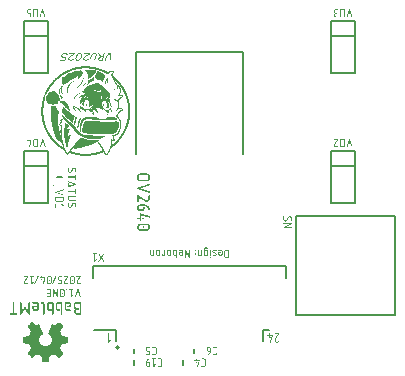
<source format=gto>
G04*
G04 #@! TF.GenerationSoftware,Altium Limited,Altium Designer,24.10.1 (45)*
G04*
G04 Layer_Color=65535*
%FSLAX25Y25*%
%MOIN*%
G70*
G04*
G04 #@! TF.SameCoordinates,F1BA22F4-9FB4-4C3A-9B32-68D4286BD9C5*
G04*
G04*
G04 #@! TF.FilePolarity,Positive*
G04*
G01*
G75*
%ADD10C,0.00787*%
%ADD11C,0.00394*%
%ADD12C,0.00591*%
G36*
X36939Y107841D02*
X37462D01*
Y107809D01*
X37789D01*
Y107776D01*
X38083D01*
Y107743D01*
X38312D01*
Y107711D01*
X38508D01*
Y107678D01*
X38704D01*
Y107645D01*
X38900D01*
Y107613D01*
X39064D01*
Y107580D01*
X39227D01*
Y107547D01*
X39358D01*
Y107515D01*
X39521D01*
Y107482D01*
X39652D01*
Y107449D01*
X39783D01*
Y107416D01*
X39913D01*
Y107384D01*
X40044D01*
Y107351D01*
X40142D01*
Y107318D01*
X40273D01*
Y107286D01*
X40371D01*
Y107253D01*
X40469D01*
Y107220D01*
X40600D01*
Y107188D01*
X40698D01*
Y107155D01*
X40796D01*
Y107122D01*
X40894D01*
Y107090D01*
X40992D01*
Y107057D01*
X41090D01*
Y107024D01*
X41188D01*
Y106992D01*
X41253D01*
Y106959D01*
X41351D01*
Y106926D01*
X41449D01*
Y106894D01*
X41515D01*
Y106861D01*
X41613D01*
Y106828D01*
X41678D01*
Y106796D01*
X41776D01*
Y106763D01*
X41842D01*
Y106730D01*
X41939D01*
Y106697D01*
X42005D01*
Y106665D01*
X42070D01*
Y106632D01*
X42168D01*
Y106599D01*
X42234D01*
Y106567D01*
X42299D01*
Y106534D01*
X42364D01*
Y106501D01*
X42462D01*
Y106469D01*
X42528D01*
Y106436D01*
X42593D01*
Y106403D01*
X42658D01*
Y106371D01*
X42724D01*
Y106338D01*
X42789D01*
Y106305D01*
X42855D01*
Y106273D01*
X42920D01*
Y106240D01*
X42985D01*
Y106207D01*
X43051D01*
Y106175D01*
X43116D01*
Y106142D01*
X43181D01*
Y106109D01*
X43214D01*
Y106077D01*
X43279D01*
Y106044D01*
X43345D01*
Y106011D01*
X43410D01*
Y105979D01*
X43475D01*
Y105946D01*
X43508D01*
Y105913D01*
X43573D01*
Y105880D01*
X43639D01*
Y105848D01*
X43704D01*
Y105880D01*
X43737D01*
Y105913D01*
X43770D01*
Y105946D01*
X43835D01*
Y105979D01*
X43868D01*
Y106011D01*
X43900D01*
Y106044D01*
X43966D01*
Y106077D01*
X43998D01*
Y106109D01*
X44064D01*
Y106142D01*
X44129D01*
Y106175D01*
X44194D01*
Y106207D01*
X44293D01*
Y106240D01*
X44358D01*
Y106273D01*
X44456D01*
Y106305D01*
X44587D01*
Y106338D01*
X44750D01*
Y106371D01*
X45338D01*
Y106338D01*
X45469D01*
Y106305D01*
X45567D01*
Y106273D01*
X45632D01*
Y106240D01*
X45665D01*
Y106207D01*
X45698D01*
Y106142D01*
X45730D01*
Y106109D01*
X45763D01*
Y106011D01*
X45796D01*
Y105782D01*
X45763D01*
Y105717D01*
X45730D01*
Y105684D01*
X45698D01*
Y105652D01*
X45665D01*
Y105619D01*
X45632D01*
Y105586D01*
X45600D01*
Y105554D01*
X45534D01*
Y105521D01*
X45469D01*
Y105488D01*
X45436D01*
Y105456D01*
X45404D01*
Y105423D01*
X45371D01*
Y105390D01*
X45338D01*
Y105358D01*
X45306D01*
Y105292D01*
X45273D01*
Y105227D01*
X45240D01*
Y105129D01*
X45208D01*
Y104835D01*
X45240D01*
Y104802D01*
X45273D01*
Y104769D01*
X45306D01*
Y104737D01*
X45338D01*
Y104704D01*
X45371D01*
Y104671D01*
X45404D01*
Y104639D01*
X45436D01*
Y104606D01*
X45469D01*
Y104573D01*
X45502D01*
Y104541D01*
X45534D01*
Y104508D01*
X45567D01*
Y104475D01*
X45600D01*
Y104443D01*
X45665D01*
Y104410D01*
X45698D01*
Y104377D01*
X45730D01*
Y104345D01*
X45763D01*
Y104312D01*
X45796D01*
Y104279D01*
X45829D01*
Y104246D01*
X45861D01*
Y104214D01*
X45894D01*
Y104181D01*
X45926D01*
Y104148D01*
X45959D01*
Y104116D01*
X46025D01*
Y104083D01*
X46057D01*
Y104050D01*
X46090D01*
Y104018D01*
X46123D01*
Y103985D01*
X46155D01*
Y103952D01*
X46188D01*
Y103920D01*
X46221D01*
Y103887D01*
X46253D01*
Y103854D01*
X46286D01*
Y103822D01*
X46351D01*
Y103789D01*
X46384D01*
Y103756D01*
X46417D01*
Y103724D01*
X46449D01*
Y103691D01*
X46482D01*
Y103658D01*
X46515D01*
Y103626D01*
X46547D01*
Y103593D01*
X46580D01*
Y103560D01*
X46613D01*
Y103527D01*
X46646D01*
Y103495D01*
X46678D01*
Y103462D01*
X46711D01*
Y103429D01*
X46744D01*
Y103397D01*
X46776D01*
Y103364D01*
X46809D01*
Y103331D01*
X46842D01*
Y103299D01*
X46874D01*
Y103266D01*
X46907D01*
Y103233D01*
X46940D01*
Y103201D01*
X46972D01*
Y103168D01*
X47005D01*
Y103135D01*
X47038D01*
Y103103D01*
X47070D01*
Y103070D01*
X47103D01*
Y103037D01*
X47136D01*
Y102972D01*
X47168D01*
Y102939D01*
X47201D01*
Y102907D01*
X47234D01*
Y102874D01*
X47266D01*
Y102841D01*
X47299D01*
Y102809D01*
X47332D01*
Y102776D01*
X47364D01*
Y102743D01*
X47397D01*
Y102710D01*
X47430D01*
Y102645D01*
X47462D01*
Y102612D01*
X47495D01*
Y102580D01*
X47528D01*
Y102547D01*
X47561D01*
Y102515D01*
X47593D01*
Y102482D01*
X47626D01*
Y102416D01*
X47659D01*
Y102384D01*
X47691D01*
Y102351D01*
X47724D01*
Y102318D01*
X47757D01*
Y102286D01*
X47789D01*
Y102220D01*
X47822D01*
Y102188D01*
X47855D01*
Y102155D01*
X47887D01*
Y102090D01*
X47920D01*
Y102057D01*
X47953D01*
Y102024D01*
X47985D01*
Y101959D01*
X48018D01*
Y101926D01*
X48051D01*
Y101893D01*
X48083D01*
Y101861D01*
X48116D01*
Y101795D01*
X48149D01*
Y101763D01*
X48181D01*
Y101730D01*
X48214D01*
Y101665D01*
X48247D01*
Y101632D01*
X48280D01*
Y101567D01*
X48312D01*
Y101534D01*
X48345D01*
Y101501D01*
X48377D01*
Y101436D01*
X48410D01*
Y101403D01*
X48443D01*
Y101338D01*
X48476D01*
Y101305D01*
X48508D01*
Y101240D01*
X48541D01*
Y101207D01*
X48574D01*
Y101142D01*
X48606D01*
Y101109D01*
X48639D01*
Y101076D01*
X48672D01*
Y101011D01*
X48704D01*
Y100946D01*
X48737D01*
Y100913D01*
X48770D01*
Y100848D01*
X48802D01*
Y100815D01*
X48835D01*
Y100750D01*
X48868D01*
Y100717D01*
X48900D01*
Y100652D01*
X48933D01*
Y100586D01*
X48966D01*
Y100554D01*
X48998D01*
Y100488D01*
X49031D01*
Y100423D01*
X49064D01*
Y100358D01*
X49097D01*
Y100325D01*
X49129D01*
Y100259D01*
X49162D01*
Y100194D01*
X49194D01*
Y100129D01*
X49227D01*
Y100096D01*
X49260D01*
Y100031D01*
X49293D01*
Y99965D01*
X49325D01*
Y99900D01*
X49358D01*
Y99835D01*
X49391D01*
Y99769D01*
X49423D01*
Y99704D01*
X49456D01*
Y99639D01*
X49489D01*
Y99573D01*
X49521D01*
Y99508D01*
X49554D01*
Y99442D01*
X49587D01*
Y99377D01*
X49619D01*
Y99312D01*
X49652D01*
Y99246D01*
X49685D01*
Y99181D01*
X49717D01*
Y99116D01*
X49750D01*
Y99018D01*
X49783D01*
Y98952D01*
X49815D01*
Y98887D01*
X49848D01*
Y98822D01*
X49881D01*
Y98724D01*
X49913D01*
Y98658D01*
X49946D01*
Y98593D01*
X49979D01*
Y98495D01*
X50011D01*
Y98429D01*
X50044D01*
Y98331D01*
X50077D01*
Y98266D01*
X50110D01*
Y98168D01*
X50142D01*
Y98070D01*
X50175D01*
Y98005D01*
X50208D01*
Y97907D01*
X50240D01*
Y97808D01*
X50273D01*
Y97711D01*
X50306D01*
Y97612D01*
X50338D01*
Y97514D01*
X50371D01*
Y97416D01*
X50404D01*
Y97318D01*
X50436D01*
Y97188D01*
X50469D01*
Y97089D01*
X50502D01*
Y96991D01*
X50534D01*
Y96861D01*
X50567D01*
Y96730D01*
X50600D01*
Y96632D01*
X50633D01*
Y96501D01*
X50665D01*
Y96371D01*
X50698D01*
Y96207D01*
X50731D01*
Y96076D01*
X50763D01*
Y95913D01*
X50796D01*
Y95750D01*
X50828D01*
Y95554D01*
X50861D01*
Y95390D01*
X50894D01*
Y95161D01*
X50927D01*
Y94933D01*
X50959D01*
Y94704D01*
X50992D01*
Y94410D01*
X51025D01*
Y94018D01*
X51057D01*
Y93397D01*
X51090D01*
Y92122D01*
X51057D01*
Y91632D01*
X51025D01*
Y91272D01*
X50992D01*
Y91011D01*
X50959D01*
Y90750D01*
X50927D01*
Y90553D01*
X50894D01*
Y90357D01*
X50861D01*
Y90161D01*
X50828D01*
Y89998D01*
X50796D01*
Y89834D01*
X50763D01*
Y89671D01*
X50731D01*
Y89540D01*
X50698D01*
Y89410D01*
X50665D01*
Y89279D01*
X50633D01*
Y89148D01*
X50600D01*
Y89017D01*
X50567D01*
Y88887D01*
X50534D01*
Y88789D01*
X50502D01*
Y88658D01*
X50469D01*
Y88560D01*
X50436D01*
Y88462D01*
X50404D01*
Y88331D01*
X50371D01*
Y88233D01*
X50338D01*
Y88135D01*
X50306D01*
Y88037D01*
X50273D01*
Y87939D01*
X50240D01*
Y87874D01*
X50208D01*
Y87776D01*
X50175D01*
Y87678D01*
X50142D01*
Y87580D01*
X50110D01*
Y87514D01*
X50077D01*
Y87416D01*
X50044D01*
Y87351D01*
X50011D01*
Y87253D01*
X49979D01*
Y87187D01*
X49946D01*
Y87122D01*
X49913D01*
Y87024D01*
X49881D01*
Y86959D01*
X49848D01*
Y86893D01*
X49815D01*
Y86795D01*
X49783D01*
Y86730D01*
X49750D01*
Y86664D01*
X49717D01*
Y86599D01*
X49685D01*
Y86534D01*
X49652D01*
Y86468D01*
X49619D01*
Y86403D01*
X49587D01*
Y86338D01*
X49554D01*
Y86272D01*
X49521D01*
Y86207D01*
X49489D01*
Y86142D01*
X49456D01*
Y86076D01*
X49423D01*
Y86011D01*
X49391D01*
Y85946D01*
X49358D01*
Y85880D01*
X49325D01*
Y85815D01*
X49293D01*
Y85750D01*
X49260D01*
Y85684D01*
X49227D01*
Y85651D01*
X49194D01*
Y85586D01*
X49162D01*
Y85521D01*
X49129D01*
Y85455D01*
X49097D01*
Y85423D01*
X49064D01*
Y85357D01*
X49031D01*
Y85292D01*
X48998D01*
Y85227D01*
X48966D01*
Y85194D01*
X48933D01*
Y85129D01*
X48900D01*
Y85096D01*
X48868D01*
Y85031D01*
X48835D01*
Y84965D01*
X48802D01*
Y84933D01*
X48770D01*
Y84867D01*
X48737D01*
Y84834D01*
X48704D01*
Y84769D01*
X48672D01*
Y84704D01*
X48639D01*
Y84671D01*
X48606D01*
Y84606D01*
X48574D01*
Y84573D01*
X48541D01*
Y84508D01*
X48508D01*
Y84475D01*
X48476D01*
Y84442D01*
X48443D01*
Y84377D01*
X48410D01*
Y84344D01*
X48377D01*
Y84279D01*
X48345D01*
Y84246D01*
X48312D01*
Y84181D01*
X48280D01*
Y84148D01*
X48247D01*
Y84083D01*
X48214D01*
Y84050D01*
X48181D01*
Y84017D01*
X48149D01*
Y83952D01*
X48116D01*
Y83919D01*
X48083D01*
Y83887D01*
X48051D01*
Y83821D01*
X48018D01*
Y83789D01*
X47985D01*
Y83756D01*
X47953D01*
Y83691D01*
X47920D01*
Y83658D01*
X47887D01*
Y83625D01*
X47855D01*
Y83593D01*
X47822D01*
Y83527D01*
X47789D01*
Y83495D01*
X47757D01*
Y83462D01*
X47724D01*
Y83429D01*
X47691D01*
Y83364D01*
X47659D01*
Y83331D01*
X47626D01*
Y83298D01*
X47593D01*
Y83266D01*
X47561D01*
Y83233D01*
X47528D01*
Y83168D01*
X47495D01*
Y83135D01*
X47462D01*
Y83102D01*
X47430D01*
Y83070D01*
X47397D01*
Y83037D01*
X47364D01*
Y83004D01*
X47332D01*
Y82939D01*
X47299D01*
Y82906D01*
X47266D01*
Y82874D01*
X47234D01*
Y82841D01*
X47201D01*
Y82808D01*
X47168D01*
Y82776D01*
X47136D01*
Y82743D01*
X47103D01*
Y82710D01*
X47070D01*
Y82678D01*
X47038D01*
Y82612D01*
X47005D01*
Y82579D01*
X46972D01*
Y82547D01*
X46940D01*
Y82514D01*
X46907D01*
Y82481D01*
X46874D01*
Y82449D01*
X46842D01*
Y82416D01*
X46809D01*
Y82383D01*
X46776D01*
Y82351D01*
X46744D01*
Y82318D01*
X46711D01*
Y82285D01*
X46678D01*
Y82253D01*
X46646D01*
Y82220D01*
X46613D01*
Y82187D01*
X46580D01*
Y82155D01*
X46547D01*
Y82122D01*
X46515D01*
Y82089D01*
X46482D01*
Y82057D01*
X46449D01*
Y82024D01*
X46384D01*
Y81991D01*
X46351D01*
Y81959D01*
X46319D01*
Y81926D01*
X46286D01*
Y81893D01*
X46253D01*
Y81861D01*
X46221D01*
Y81828D01*
X46188D01*
Y81795D01*
X46155D01*
Y81762D01*
X46123D01*
Y81730D01*
X46090D01*
Y81697D01*
X46057D01*
Y81665D01*
X45992D01*
Y81632D01*
X45959D01*
Y81599D01*
X45926D01*
Y81566D01*
X45894D01*
Y81534D01*
X45861D01*
Y81501D01*
X45829D01*
Y81468D01*
X45763D01*
Y81436D01*
X45730D01*
Y81403D01*
X45698D01*
Y81370D01*
X45665D01*
Y81338D01*
X45632D01*
Y81305D01*
X45600D01*
Y81272D01*
X45534D01*
Y81240D01*
X45502D01*
Y81207D01*
X45469D01*
Y81174D01*
X45436D01*
Y81142D01*
X45371D01*
Y81109D01*
X45338D01*
Y81076D01*
X45306D01*
Y81043D01*
X45273D01*
Y81011D01*
X45208D01*
Y80978D01*
X45175D01*
Y80945D01*
X45142D01*
Y80913D01*
X45077D01*
Y80880D01*
X45044D01*
Y80848D01*
X45011D01*
Y80815D01*
X44946D01*
Y80782D01*
X44913D01*
Y80749D01*
X44881D01*
Y80717D01*
X44815D01*
Y80684D01*
X44783D01*
Y80651D01*
X44750D01*
Y80619D01*
X44685D01*
Y80586D01*
X44652D01*
Y80521D01*
X44619D01*
Y80423D01*
X44587D01*
Y80325D01*
X44554D01*
Y80259D01*
X44521D01*
Y80194D01*
X44489D01*
Y80096D01*
X44456D01*
Y80031D01*
X44423D01*
Y79932D01*
X44390D01*
Y79867D01*
X44358D01*
Y79802D01*
X44325D01*
Y79736D01*
X44293D01*
Y79671D01*
X44260D01*
Y79606D01*
X44227D01*
Y79540D01*
X44194D01*
Y79475D01*
X44162D01*
Y79409D01*
X44129D01*
Y79344D01*
X44096D01*
Y79279D01*
X44064D01*
Y79214D01*
X44031D01*
Y79148D01*
X43998D01*
Y79083D01*
X43966D01*
Y79050D01*
X43933D01*
Y78985D01*
X43900D01*
Y78919D01*
X43868D01*
Y78887D01*
X43835D01*
Y78821D01*
X43802D01*
Y78756D01*
X43770D01*
Y78723D01*
X43737D01*
Y78658D01*
X43704D01*
Y78625D01*
X43672D01*
Y78592D01*
Y78560D01*
X43639D01*
Y78527D01*
X43606D01*
Y78495D01*
X43573D01*
Y78429D01*
X43541D01*
Y78396D01*
X43508D01*
Y78364D01*
X43475D01*
Y78331D01*
X43443D01*
Y78298D01*
X43410D01*
Y78266D01*
X43377D01*
Y78233D01*
X43345D01*
Y78200D01*
X43279D01*
Y78168D01*
X43116D01*
Y78135D01*
X43083D01*
Y78168D01*
X42953D01*
Y78200D01*
X42887D01*
Y78233D01*
X42822D01*
Y78266D01*
X42789D01*
Y78298D01*
X42757D01*
Y78331D01*
X42724D01*
Y78364D01*
X42691D01*
Y78396D01*
X42658D01*
Y78462D01*
X42626D01*
Y78495D01*
X42593D01*
Y78527D01*
X42560D01*
Y78592D01*
X42528D01*
Y78658D01*
X42495D01*
Y78691D01*
X42462D01*
Y78756D01*
X42430D01*
Y78821D01*
X42397D01*
Y78887D01*
X42364D01*
Y78952D01*
X42332D01*
Y79017D01*
X42299D01*
Y79083D01*
X42266D01*
Y79148D01*
X42234D01*
Y79214D01*
X42136D01*
Y79181D01*
X42037D01*
Y79148D01*
X41972D01*
Y79115D01*
X41907D01*
Y79083D01*
X41809D01*
Y79050D01*
X41743D01*
Y79017D01*
X41645D01*
Y78985D01*
X41547D01*
Y78952D01*
X41482D01*
Y78919D01*
X41384D01*
Y78887D01*
X41286D01*
Y78854D01*
X41188D01*
Y78821D01*
X41090D01*
Y78789D01*
X41025D01*
Y78756D01*
X40926D01*
Y78723D01*
X40796D01*
Y78691D01*
X40698D01*
Y78658D01*
X40600D01*
Y78625D01*
X40502D01*
Y78592D01*
X40371D01*
Y78560D01*
X40273D01*
Y78527D01*
X40142D01*
Y78495D01*
X40011D01*
Y78462D01*
X39913D01*
Y78429D01*
X39783D01*
Y78396D01*
X39619D01*
Y78364D01*
X39489D01*
Y78331D01*
X39325D01*
Y78298D01*
X39162D01*
Y78266D01*
X38998D01*
Y78233D01*
X38802D01*
Y78200D01*
X38606D01*
Y78168D01*
X38377D01*
Y78135D01*
X38149D01*
Y78102D01*
X37887D01*
Y78070D01*
X37528D01*
Y78037D01*
X37070D01*
Y78004D01*
X35469D01*
Y78037D01*
X34979D01*
Y78070D01*
X34652D01*
Y78102D01*
X34390D01*
Y78135D01*
X34162D01*
Y78168D01*
X33933D01*
Y78200D01*
X33737D01*
Y78233D01*
X33541D01*
Y78266D01*
X33377D01*
Y78298D01*
X33214D01*
Y78331D01*
X33051D01*
Y78364D01*
X32920D01*
Y78396D01*
X32756D01*
Y78429D01*
X32626D01*
Y78462D01*
X32495D01*
Y78495D01*
X32397D01*
Y78527D01*
X32266D01*
Y78560D01*
X32135D01*
Y78592D01*
X32037D01*
Y78625D01*
X31939D01*
Y78658D01*
X31809D01*
Y78691D01*
X31711D01*
Y78723D01*
X31613D01*
Y78756D01*
X31514D01*
Y78789D01*
X31416D01*
Y78821D01*
X31318D01*
Y78854D01*
X31220D01*
Y78887D01*
X31155D01*
Y78919D01*
X31057D01*
Y78952D01*
X30959D01*
Y78985D01*
X30894D01*
Y79017D01*
X30795D01*
Y78952D01*
X30763D01*
Y78919D01*
X30730D01*
Y78854D01*
X30698D01*
Y78789D01*
X30665D01*
Y78756D01*
X30632D01*
Y78691D01*
X30599D01*
Y78658D01*
X30567D01*
Y78625D01*
X30534D01*
Y78592D01*
X30501D01*
Y78560D01*
X30469D01*
Y78527D01*
X30436D01*
Y78495D01*
X30371D01*
Y78462D01*
X30305D01*
Y78429D01*
X29978D01*
Y78462D01*
X29880D01*
Y78495D01*
X29848D01*
Y78527D01*
X29783D01*
Y78560D01*
X29750D01*
Y78592D01*
X29717D01*
Y78625D01*
X29684D01*
Y78658D01*
X29652D01*
Y78691D01*
X29619D01*
Y78723D01*
X29586D01*
Y78789D01*
X29554D01*
Y78821D01*
X29521D01*
Y78887D01*
X29488D01*
Y78919D01*
X29456D01*
Y78985D01*
X29423D01*
Y79050D01*
X29390D01*
Y79083D01*
X29358D01*
Y79148D01*
X29325D01*
Y79214D01*
X29292D01*
Y79279D01*
X29260D01*
Y79344D01*
X29227D01*
Y79409D01*
X29194D01*
Y79508D01*
X29162D01*
Y79573D01*
X29129D01*
Y79638D01*
X29096D01*
Y79736D01*
X29063D01*
Y79802D01*
X29031D01*
Y79867D01*
X28998D01*
Y79900D01*
X28933D01*
Y79932D01*
X28900D01*
Y79965D01*
X28835D01*
Y79998D01*
X28769D01*
Y80031D01*
X28737D01*
Y80063D01*
X28671D01*
Y80096D01*
X28606D01*
Y80129D01*
X28573D01*
Y80161D01*
X28508D01*
Y80194D01*
X28475D01*
Y80226D01*
X28410D01*
Y80259D01*
X28345D01*
Y80292D01*
X28312D01*
Y80325D01*
X28247D01*
Y80357D01*
X28214D01*
Y80390D01*
X28148D01*
Y80423D01*
X28116D01*
Y80455D01*
X28050D01*
Y80488D01*
X28018D01*
Y80521D01*
X27952D01*
Y80553D01*
X27920D01*
Y80586D01*
X27854D01*
Y80619D01*
X27822D01*
Y80651D01*
X27756D01*
Y80684D01*
X27724D01*
Y80717D01*
X27691D01*
Y80749D01*
X27626D01*
Y80782D01*
X27593D01*
Y80815D01*
X27527D01*
Y80848D01*
X27495D01*
Y80880D01*
X27462D01*
Y80913D01*
X27397D01*
Y80945D01*
X27364D01*
Y80978D01*
X27332D01*
Y81011D01*
X27266D01*
Y81043D01*
X27233D01*
Y81076D01*
X27201D01*
Y81109D01*
X27135D01*
Y81142D01*
X27103D01*
Y81174D01*
X27070D01*
Y81207D01*
X27037D01*
Y81240D01*
X26972D01*
Y81272D01*
X26939D01*
Y81305D01*
X26907D01*
Y81338D01*
X26874D01*
Y81370D01*
X26809D01*
Y81403D01*
X26776D01*
Y81436D01*
X26743D01*
Y81468D01*
X26711D01*
Y81501D01*
X26678D01*
Y81534D01*
X26645D01*
Y81566D01*
X26580D01*
Y81599D01*
X26547D01*
Y81632D01*
X26514D01*
Y81665D01*
X26482D01*
Y81697D01*
X26449D01*
Y81730D01*
X26416D01*
Y81762D01*
X26384D01*
Y81795D01*
X26318D01*
Y81828D01*
X26286D01*
Y81861D01*
X26253D01*
Y81893D01*
X26220D01*
Y81926D01*
X26188D01*
Y81959D01*
X26155D01*
Y81991D01*
X26122D01*
Y82024D01*
X26090D01*
Y82057D01*
X26057D01*
Y82089D01*
X26024D01*
Y82122D01*
X25992D01*
Y82155D01*
X25959D01*
Y82187D01*
X25926D01*
Y82220D01*
X25894D01*
Y82253D01*
X25861D01*
Y82285D01*
X25828D01*
Y82318D01*
X25796D01*
Y82351D01*
X25763D01*
Y82383D01*
X25730D01*
Y82416D01*
X25697D01*
Y82449D01*
X25665D01*
Y82481D01*
X25632D01*
Y82514D01*
X25599D01*
Y82547D01*
X25567D01*
Y82579D01*
X25534D01*
Y82612D01*
X25501D01*
Y82645D01*
X25469D01*
Y82678D01*
X25436D01*
Y82710D01*
X25403D01*
Y82743D01*
X25371D01*
Y82776D01*
X25338D01*
Y82808D01*
X25305D01*
Y82841D01*
X25273D01*
Y82874D01*
X25240D01*
Y82906D01*
X25207D01*
Y82972D01*
X25174D01*
Y83004D01*
X25142D01*
Y83037D01*
X25109D01*
Y83070D01*
X25076D01*
Y83102D01*
X25044D01*
Y83135D01*
X25011D01*
Y83168D01*
X24979D01*
Y83233D01*
X24946D01*
Y83266D01*
X24913D01*
Y83298D01*
X24880D01*
Y83331D01*
X24848D01*
Y83364D01*
X24815D01*
Y83397D01*
X24782D01*
Y83462D01*
X24750D01*
Y83495D01*
X24717D01*
Y83527D01*
X24684D01*
Y83560D01*
X24652D01*
Y83625D01*
X24619D01*
Y83658D01*
X24586D01*
Y83691D01*
X24554D01*
Y83756D01*
X24521D01*
Y83789D01*
X24488D01*
Y83821D01*
X24456D01*
Y83854D01*
X24423D01*
Y83919D01*
X24390D01*
Y83952D01*
X24358D01*
Y83985D01*
X24325D01*
Y84050D01*
X24292D01*
Y84083D01*
X24260D01*
Y84148D01*
X24227D01*
Y84181D01*
X24194D01*
Y84214D01*
X24161D01*
Y84279D01*
X24129D01*
Y84312D01*
X24096D01*
Y84377D01*
X24063D01*
Y84410D01*
X24031D01*
Y84442D01*
X23998D01*
Y84508D01*
X23965D01*
Y84540D01*
X23933D01*
Y84606D01*
X23900D01*
Y84638D01*
X23867D01*
Y84704D01*
X23835D01*
Y84736D01*
X23802D01*
Y84802D01*
X23769D01*
Y84867D01*
X23737D01*
Y84900D01*
X23704D01*
Y84965D01*
X23671D01*
Y84998D01*
X23639D01*
Y85063D01*
X23606D01*
Y85129D01*
X23573D01*
Y85161D01*
X23540D01*
Y85227D01*
X23508D01*
Y85292D01*
X23475D01*
Y85325D01*
X23442D01*
Y85390D01*
X23410D01*
Y85455D01*
X23377D01*
Y85521D01*
X23345D01*
Y85553D01*
X23312D01*
Y85619D01*
X23279D01*
Y85684D01*
X23246D01*
Y85750D01*
X23214D01*
Y85815D01*
X23181D01*
Y85880D01*
X23148D01*
Y85946D01*
X23116D01*
Y85978D01*
X23083D01*
Y86044D01*
X23050D01*
Y86109D01*
X23018D01*
Y86174D01*
X22985D01*
Y86240D01*
X22952D01*
Y86305D01*
X22920D01*
Y86370D01*
X22887D01*
Y86436D01*
X22854D01*
Y86534D01*
X22822D01*
Y86599D01*
X22789D01*
Y86664D01*
X22756D01*
Y86730D01*
X22724D01*
Y86795D01*
X22691D01*
Y86893D01*
X22658D01*
Y86959D01*
X22625D01*
Y87024D01*
X22593D01*
Y87122D01*
X22560D01*
Y87187D01*
X22527D01*
Y87286D01*
X22495D01*
Y87351D01*
X22462D01*
Y87449D01*
X22429D01*
Y87514D01*
X22397D01*
Y87612D01*
X22364D01*
Y87710D01*
X22331D01*
Y87776D01*
X22299D01*
Y87874D01*
X22266D01*
Y87972D01*
X22233D01*
Y88070D01*
X22201D01*
Y88168D01*
X22168D01*
Y88266D01*
X22135D01*
Y88364D01*
X22103D01*
Y88462D01*
X22070D01*
Y88560D01*
X22037D01*
Y88691D01*
X22005D01*
Y88789D01*
X21972D01*
Y88920D01*
X21939D01*
Y89017D01*
X21906D01*
Y89148D01*
X21874D01*
Y89279D01*
X21841D01*
Y89410D01*
X21809D01*
Y89540D01*
X21776D01*
Y89704D01*
X21743D01*
Y89834D01*
X21711D01*
Y89998D01*
X21678D01*
Y90194D01*
X21645D01*
Y90357D01*
X21612D01*
Y90553D01*
X21580D01*
Y90782D01*
X21547D01*
Y91011D01*
X21514D01*
Y91305D01*
X21482D01*
Y91632D01*
X21449D01*
Y92220D01*
X21416D01*
Y93397D01*
X21449D01*
Y93952D01*
X21482D01*
Y94344D01*
X21514D01*
Y94639D01*
X21547D01*
Y94900D01*
X21580D01*
Y95129D01*
X21612D01*
Y95358D01*
X21645D01*
Y95554D01*
X21678D01*
Y95717D01*
X21711D01*
Y95880D01*
X21743D01*
Y96044D01*
X21776D01*
Y96175D01*
X21809D01*
Y96338D01*
X21841D01*
Y96469D01*
X21874D01*
Y96599D01*
X21906D01*
Y96730D01*
X21939D01*
Y96861D01*
X21972D01*
Y96991D01*
X22005D01*
Y97089D01*
X22037D01*
Y97188D01*
X22070D01*
Y97318D01*
X22103D01*
Y97416D01*
X22135D01*
Y97514D01*
X22168D01*
Y97612D01*
X22201D01*
Y97711D01*
X22233D01*
Y97808D01*
X22266D01*
Y97907D01*
X22299D01*
Y98005D01*
X22331D01*
Y98103D01*
X22364D01*
Y98168D01*
X22397D01*
Y98266D01*
X22429D01*
Y98364D01*
X22462D01*
Y98429D01*
X22495D01*
Y98527D01*
X22527D01*
Y98593D01*
X22560D01*
Y98658D01*
X22593D01*
Y98756D01*
X22625D01*
Y98822D01*
X22658D01*
Y98920D01*
X22691D01*
Y98985D01*
X22724D01*
Y99050D01*
X22756D01*
Y99116D01*
X22789D01*
Y99181D01*
X22822D01*
Y99246D01*
X22854D01*
Y99344D01*
X22887D01*
Y99410D01*
X22920D01*
Y99475D01*
X22952D01*
Y99541D01*
X22985D01*
Y99606D01*
X23018D01*
Y99671D01*
X23050D01*
Y99737D01*
X23083D01*
Y99802D01*
X23116D01*
Y99867D01*
X23148D01*
Y99900D01*
X23181D01*
Y99965D01*
X23214D01*
Y100031D01*
X23246D01*
Y100096D01*
X23279D01*
Y100162D01*
X23312D01*
Y100227D01*
X23345D01*
Y100259D01*
X23377D01*
Y100325D01*
X23410D01*
Y100390D01*
X23442D01*
Y100456D01*
X23475D01*
Y100488D01*
X23508D01*
Y100554D01*
X23540D01*
Y100619D01*
X23573D01*
Y100652D01*
X23606D01*
Y100717D01*
X23639D01*
Y100782D01*
X23671D01*
Y100815D01*
X23704D01*
Y100880D01*
X23737D01*
Y100913D01*
X23769D01*
Y100979D01*
X23802D01*
Y101011D01*
X23835D01*
Y101076D01*
X23867D01*
Y101109D01*
X23900D01*
Y101175D01*
X23933D01*
Y101207D01*
X23965D01*
Y101273D01*
X23998D01*
Y101305D01*
X24031D01*
Y101371D01*
X24063D01*
Y101403D01*
X24096D01*
Y101469D01*
X24129D01*
Y101501D01*
X24161D01*
Y101534D01*
X24194D01*
Y101599D01*
X24227D01*
Y101632D01*
X24260D01*
Y101698D01*
X24292D01*
Y101730D01*
X24325D01*
Y101763D01*
X24358D01*
Y101828D01*
X24390D01*
Y101861D01*
X24423D01*
Y101893D01*
X24456D01*
Y101959D01*
X24488D01*
Y101992D01*
X24521D01*
Y102024D01*
X24554D01*
Y102090D01*
X24586D01*
Y102122D01*
X24619D01*
Y102155D01*
X24652D01*
Y102188D01*
X24684D01*
Y102253D01*
X24717D01*
Y102286D01*
X24750D01*
Y102318D01*
X24782D01*
Y102351D01*
X24815D01*
Y102384D01*
X24848D01*
Y102449D01*
X24880D01*
Y102482D01*
X24913D01*
Y102515D01*
X24946D01*
Y102547D01*
X24979D01*
Y102580D01*
X25011D01*
Y102645D01*
X25044D01*
Y102678D01*
X25076D01*
Y102710D01*
X25109D01*
Y102743D01*
X25142D01*
Y102776D01*
X25174D01*
Y102809D01*
X25207D01*
Y102841D01*
X25240D01*
Y102874D01*
X25273D01*
Y102939D01*
X25305D01*
Y102972D01*
X25338D01*
Y103005D01*
X25371D01*
Y103037D01*
X25403D01*
Y103070D01*
X25436D01*
Y103103D01*
X25469D01*
Y103135D01*
X25501D01*
Y103168D01*
X25534D01*
Y103201D01*
X25567D01*
Y103233D01*
X25599D01*
Y103266D01*
X25632D01*
Y103299D01*
X25665D01*
Y103331D01*
X25697D01*
Y103364D01*
X25730D01*
Y103397D01*
X25763D01*
Y103429D01*
X25796D01*
Y103462D01*
X25828D01*
Y103495D01*
X25861D01*
Y103527D01*
X25894D01*
Y103560D01*
X25926D01*
Y103593D01*
X25959D01*
Y103626D01*
X25992D01*
Y103658D01*
X26024D01*
Y103691D01*
X26057D01*
Y103724D01*
X26090D01*
Y103756D01*
X26122D01*
Y103789D01*
X26155D01*
Y103822D01*
X26188D01*
Y103854D01*
X26220D01*
Y103887D01*
X26253D01*
Y103920D01*
X26286D01*
Y103952D01*
X26318D01*
Y103985D01*
X26384D01*
Y104018D01*
X26416D01*
Y104050D01*
X26449D01*
Y104083D01*
X26482D01*
Y104116D01*
X26514D01*
Y104148D01*
X26547D01*
Y104181D01*
X26580D01*
Y104214D01*
X26612D01*
Y104246D01*
X26678D01*
Y104279D01*
X26711D01*
Y104312D01*
X26743D01*
Y104345D01*
X26776D01*
Y104377D01*
X26809D01*
Y104410D01*
X26874D01*
Y104443D01*
X26907D01*
Y104475D01*
X26939D01*
Y104508D01*
X26972D01*
Y104541D01*
X27005D01*
Y104573D01*
X27070D01*
Y104606D01*
X27103D01*
Y104639D01*
X27135D01*
Y104671D01*
X27168D01*
Y104704D01*
X27233D01*
Y104737D01*
X27266D01*
Y104769D01*
X27299D01*
Y104802D01*
X27364D01*
Y104835D01*
X27397D01*
Y104867D01*
X27430D01*
Y104900D01*
X27495D01*
Y104933D01*
X27527D01*
Y104965D01*
X27560D01*
Y104998D01*
X27626D01*
Y105031D01*
X27658D01*
Y105063D01*
X27691D01*
Y105096D01*
X27756D01*
Y105129D01*
X27789D01*
Y105162D01*
X27854D01*
Y105194D01*
X27887D01*
Y105227D01*
X27952D01*
Y105260D01*
X27985D01*
Y105292D01*
X28050D01*
Y105325D01*
X28083D01*
Y105358D01*
X28116D01*
Y105390D01*
X28181D01*
Y105423D01*
X28214D01*
Y105456D01*
X28279D01*
Y105488D01*
X28312D01*
Y105521D01*
X28377D01*
Y105554D01*
X28443D01*
Y105586D01*
X28475D01*
Y105619D01*
X28541D01*
Y105652D01*
X28573D01*
Y105684D01*
X28639D01*
Y105717D01*
X28704D01*
Y105750D01*
X28737D01*
Y105782D01*
X28802D01*
Y105815D01*
X28867D01*
Y105848D01*
X28900D01*
Y105880D01*
X28965D01*
Y105913D01*
X29031D01*
Y105946D01*
X29063D01*
Y105979D01*
X29129D01*
Y106011D01*
X29194D01*
Y106044D01*
X29260D01*
Y106077D01*
X29325D01*
Y106109D01*
X29390D01*
Y106142D01*
X29423D01*
Y106175D01*
X29488D01*
Y106207D01*
X29554D01*
Y106240D01*
X29619D01*
Y106273D01*
X29684D01*
Y106305D01*
X29750D01*
Y106338D01*
X29815D01*
Y106371D01*
X29880D01*
Y106403D01*
X29946D01*
Y106436D01*
X30011D01*
Y106469D01*
X30077D01*
Y106501D01*
X30142D01*
Y106534D01*
X30240D01*
Y106567D01*
X30305D01*
Y106599D01*
X30371D01*
Y106632D01*
X30436D01*
Y106665D01*
X30534D01*
Y106697D01*
X30599D01*
Y106730D01*
X30665D01*
Y106763D01*
X30763D01*
Y106796D01*
X30828D01*
Y106828D01*
X30926D01*
Y106861D01*
X30992D01*
Y106894D01*
X31090D01*
Y106926D01*
X31155D01*
Y106959D01*
X31253D01*
Y106992D01*
X31351D01*
Y107024D01*
X31416D01*
Y107057D01*
X31514D01*
Y107090D01*
X31613D01*
Y107122D01*
X31711D01*
Y107155D01*
X31809D01*
Y107188D01*
X31907D01*
Y107220D01*
X32005D01*
Y107253D01*
X32103D01*
Y107286D01*
X32234D01*
Y107318D01*
X32331D01*
Y107351D01*
X32462D01*
Y107384D01*
X32560D01*
Y107416D01*
X32691D01*
Y107449D01*
X32822D01*
Y107482D01*
X32952D01*
Y107515D01*
X33083D01*
Y107547D01*
X33247D01*
Y107580D01*
X33410D01*
Y107613D01*
X33573D01*
Y107645D01*
X33737D01*
Y107678D01*
X33933D01*
Y107711D01*
X34162D01*
Y107743D01*
X34358D01*
Y107776D01*
X34652D01*
Y107809D01*
X34979D01*
Y107841D01*
X35502D01*
Y107874D01*
X36939D01*
Y107841D01*
D02*
G37*
G36*
X27404Y22546D02*
X27440D01*
Y22528D01*
X27458D01*
Y22510D01*
X27475D01*
Y22492D01*
X27493D01*
Y22456D01*
X27511D01*
Y22438D01*
X27529D01*
Y22421D01*
X27565D01*
Y22403D01*
X27582D01*
Y22385D01*
X27600D01*
Y22367D01*
X27618D01*
Y22349D01*
X27636D01*
Y22331D01*
X27654D01*
Y22313D01*
X27672D01*
Y22296D01*
X27690D01*
Y22278D01*
X27707D01*
Y22260D01*
X27725D01*
Y22242D01*
X27743D01*
Y22224D01*
X27761D01*
Y22206D01*
X27779D01*
Y22188D01*
X27797D01*
Y22171D01*
X27815D01*
Y22153D01*
X27832D01*
Y22135D01*
X27850D01*
Y22117D01*
X27868D01*
Y22099D01*
X27886D01*
Y22081D01*
X27904D01*
Y22064D01*
X27922D01*
Y22046D01*
X27940D01*
Y22028D01*
X27957D01*
Y22010D01*
X27975D01*
Y21992D01*
X27993D01*
Y21974D01*
X28011D01*
Y21957D01*
X28029D01*
Y21939D01*
X28047D01*
Y21921D01*
X28064D01*
Y21903D01*
X28082D01*
Y21885D01*
X28100D01*
Y21867D01*
X28118D01*
Y21849D01*
X28136D01*
Y21832D01*
X28154D01*
Y21814D01*
X28172D01*
Y21796D01*
X28189D01*
Y21778D01*
X28207D01*
Y21760D01*
X28225D01*
Y21742D01*
X28243D01*
Y21724D01*
X28261D01*
Y21707D01*
X28279D01*
Y21689D01*
X28297D01*
Y21671D01*
X28314D01*
Y21653D01*
X28332D01*
Y21635D01*
X28350D01*
Y21617D01*
X28368D01*
Y21599D01*
X28386D01*
Y21582D01*
X28404D01*
Y21564D01*
X28421D01*
Y21546D01*
X28439D01*
Y21528D01*
X28457D01*
Y21510D01*
X28475D01*
Y21492D01*
X28493D01*
Y21475D01*
X28511D01*
Y21457D01*
X28528D01*
Y21439D01*
X28546D01*
Y21421D01*
X28564D01*
Y21403D01*
X28582D01*
Y21385D01*
X28600D01*
Y21368D01*
X28618D01*
Y21350D01*
X28636D01*
Y21332D01*
X28653D01*
Y21314D01*
X28671D01*
Y21296D01*
X28689D01*
Y21278D01*
X28707D01*
Y21260D01*
X28725D01*
Y21242D01*
X28743D01*
Y21225D01*
X28761D01*
Y21207D01*
X28778D01*
Y21153D01*
X28796D01*
Y21135D01*
X28778D01*
Y21100D01*
X28761D01*
Y21064D01*
X28743D01*
Y21046D01*
X28725D01*
Y21028D01*
X28707D01*
Y20975D01*
X28689D01*
Y20957D01*
X28671D01*
Y20939D01*
X28653D01*
Y20921D01*
X28636D01*
Y20886D01*
X28618D01*
Y20850D01*
X28600D01*
Y20832D01*
X28582D01*
Y20796D01*
X28564D01*
Y20778D01*
X28546D01*
Y20761D01*
X28528D01*
Y20725D01*
X28511D01*
Y20707D01*
X28493D01*
Y20671D01*
X28475D01*
Y20653D01*
X28457D01*
Y20618D01*
X28439D01*
Y20600D01*
X28421D01*
Y20564D01*
X28404D01*
Y20529D01*
X28386D01*
Y20511D01*
X28368D01*
Y20475D01*
X28350D01*
Y20457D01*
X28332D01*
Y20439D01*
X28314D01*
Y20421D01*
X28297D01*
Y20404D01*
X28279D01*
Y20368D01*
X28261D01*
Y20350D01*
X28243D01*
Y20297D01*
X28225D01*
Y20279D01*
X28207D01*
Y20261D01*
X28189D01*
Y20243D01*
X28172D01*
Y20225D01*
X28154D01*
Y20189D01*
X28136D01*
Y20154D01*
X28118D01*
Y20136D01*
X28100D01*
Y20100D01*
X28082D01*
Y20082D01*
X28064D01*
Y20047D01*
X28047D01*
Y20029D01*
X28029D01*
Y19993D01*
X28011D01*
Y19975D01*
X27993D01*
Y19940D01*
X27975D01*
Y19922D01*
X27957D01*
Y19886D01*
X27940D01*
Y19850D01*
X27922D01*
Y19832D01*
X27904D01*
Y19815D01*
X27886D01*
Y19779D01*
X27868D01*
Y19761D01*
X27850D01*
Y19725D01*
X27832D01*
Y19707D01*
X27815D01*
Y19672D01*
X27797D01*
Y19654D01*
X27779D01*
Y19636D01*
X27761D01*
Y19600D01*
X27743D01*
Y19582D01*
X27725D01*
Y19493D01*
X27743D01*
Y19458D01*
X27761D01*
Y19404D01*
X27779D01*
Y19386D01*
X27797D01*
Y19351D01*
X27815D01*
Y19279D01*
X27832D01*
Y19243D01*
X27850D01*
Y19190D01*
X27868D01*
Y19154D01*
X27886D01*
Y19118D01*
X27904D01*
Y19047D01*
X27922D01*
Y19011D01*
X27940D01*
Y18958D01*
X27957D01*
Y18940D01*
X27975D01*
Y18886D01*
X27993D01*
Y18833D01*
X28011D01*
Y18797D01*
X28029D01*
Y18744D01*
X28047D01*
Y18726D01*
X28064D01*
Y18654D01*
X28082D01*
Y18619D01*
X28100D01*
Y18565D01*
X28118D01*
Y18529D01*
X28136D01*
Y18512D01*
X28154D01*
Y18440D01*
X28172D01*
Y18387D01*
X28189D01*
Y18333D01*
X28207D01*
Y18315D01*
X28225D01*
Y18280D01*
X28243D01*
Y18208D01*
X28261D01*
Y18172D01*
X28279D01*
Y18119D01*
X28297D01*
Y18083D01*
X28314D01*
Y18065D01*
X28332D01*
Y18030D01*
X28350D01*
Y18012D01*
X28386D01*
Y17994D01*
X28475D01*
Y17976D01*
X28582D01*
Y17958D01*
X28671D01*
Y17940D01*
X28778D01*
Y17923D01*
X28868D01*
Y17905D01*
X28957D01*
Y17887D01*
X29064D01*
Y17869D01*
X29153D01*
Y17851D01*
X29260D01*
Y17833D01*
X29350D01*
Y17816D01*
X29403D01*
Y17798D01*
X29546D01*
Y17780D01*
X29635D01*
Y17762D01*
X29742D01*
Y17744D01*
X29831D01*
Y17726D01*
X29939D01*
Y17708D01*
X30028D01*
Y17691D01*
X30117D01*
Y17673D01*
X30206D01*
Y17655D01*
X30224D01*
Y17637D01*
X30242D01*
Y17619D01*
X30260D01*
Y15638D01*
X30242D01*
Y15620D01*
X30224D01*
Y15602D01*
X30189D01*
Y15584D01*
X30046D01*
Y15566D01*
X30010D01*
Y15549D01*
X29903D01*
Y15531D01*
X29760D01*
Y15513D01*
X29724D01*
Y15495D01*
X29599D01*
Y15477D01*
X29528D01*
Y15459D01*
X29421D01*
Y15441D01*
X29314D01*
Y15424D01*
X29225D01*
Y15406D01*
X29135D01*
Y15388D01*
X29046D01*
Y15370D01*
X28939D01*
Y15352D01*
X28850D01*
Y15335D01*
X28761D01*
Y15317D01*
X28636D01*
Y15299D01*
X28564D01*
Y15281D01*
X28404D01*
Y15263D01*
X28368D01*
Y15245D01*
X28332D01*
Y15227D01*
X28297D01*
Y15210D01*
X28279D01*
Y15192D01*
X28261D01*
Y15174D01*
X28243D01*
Y15102D01*
X28225D01*
Y15067D01*
X28207D01*
Y15049D01*
X28189D01*
Y14995D01*
X28172D01*
Y14942D01*
X28154D01*
Y14888D01*
X28136D01*
Y14870D01*
X28118D01*
Y14817D01*
X28100D01*
Y14781D01*
X28082D01*
Y14745D01*
X28064D01*
Y14692D01*
X28047D01*
Y14656D01*
X28029D01*
Y14603D01*
X28011D01*
Y14585D01*
X27993D01*
Y14531D01*
X27975D01*
Y14478D01*
X27957D01*
Y14460D01*
X27940D01*
Y14406D01*
X27922D01*
Y14371D01*
X27904D01*
Y14317D01*
X27886D01*
Y14281D01*
X27868D01*
Y14264D01*
X27850D01*
Y14192D01*
X27832D01*
Y14174D01*
X27815D01*
Y14121D01*
X27797D01*
Y14085D01*
X27779D01*
Y14014D01*
X27761D01*
Y13996D01*
X27743D01*
Y13960D01*
X27725D01*
Y13889D01*
X27707D01*
Y13871D01*
X27690D01*
Y13728D01*
X27707D01*
Y13710D01*
X27725D01*
Y13675D01*
X27743D01*
Y13657D01*
X27761D01*
Y13621D01*
X27779D01*
Y13603D01*
X27797D01*
Y13585D01*
X27815D01*
Y13550D01*
X27832D01*
Y13532D01*
X27850D01*
Y13496D01*
X27868D01*
Y13460D01*
X27886D01*
Y13442D01*
X27904D01*
Y13407D01*
X27922D01*
Y13389D01*
X27940D01*
Y13371D01*
X27957D01*
Y13353D01*
X27975D01*
Y13318D01*
X27993D01*
Y13300D01*
X28011D01*
Y13282D01*
X28029D01*
Y13246D01*
X28047D01*
Y13228D01*
X28064D01*
Y13193D01*
X28082D01*
Y13175D01*
X28100D01*
Y13139D01*
X28118D01*
Y13121D01*
X28136D01*
Y13085D01*
X28154D01*
Y13068D01*
X28172D01*
Y13032D01*
X28189D01*
Y12996D01*
X28207D01*
Y12978D01*
X28225D01*
Y12960D01*
X28243D01*
Y12925D01*
X28261D01*
Y12907D01*
X28279D01*
Y12871D01*
X28297D01*
Y12853D01*
X28314D01*
Y12818D01*
X28332D01*
Y12800D01*
X28350D01*
Y12764D01*
X28368D01*
Y12729D01*
X28386D01*
Y12711D01*
X28404D01*
Y12693D01*
X28421D01*
Y12657D01*
X28439D01*
Y12639D01*
X28457D01*
Y12604D01*
X28475D01*
Y12586D01*
X28493D01*
Y12550D01*
X28511D01*
Y12532D01*
X28528D01*
Y12514D01*
X28546D01*
Y12496D01*
X28564D01*
Y12479D01*
X28582D01*
Y12443D01*
X28600D01*
Y12425D01*
X28618D01*
Y12389D01*
X28636D01*
Y12354D01*
X28653D01*
Y12336D01*
X28671D01*
Y12300D01*
X28689D01*
Y12282D01*
X28707D01*
Y12247D01*
X28725D01*
Y12229D01*
X28743D01*
Y12211D01*
X28761D01*
Y12175D01*
X28778D01*
Y12122D01*
X28796D01*
Y12104D01*
X28778D01*
Y12068D01*
X28761D01*
Y12050D01*
X28743D01*
Y12032D01*
X28725D01*
Y12015D01*
X28707D01*
Y11997D01*
X28689D01*
Y11979D01*
X28671D01*
Y11961D01*
X28653D01*
Y11943D01*
X28636D01*
Y11925D01*
X28618D01*
Y11907D01*
X28600D01*
Y11890D01*
X28582D01*
Y11872D01*
X28564D01*
Y11854D01*
X28546D01*
Y11836D01*
X28528D01*
Y11818D01*
X28511D01*
Y11800D01*
X28493D01*
Y11783D01*
X28475D01*
Y11765D01*
X28457D01*
Y11747D01*
X28439D01*
Y11729D01*
X28421D01*
Y11711D01*
X28404D01*
Y11693D01*
X28386D01*
Y11675D01*
X28368D01*
Y11658D01*
X28350D01*
Y11640D01*
X28332D01*
Y11622D01*
X28314D01*
Y11604D01*
X28297D01*
Y11586D01*
X28279D01*
Y11568D01*
X28261D01*
Y11550D01*
X28243D01*
Y11533D01*
X28225D01*
Y11515D01*
X28207D01*
Y11497D01*
X28189D01*
Y11479D01*
X28172D01*
Y11461D01*
X28154D01*
Y11443D01*
X28136D01*
Y11426D01*
X28118D01*
Y11408D01*
X28100D01*
Y11390D01*
X28082D01*
Y11372D01*
X28064D01*
Y11354D01*
X28047D01*
Y11336D01*
X28029D01*
Y11318D01*
X28011D01*
Y11300D01*
X27993D01*
Y11283D01*
X27975D01*
Y11265D01*
X27957D01*
Y11247D01*
X27940D01*
Y11229D01*
X27922D01*
Y11211D01*
X27904D01*
Y11193D01*
X27886D01*
Y11176D01*
X27868D01*
Y11158D01*
X27850D01*
Y11140D01*
X27832D01*
Y11122D01*
X27815D01*
Y11104D01*
X27797D01*
Y11086D01*
X27779D01*
Y11068D01*
X27761D01*
Y11051D01*
X27743D01*
Y11033D01*
X27725D01*
Y11015D01*
X27707D01*
Y10997D01*
X27690D01*
Y10979D01*
X27672D01*
Y10961D01*
X27654D01*
Y10944D01*
X27636D01*
Y10926D01*
X27618D01*
Y10908D01*
X27600D01*
Y10890D01*
X27582D01*
Y10872D01*
X27565D01*
Y10854D01*
X27547D01*
Y10836D01*
X27529D01*
Y10819D01*
X27511D01*
Y10801D01*
X27493D01*
Y10783D01*
X27475D01*
Y10765D01*
X27458D01*
Y10747D01*
X27440D01*
Y10729D01*
X27422D01*
Y10712D01*
X27404D01*
Y10694D01*
X27315D01*
Y10712D01*
X27279D01*
Y10729D01*
X27261D01*
Y10747D01*
X27208D01*
Y10783D01*
X27172D01*
Y10801D01*
X27154D01*
Y10819D01*
X27136D01*
Y10836D01*
X27101D01*
Y10854D01*
X27065D01*
Y10872D01*
X27047D01*
Y10890D01*
X27029D01*
Y10908D01*
X26994D01*
Y10926D01*
X26958D01*
Y10944D01*
X26940D01*
Y10961D01*
X26904D01*
Y10979D01*
X26886D01*
Y10997D01*
X26851D01*
Y11015D01*
X26833D01*
Y11033D01*
X26797D01*
Y11051D01*
X26779D01*
Y11068D01*
X26761D01*
Y11086D01*
X26726D01*
Y11104D01*
X26708D01*
Y11122D01*
X26690D01*
Y11140D01*
X26654D01*
Y11158D01*
X26619D01*
Y11176D01*
X26601D01*
Y11193D01*
X26583D01*
Y11211D01*
X26529D01*
Y11247D01*
X26494D01*
Y11265D01*
X26476D01*
Y11283D01*
X26458D01*
Y11300D01*
X26422D01*
Y11318D01*
X26405D01*
Y11336D01*
X26369D01*
Y11354D01*
X26351D01*
Y11372D01*
X26315D01*
Y11390D01*
X26280D01*
Y11408D01*
X26262D01*
Y11426D01*
X26226D01*
Y11443D01*
X26208D01*
Y11461D01*
X26190D01*
Y11479D01*
X26155D01*
Y11497D01*
X26137D01*
Y11515D01*
X26101D01*
Y11533D01*
X26083D01*
Y11550D01*
X26048D01*
Y11568D01*
X26030D01*
Y11586D01*
X25994D01*
Y11604D01*
X25976D01*
Y11622D01*
X25958D01*
Y11640D01*
X25923D01*
Y11658D01*
X25905D01*
Y11675D01*
X25869D01*
Y11693D01*
X25833D01*
Y11729D01*
X25798D01*
Y11747D01*
X25780D01*
Y11765D01*
X25744D01*
Y11783D01*
X25708D01*
Y11800D01*
X25655D01*
Y11818D01*
X25601D01*
Y11800D01*
X25566D01*
Y11783D01*
X25548D01*
Y11765D01*
X25476D01*
Y11747D01*
X25441D01*
Y11729D01*
X25387D01*
Y11711D01*
X25351D01*
Y11693D01*
X25316D01*
Y11675D01*
X25244D01*
Y11658D01*
X25209D01*
Y11640D01*
X25155D01*
Y11622D01*
X25137D01*
Y11604D01*
X25066D01*
Y11586D01*
X25030D01*
Y11568D01*
X25012D01*
Y11550D01*
X24959D01*
Y11533D01*
X24923D01*
Y11515D01*
X24852D01*
Y11497D01*
X24816D01*
Y11479D01*
X24780D01*
Y11461D01*
X24745D01*
Y11443D01*
X24691D01*
Y11426D01*
X24620D01*
Y11408D01*
X24602D01*
Y11390D01*
X24566D01*
Y11372D01*
X24512D01*
Y11354D01*
X24459D01*
Y11336D01*
X24423D01*
Y11318D01*
X24405D01*
Y11300D01*
X24334D01*
Y11283D01*
X24298D01*
Y11265D01*
X24280D01*
Y11247D01*
X24263D01*
Y11229D01*
X24245D01*
Y11211D01*
X24227D01*
Y11176D01*
X24209D01*
Y11015D01*
X24191D01*
Y10979D01*
X24173D01*
Y10836D01*
X24156D01*
Y10729D01*
X24138D01*
Y10676D01*
X24120D01*
Y10533D01*
X24102D01*
Y10462D01*
X24084D01*
Y10337D01*
X24066D01*
Y10301D01*
X24048D01*
Y10158D01*
X24031D01*
Y10051D01*
X24013D01*
Y10015D01*
X23995D01*
Y9908D01*
X23977D01*
Y9819D01*
X23959D01*
Y9676D01*
X23941D01*
Y9623D01*
X23923D01*
Y9569D01*
X23906D01*
Y9426D01*
X23888D01*
Y9337D01*
X23870D01*
Y9248D01*
X23834D01*
Y9230D01*
X23816D01*
Y9212D01*
X23781D01*
Y9194D01*
X23763D01*
Y9212D01*
X23691D01*
Y9194D01*
X23674D01*
Y9212D01*
X23602D01*
Y9194D01*
X23584D01*
Y9212D01*
X23513D01*
Y9194D01*
X23495D01*
Y9212D01*
X23424D01*
Y9194D01*
X23370D01*
Y9212D01*
X23299D01*
Y9194D01*
X23245D01*
Y9212D01*
X23174D01*
Y9194D01*
X23102D01*
Y9212D01*
X23049D01*
Y9194D01*
X22977D01*
Y9212D01*
X22924D01*
Y9194D01*
X22852D01*
Y9212D01*
X22781D01*
Y9194D01*
X22763D01*
Y9212D01*
X22621D01*
Y9194D01*
X22603D01*
Y9212D01*
X22531D01*
Y9194D01*
X22513D01*
Y9212D01*
X22442D01*
Y9194D01*
X22424D01*
Y9212D01*
X22353D01*
Y9194D01*
X22335D01*
Y9212D01*
X22192D01*
Y9194D01*
X22174D01*
Y9212D01*
X22103D01*
Y9194D01*
X22031D01*
Y9212D01*
X21978D01*
Y9194D01*
X21906D01*
Y9212D01*
X21853D01*
Y9230D01*
X21835D01*
Y9248D01*
X21799D01*
Y9284D01*
X21781D01*
Y9373D01*
X21764D01*
Y9480D01*
X21746D01*
Y9569D01*
X21728D01*
Y9676D01*
X21710D01*
Y9765D01*
X21692D01*
Y9908D01*
X21675D01*
Y10015D01*
X21657D01*
Y10051D01*
X21639D01*
Y10158D01*
X21621D01*
Y10194D01*
X21639D01*
Y10212D01*
X21621D01*
Y10248D01*
X21603D01*
Y10408D01*
X21585D01*
Y10444D01*
X21567D01*
Y10533D01*
X21550D01*
Y10694D01*
X21532D01*
Y10729D01*
X21514D01*
Y10890D01*
X21496D01*
Y10926D01*
X21478D01*
Y11068D01*
X21460D01*
Y11122D01*
X21442D01*
Y11211D01*
X21425D01*
Y11229D01*
X21407D01*
Y11247D01*
X21389D01*
Y11265D01*
X21353D01*
Y11283D01*
X21335D01*
Y11300D01*
X21282D01*
Y11318D01*
X21246D01*
Y11336D01*
X21175D01*
Y11354D01*
X21139D01*
Y11372D01*
X21121D01*
Y11390D01*
X21050D01*
Y11408D01*
X21014D01*
Y11426D01*
X20960D01*
Y11443D01*
X20943D01*
Y11461D01*
X20889D01*
Y11479D01*
X20836D01*
Y11497D01*
X20818D01*
Y11515D01*
X20764D01*
Y11533D01*
X20729D01*
Y11550D01*
X20657D01*
Y11568D01*
X20621D01*
Y11586D01*
X20604D01*
Y11604D01*
X20550D01*
Y11622D01*
X20496D01*
Y11640D01*
X20425D01*
Y11658D01*
X20407D01*
Y11675D01*
X20371D01*
Y11693D01*
X20318D01*
Y11711D01*
X20282D01*
Y11729D01*
X20229D01*
Y11747D01*
X20211D01*
Y11765D01*
X20139D01*
Y11783D01*
X20104D01*
Y11800D01*
X20086D01*
Y11818D01*
X19979D01*
Y11800D01*
X19961D01*
Y11783D01*
X19925D01*
Y11765D01*
X19890D01*
Y11747D01*
X19872D01*
Y11729D01*
X19854D01*
Y11711D01*
X19836D01*
Y11693D01*
X19800D01*
Y11675D01*
X19782D01*
Y11658D01*
X19747D01*
Y11640D01*
X19711D01*
Y11622D01*
X19693D01*
Y11604D01*
X19658D01*
Y11586D01*
X19640D01*
Y11568D01*
X19622D01*
Y11550D01*
X19586D01*
Y11533D01*
X19568D01*
Y11515D01*
X19533D01*
Y11497D01*
X19515D01*
Y11479D01*
X19479D01*
Y11461D01*
X19443D01*
Y11443D01*
X19425D01*
Y11426D01*
X19390D01*
Y11408D01*
X19372D01*
Y11390D01*
X19354D01*
Y11372D01*
X19318D01*
Y11354D01*
X19300D01*
Y11336D01*
X19265D01*
Y11318D01*
X19247D01*
Y11300D01*
X19211D01*
Y11283D01*
X19193D01*
Y11265D01*
X19176D01*
Y11247D01*
X19158D01*
Y11229D01*
X19122D01*
Y11211D01*
X19086D01*
Y11193D01*
X19069D01*
Y11176D01*
X19033D01*
Y11158D01*
X19015D01*
Y11140D01*
X18997D01*
Y11122D01*
X18961D01*
Y11104D01*
X18944D01*
Y11086D01*
X18908D01*
Y11068D01*
X18890D01*
Y11051D01*
X18854D01*
Y11033D01*
X18836D01*
Y11015D01*
X18801D01*
Y10997D01*
X18765D01*
Y10979D01*
X18747D01*
Y10961D01*
X18729D01*
Y10944D01*
X18694D01*
Y10926D01*
X18676D01*
Y10908D01*
X18640D01*
Y10890D01*
X18622D01*
Y10872D01*
X18587D01*
Y10854D01*
X18569D01*
Y10836D01*
X18533D01*
Y10819D01*
X18515D01*
Y10801D01*
X18480D01*
Y10783D01*
X18444D01*
Y10765D01*
X18426D01*
Y10747D01*
X18408D01*
Y10729D01*
X18390D01*
Y10712D01*
X18372D01*
Y10694D01*
X18265D01*
Y10712D01*
X18247D01*
Y10729D01*
X18230D01*
Y10747D01*
X18212D01*
Y10765D01*
X18194D01*
Y10783D01*
X18176D01*
Y10801D01*
X18158D01*
Y10819D01*
X18140D01*
Y10836D01*
X18123D01*
Y10854D01*
X18105D01*
Y10872D01*
X18087D01*
Y10890D01*
X18069D01*
Y10908D01*
X18051D01*
Y10926D01*
X18033D01*
Y10944D01*
X18015D01*
Y10961D01*
X17998D01*
Y10979D01*
X17980D01*
Y10997D01*
X17962D01*
Y11015D01*
X17944D01*
Y11033D01*
X17926D01*
Y11051D01*
X17908D01*
Y11068D01*
X17890D01*
Y11086D01*
X17873D01*
Y11104D01*
X17855D01*
Y11122D01*
X17837D01*
Y11140D01*
X17819D01*
Y11158D01*
X17801D01*
Y11176D01*
X17783D01*
Y11193D01*
X17765D01*
Y11211D01*
X17748D01*
Y11229D01*
X17730D01*
Y11247D01*
X17712D01*
Y11265D01*
X17694D01*
Y11283D01*
X17676D01*
Y11300D01*
X17658D01*
Y11318D01*
X17641D01*
Y11336D01*
X17623D01*
Y11354D01*
X17605D01*
Y11372D01*
X17587D01*
Y11390D01*
X17569D01*
Y11408D01*
X17551D01*
Y11426D01*
X17534D01*
Y11443D01*
X17516D01*
Y11461D01*
X17498D01*
Y11479D01*
X17480D01*
Y11497D01*
X17462D01*
Y11515D01*
X17444D01*
Y11533D01*
X17426D01*
Y11550D01*
X17409D01*
Y11568D01*
X17391D01*
Y11586D01*
X17373D01*
Y11604D01*
X17355D01*
Y11622D01*
X17337D01*
Y11640D01*
X17319D01*
Y11658D01*
X17301D01*
Y11675D01*
X17284D01*
Y11693D01*
X17266D01*
Y11711D01*
X17248D01*
Y11729D01*
X17230D01*
Y11747D01*
X17212D01*
Y11765D01*
X17194D01*
Y11783D01*
X17176D01*
Y11800D01*
X17159D01*
Y11818D01*
X17141D01*
Y11836D01*
X17123D01*
Y11854D01*
X17105D01*
Y11872D01*
X17087D01*
Y11890D01*
X17069D01*
Y11907D01*
X17052D01*
Y11925D01*
X17034D01*
Y11943D01*
X17016D01*
Y11961D01*
X16998D01*
Y11979D01*
X16980D01*
Y11997D01*
X16962D01*
Y12015D01*
X16944D01*
Y12032D01*
X16927D01*
Y12050D01*
X16909D01*
Y12068D01*
X16891D01*
Y12175D01*
X16909D01*
Y12193D01*
X16927D01*
Y12229D01*
X16944D01*
Y12247D01*
X16962D01*
Y12282D01*
X16980D01*
Y12318D01*
X16998D01*
Y12336D01*
X17016D01*
Y12371D01*
X17034D01*
Y12389D01*
X17052D01*
Y12407D01*
X17069D01*
Y12443D01*
X17087D01*
Y12461D01*
X17105D01*
Y12496D01*
X17123D01*
Y12514D01*
X17141D01*
Y12550D01*
X17159D01*
Y12568D01*
X17176D01*
Y12604D01*
X17194D01*
Y12639D01*
X17212D01*
Y12657D01*
X17230D01*
Y12675D01*
X17248D01*
Y12711D01*
X17266D01*
Y12729D01*
X17284D01*
Y12746D01*
X17301D01*
Y12782D01*
X17319D01*
Y12800D01*
X17337D01*
Y12818D01*
X17355D01*
Y12853D01*
X17373D01*
Y12871D01*
X17391D01*
Y12907D01*
X17409D01*
Y12925D01*
X17426D01*
Y12943D01*
X17444D01*
Y12978D01*
X17462D01*
Y13014D01*
X17480D01*
Y13032D01*
X17498D01*
Y13068D01*
X17516D01*
Y13085D01*
X17534D01*
Y13121D01*
X17551D01*
Y13139D01*
X17569D01*
Y13175D01*
X17587D01*
Y13193D01*
X17605D01*
Y13210D01*
X17623D01*
Y13246D01*
X17641D01*
Y13264D01*
X17658D01*
Y13300D01*
X17676D01*
Y13335D01*
X17694D01*
Y13353D01*
X17712D01*
Y13389D01*
X17730D01*
Y13407D01*
X17748D01*
Y13425D01*
X17765D01*
Y13442D01*
X17783D01*
Y13478D01*
X17801D01*
Y13496D01*
X17819D01*
Y13514D01*
X17837D01*
Y13550D01*
X17855D01*
Y13567D01*
X17873D01*
Y13603D01*
X17890D01*
Y13621D01*
X17908D01*
Y13657D01*
X17926D01*
Y13675D01*
X17944D01*
Y13692D01*
X17962D01*
Y13764D01*
X17980D01*
Y13835D01*
X17962D01*
Y13924D01*
X17944D01*
Y13942D01*
X17926D01*
Y13978D01*
X17908D01*
Y14049D01*
X17890D01*
Y14067D01*
X17873D01*
Y14121D01*
X17855D01*
Y14139D01*
X17837D01*
Y14210D01*
X17819D01*
Y14246D01*
X17801D01*
Y14264D01*
X17783D01*
Y14317D01*
X17765D01*
Y14353D01*
X17748D01*
Y14406D01*
X17730D01*
Y14442D01*
X17712D01*
Y14478D01*
X17694D01*
Y14531D01*
X17676D01*
Y14549D01*
X17658D01*
Y14638D01*
X17641D01*
Y14656D01*
X17623D01*
Y14710D01*
X17605D01*
Y14728D01*
X17587D01*
Y14763D01*
X17569D01*
Y14835D01*
X17551D01*
Y14852D01*
X17534D01*
Y14924D01*
X17516D01*
Y14942D01*
X17498D01*
Y14995D01*
X17480D01*
Y15031D01*
X17462D01*
Y15049D01*
X17444D01*
Y15120D01*
X17426D01*
Y15138D01*
X17409D01*
Y15174D01*
X17391D01*
Y15210D01*
X17373D01*
Y15227D01*
X17337D01*
Y15245D01*
X17301D01*
Y15263D01*
X17230D01*
Y15281D01*
X17123D01*
Y15299D01*
X17034D01*
Y15317D01*
X16891D01*
Y15335D01*
X16855D01*
Y15352D01*
X16748D01*
Y15370D01*
X16641D01*
Y15388D01*
X16552D01*
Y15406D01*
X16445D01*
Y15424D01*
X16355D01*
Y15441D01*
X16213D01*
Y15459D01*
X16123D01*
Y15477D01*
X16070D01*
Y15495D01*
X15963D01*
Y15513D01*
X15945D01*
Y15495D01*
X15927D01*
Y15513D01*
X15891D01*
Y15531D01*
X15731D01*
Y15549D01*
X15677D01*
Y15566D01*
X15642D01*
Y15584D01*
X15481D01*
Y15602D01*
X15445D01*
Y15620D01*
X15427D01*
Y15638D01*
X15409D01*
Y15656D01*
X15392D01*
Y17619D01*
X15409D01*
Y17637D01*
X15445D01*
Y17673D01*
X15570D01*
Y17691D01*
X15659D01*
Y17708D01*
X15731D01*
Y17726D01*
X15856D01*
Y17744D01*
X15891D01*
Y17762D01*
X16052D01*
Y17780D01*
X16088D01*
Y17798D01*
X16230D01*
Y17816D01*
X16338D01*
Y17833D01*
X16373D01*
Y17851D01*
X16534D01*
Y17869D01*
X16623D01*
Y17887D01*
X16712D01*
Y17905D01*
X16819D01*
Y17923D01*
X16927D01*
Y17940D01*
X17016D01*
Y17958D01*
X17052D01*
Y17976D01*
X17212D01*
Y17994D01*
X17248D01*
Y18012D01*
X17301D01*
Y18030D01*
X17319D01*
Y18047D01*
X17337D01*
Y18065D01*
X17355D01*
Y18101D01*
X17373D01*
Y18137D01*
X17391D01*
Y18172D01*
X17409D01*
Y18226D01*
X17426D01*
Y18262D01*
X17444D01*
Y18315D01*
X17462D01*
Y18333D01*
X17480D01*
Y18387D01*
X17498D01*
Y18440D01*
X17516D01*
Y18476D01*
X17534D01*
Y18547D01*
X17551D01*
Y18565D01*
X17569D01*
Y18619D01*
X17587D01*
Y18672D01*
X17605D01*
Y18708D01*
X17623D01*
Y18779D01*
X17641D01*
Y18797D01*
X17658D01*
Y18851D01*
X17676D01*
Y18886D01*
X17694D01*
Y18940D01*
X17712D01*
Y18976D01*
X17730D01*
Y18993D01*
X17748D01*
Y19065D01*
X17765D01*
Y19101D01*
X17783D01*
Y19172D01*
X17801D01*
Y19208D01*
X17819D01*
Y19243D01*
X17837D01*
Y19297D01*
X17855D01*
Y19333D01*
X17873D01*
Y19386D01*
X17890D01*
Y19404D01*
X17908D01*
Y19493D01*
X17926D01*
Y19600D01*
X17908D01*
Y19618D01*
X17890D01*
Y19636D01*
X17873D01*
Y19672D01*
X17855D01*
Y19707D01*
X17837D01*
Y19725D01*
X17819D01*
Y19761D01*
X17801D01*
Y19779D01*
X17783D01*
Y19815D01*
X17765D01*
Y19832D01*
X17748D01*
Y19868D01*
X17730D01*
Y19886D01*
X17712D01*
Y19922D01*
X17694D01*
Y19940D01*
X17676D01*
Y19975D01*
X17658D01*
Y20011D01*
X17641D01*
Y20029D01*
X17623D01*
Y20047D01*
X17605D01*
Y20082D01*
X17587D01*
Y20100D01*
X17569D01*
Y20118D01*
X17551D01*
Y20136D01*
X17534D01*
Y20172D01*
X17516D01*
Y20189D01*
X17498D01*
Y20225D01*
X17480D01*
Y20243D01*
X17462D01*
Y20261D01*
X17444D01*
Y20297D01*
X17426D01*
Y20314D01*
X17409D01*
Y20350D01*
X17391D01*
Y20386D01*
X17373D01*
Y20404D01*
X17355D01*
Y20439D01*
X17337D01*
Y20457D01*
X17319D01*
Y20493D01*
X17301D01*
Y20511D01*
X17284D01*
Y20546D01*
X17266D01*
Y20564D01*
X17248D01*
Y20582D01*
X17230D01*
Y20618D01*
X17212D01*
Y20636D01*
X17194D01*
Y20671D01*
X17176D01*
Y20707D01*
X17159D01*
Y20725D01*
X17141D01*
Y20761D01*
X17123D01*
Y20778D01*
X17105D01*
Y20814D01*
X17087D01*
Y20832D01*
X17069D01*
Y20850D01*
X17052D01*
Y20886D01*
X17016D01*
Y20921D01*
X16998D01*
Y20939D01*
X16980D01*
Y20975D01*
X16962D01*
Y20993D01*
X16944D01*
Y21028D01*
X16927D01*
Y21046D01*
X16909D01*
Y21082D01*
X16891D01*
Y21207D01*
X16909D01*
Y21225D01*
X16927D01*
Y21242D01*
X16944D01*
Y21260D01*
X16962D01*
Y21278D01*
X16980D01*
Y21296D01*
X16998D01*
Y21314D01*
X17016D01*
Y21332D01*
X17034D01*
Y21350D01*
X17052D01*
Y21368D01*
X17069D01*
Y21385D01*
X17087D01*
Y21403D01*
X17105D01*
Y21421D01*
X17123D01*
Y21439D01*
X17141D01*
Y21457D01*
X17159D01*
Y21475D01*
X17176D01*
Y21492D01*
X17194D01*
Y21510D01*
X17212D01*
Y21528D01*
X17230D01*
Y21546D01*
X17248D01*
Y21564D01*
X17266D01*
Y21582D01*
X17284D01*
Y21599D01*
X17301D01*
Y21617D01*
X17319D01*
Y21635D01*
X17337D01*
Y21653D01*
X17355D01*
Y21671D01*
X17373D01*
Y21689D01*
X17391D01*
Y21707D01*
X17409D01*
Y21724D01*
X17426D01*
Y21742D01*
X17444D01*
Y21760D01*
X17462D01*
Y21778D01*
X17480D01*
Y21796D01*
X17498D01*
Y21814D01*
X17516D01*
Y21832D01*
X17534D01*
Y21849D01*
X17551D01*
Y21867D01*
X17569D01*
Y21885D01*
X17587D01*
Y21903D01*
X17605D01*
Y21921D01*
X17623D01*
Y21939D01*
X17641D01*
Y21957D01*
X17658D01*
Y21974D01*
X17676D01*
Y21992D01*
X17694D01*
Y22010D01*
X17712D01*
Y22028D01*
X17730D01*
Y22046D01*
X17748D01*
Y22064D01*
X17765D01*
Y22081D01*
X17783D01*
Y22099D01*
X17801D01*
Y22117D01*
X17819D01*
Y22135D01*
X17837D01*
Y22153D01*
X17855D01*
Y22171D01*
X17873D01*
Y22188D01*
X17890D01*
Y22206D01*
X17908D01*
Y22224D01*
X17926D01*
Y22242D01*
X17944D01*
Y22260D01*
X17962D01*
Y22278D01*
X17980D01*
Y22296D01*
X17998D01*
Y22313D01*
X18015D01*
Y22331D01*
X18033D01*
Y22349D01*
X18051D01*
Y22367D01*
X18069D01*
Y22385D01*
X18087D01*
Y22403D01*
X18105D01*
Y22421D01*
X18123D01*
Y22438D01*
X18140D01*
Y22456D01*
X18158D01*
Y22474D01*
X18176D01*
Y22492D01*
X18194D01*
Y22510D01*
X18212D01*
Y22528D01*
X18230D01*
Y22546D01*
X18265D01*
Y22563D01*
X18372D01*
Y22546D01*
X18390D01*
Y22528D01*
X18408D01*
Y22510D01*
X18444D01*
Y22492D01*
X18462D01*
Y22474D01*
X18497D01*
Y22456D01*
X18533D01*
Y22438D01*
X18551D01*
Y22421D01*
X18587D01*
Y22403D01*
X18604D01*
Y22385D01*
X18640D01*
Y22367D01*
X18658D01*
Y22349D01*
X18676D01*
Y22331D01*
X18711D01*
Y22313D01*
X18729D01*
Y22296D01*
X18765D01*
Y22278D01*
X18783D01*
Y22260D01*
X18819D01*
Y22242D01*
X18836D01*
Y22224D01*
X18872D01*
Y22206D01*
X18890D01*
Y22188D01*
X18908D01*
Y22171D01*
X18944D01*
Y22153D01*
X18979D01*
Y22135D01*
X19015D01*
Y22117D01*
X19033D01*
Y22099D01*
X19051D01*
Y22081D01*
X19069D01*
Y22064D01*
X19086D01*
Y22046D01*
X19122D01*
Y22028D01*
X19140D01*
Y22010D01*
X19176D01*
Y21992D01*
X19211D01*
Y21974D01*
X19229D01*
Y21957D01*
X19247D01*
Y21939D01*
X19283D01*
Y21921D01*
X19318D01*
Y21903D01*
X19336D01*
Y21885D01*
X19354D01*
Y21867D01*
X19390D01*
Y21849D01*
X19408D01*
Y21832D01*
X19443D01*
Y21814D01*
X19461D01*
Y21796D01*
X19497D01*
Y21778D01*
X19533D01*
Y21742D01*
X19586D01*
Y21724D01*
X19604D01*
Y21707D01*
X19622D01*
Y21689D01*
X19658D01*
Y21671D01*
X19675D01*
Y21653D01*
X19711D01*
Y21635D01*
X19729D01*
Y21617D01*
X19747D01*
Y21599D01*
X19765D01*
Y21582D01*
X19800D01*
Y21564D01*
X19854D01*
Y21546D01*
X19872D01*
Y21528D01*
X19907D01*
Y21546D01*
X19943D01*
Y21564D01*
X19979D01*
Y21582D01*
X20015D01*
Y21599D01*
X20050D01*
Y21617D01*
X20086D01*
Y21635D01*
X20104D01*
Y21653D01*
X20157D01*
Y21671D01*
X20175D01*
Y21689D01*
X20211D01*
Y21707D01*
X20264D01*
Y21724D01*
X20282D01*
Y21742D01*
X20336D01*
Y21760D01*
X20354D01*
Y21778D01*
X20389D01*
Y21796D01*
X20407D01*
Y21814D01*
X20443D01*
Y21832D01*
X20496D01*
Y21849D01*
X20514D01*
Y21867D01*
X20568D01*
Y21885D01*
X20586D01*
Y21903D01*
X20657D01*
Y21885D01*
X20675D01*
Y21867D01*
X20693D01*
Y21849D01*
X20711D01*
Y21814D01*
X20729D01*
Y21796D01*
X20746D01*
Y21724D01*
X20764D01*
Y21671D01*
X20782D01*
Y21617D01*
X20800D01*
Y21599D01*
X20818D01*
Y21546D01*
X20836D01*
Y21492D01*
X20853D01*
Y21475D01*
X20871D01*
Y21421D01*
X20889D01*
Y21385D01*
X20907D01*
Y21332D01*
X20925D01*
Y21296D01*
X20943D01*
Y21278D01*
X20960D01*
Y21207D01*
X20978D01*
Y21171D01*
X20996D01*
Y21100D01*
X21014D01*
Y21082D01*
X21032D01*
Y21046D01*
X21050D01*
Y20993D01*
X21068D01*
Y20975D01*
X21085D01*
Y20886D01*
X21103D01*
Y20868D01*
X21121D01*
Y20814D01*
X21139D01*
Y20761D01*
X21157D01*
Y20743D01*
X21175D01*
Y20689D01*
X21192D01*
Y20653D01*
X21210D01*
Y20600D01*
X21228D01*
Y20564D01*
X21246D01*
Y20529D01*
X21264D01*
Y20475D01*
X21282D01*
Y20457D01*
X21300D01*
Y20404D01*
X21317D01*
Y20368D01*
X21335D01*
Y20297D01*
X21353D01*
Y20261D01*
X21371D01*
Y20243D01*
X21389D01*
Y20172D01*
X21407D01*
Y20136D01*
X21425D01*
Y20064D01*
X21442D01*
Y20047D01*
X21460D01*
Y20011D01*
X21478D01*
Y19957D01*
X21496D01*
Y19922D01*
X21514D01*
Y19886D01*
X21532D01*
Y19850D01*
X21550D01*
Y19779D01*
X21567D01*
Y19743D01*
X21585D01*
Y19725D01*
X21603D01*
Y19672D01*
X21621D01*
Y19618D01*
X21639D01*
Y19565D01*
X21657D01*
Y19547D01*
X21675D01*
Y19511D01*
X21692D01*
Y19440D01*
X21710D01*
Y19404D01*
X21728D01*
Y19351D01*
X21746D01*
Y19333D01*
X21764D01*
Y19261D01*
X21781D01*
Y19226D01*
X21799D01*
Y19208D01*
X21817D01*
Y19136D01*
X21835D01*
Y19101D01*
X21853D01*
Y19029D01*
X21871D01*
Y19011D01*
X21889D01*
Y18976D01*
X21906D01*
Y18922D01*
X21924D01*
Y18886D01*
X21942D01*
Y18833D01*
X21960D01*
Y18815D01*
X21978D01*
Y18762D01*
X21996D01*
Y18708D01*
X22014D01*
Y18690D01*
X22031D01*
Y18601D01*
X22014D01*
Y18583D01*
X21996D01*
Y18565D01*
X21978D01*
Y18547D01*
X21960D01*
Y18529D01*
X21906D01*
Y18512D01*
X21889D01*
Y18494D01*
X21853D01*
Y18476D01*
X21835D01*
Y18458D01*
X21799D01*
Y18440D01*
X21764D01*
Y18422D01*
X21746D01*
Y18405D01*
X21728D01*
Y18387D01*
X21710D01*
Y18369D01*
X21675D01*
Y18351D01*
X21657D01*
Y18333D01*
X21639D01*
Y18315D01*
X21603D01*
Y18297D01*
X21585D01*
Y18280D01*
X21550D01*
Y18262D01*
X21532D01*
Y18244D01*
X21514D01*
Y18226D01*
X21496D01*
Y18208D01*
X21478D01*
Y18190D01*
X21442D01*
Y18172D01*
X21425D01*
Y18155D01*
X21407D01*
Y18137D01*
X21389D01*
Y18119D01*
X21371D01*
Y18101D01*
X21353D01*
Y18083D01*
X21335D01*
Y18065D01*
X21317D01*
Y18047D01*
X21300D01*
Y18012D01*
X21282D01*
Y17994D01*
X21264D01*
Y17976D01*
X21246D01*
Y17958D01*
X21228D01*
Y17940D01*
X21210D01*
Y17905D01*
X21192D01*
Y17887D01*
X21175D01*
Y17851D01*
X21139D01*
Y17833D01*
X21121D01*
Y17798D01*
X21103D01*
Y17780D01*
X21085D01*
Y17744D01*
X21068D01*
Y17726D01*
X21050D01*
Y17691D01*
X21032D01*
Y17637D01*
X21014D01*
Y17619D01*
X20996D01*
Y17566D01*
X20978D01*
Y17548D01*
X20960D01*
Y17494D01*
X20943D01*
Y17476D01*
X20925D01*
Y17441D01*
X20907D01*
Y17387D01*
X20889D01*
Y17351D01*
X20871D01*
Y17280D01*
X20853D01*
Y17244D01*
X20836D01*
Y17137D01*
X20818D01*
Y17084D01*
X20800D01*
Y17030D01*
X20782D01*
Y16887D01*
X20764D01*
Y16870D01*
X20782D01*
Y16834D01*
X20764D01*
Y16798D01*
X20746D01*
Y16495D01*
X20764D01*
Y16459D01*
X20782D01*
Y16405D01*
X20764D01*
Y16370D01*
X20782D01*
Y16263D01*
X20800D01*
Y16227D01*
X20818D01*
Y16120D01*
X20836D01*
Y16066D01*
X20853D01*
Y16013D01*
X20871D01*
Y15924D01*
X20889D01*
Y15906D01*
X20907D01*
Y15834D01*
X20925D01*
Y15799D01*
X20943D01*
Y15781D01*
X20960D01*
Y15727D01*
X20978D01*
Y15709D01*
X20996D01*
Y15656D01*
X21014D01*
Y15638D01*
X21032D01*
Y15602D01*
X21050D01*
Y15566D01*
X21068D01*
Y15549D01*
X21085D01*
Y15513D01*
X21103D01*
Y15495D01*
X21121D01*
Y15477D01*
X21139D01*
Y15441D01*
X21157D01*
Y15424D01*
X21175D01*
Y15388D01*
X21192D01*
Y15370D01*
X21210D01*
Y15352D01*
X21228D01*
Y15335D01*
X21246D01*
Y15299D01*
X21264D01*
Y15281D01*
X21282D01*
Y15263D01*
X21300D01*
Y15245D01*
X21317D01*
Y15227D01*
X21335D01*
Y15210D01*
X21353D01*
Y15192D01*
X21371D01*
Y15174D01*
X21389D01*
Y15156D01*
X21407D01*
Y15138D01*
X21425D01*
Y15120D01*
X21442D01*
Y15102D01*
X21460D01*
Y15085D01*
X21478D01*
Y15067D01*
X21496D01*
Y15049D01*
X21514D01*
Y15031D01*
X21532D01*
Y15013D01*
X21567D01*
Y14995D01*
X21585D01*
Y14977D01*
X21621D01*
Y14960D01*
X21639D01*
Y14942D01*
X21675D01*
Y14924D01*
X21692D01*
Y14906D01*
X21710D01*
Y14888D01*
X21746D01*
Y14870D01*
X21764D01*
Y14852D01*
X21817D01*
Y14835D01*
X21835D01*
Y14817D01*
X21871D01*
Y14799D01*
X21906D01*
Y14781D01*
X21924D01*
Y14763D01*
X21996D01*
Y14745D01*
X22031D01*
Y14728D01*
X22067D01*
Y14710D01*
X22121D01*
Y14692D01*
X22156D01*
Y14674D01*
X22228D01*
Y14656D01*
X22264D01*
Y14638D01*
X22371D01*
Y14620D01*
X22424D01*
Y14603D01*
X22496D01*
Y14585D01*
X22710D01*
Y14567D01*
X22835D01*
Y14585D01*
X22870D01*
Y14567D01*
X22942D01*
Y14585D01*
X23156D01*
Y14603D01*
X23263D01*
Y14620D01*
X23299D01*
Y14638D01*
X23388D01*
Y14656D01*
X23424D01*
Y14674D01*
X23531D01*
Y14692D01*
X23566D01*
Y14710D01*
X23584D01*
Y14728D01*
X23638D01*
Y14745D01*
X23674D01*
Y14763D01*
X23727D01*
Y14781D01*
X23763D01*
Y14799D01*
X23799D01*
Y14817D01*
X23834D01*
Y14835D01*
X23852D01*
Y14852D01*
X23888D01*
Y14870D01*
X23906D01*
Y14888D01*
X23959D01*
Y14906D01*
X23995D01*
Y14942D01*
X24031D01*
Y14960D01*
X24048D01*
Y14977D01*
X24084D01*
Y14995D01*
X24102D01*
Y15013D01*
X24138D01*
Y15031D01*
X24156D01*
Y15049D01*
X24173D01*
Y15067D01*
X24191D01*
Y15085D01*
X24209D01*
Y15102D01*
X24227D01*
Y15120D01*
X24245D01*
Y15138D01*
X24263D01*
Y15156D01*
X24298D01*
Y15192D01*
X24334D01*
Y15227D01*
X24352D01*
Y15245D01*
X24370D01*
Y15263D01*
X24387D01*
Y15281D01*
X24405D01*
Y15299D01*
X24423D01*
Y15335D01*
X24441D01*
Y15352D01*
X24459D01*
Y15370D01*
X24477D01*
Y15388D01*
X24495D01*
Y15406D01*
X24512D01*
Y15441D01*
X24530D01*
Y15459D01*
X24548D01*
Y15495D01*
X24566D01*
Y15513D01*
X24584D01*
Y15549D01*
X24602D01*
Y15584D01*
X24620D01*
Y15602D01*
X24637D01*
Y15656D01*
X24655D01*
Y15674D01*
X24673D01*
Y15691D01*
X24691D01*
Y15745D01*
X24709D01*
Y15781D01*
X24727D01*
Y15834D01*
X24745D01*
Y15852D01*
X24762D01*
Y15906D01*
X24780D01*
Y15959D01*
X24798D01*
Y15995D01*
X24816D01*
Y16066D01*
X24834D01*
Y16120D01*
X24852D01*
Y16209D01*
X24870D01*
Y16316D01*
X24887D01*
Y16405D01*
X24905D01*
Y16923D01*
X24887D01*
Y16977D01*
X24870D01*
Y17084D01*
X24852D01*
Y17191D01*
X24834D01*
Y17226D01*
X24816D01*
Y17298D01*
X24798D01*
Y17334D01*
X24780D01*
Y17387D01*
X24762D01*
Y17441D01*
X24745D01*
Y17458D01*
X24727D01*
Y17512D01*
X24709D01*
Y17548D01*
X24691D01*
Y17583D01*
X24673D01*
Y17619D01*
X24655D01*
Y17637D01*
X24637D01*
Y17673D01*
X24620D01*
Y17691D01*
X24602D01*
Y17744D01*
X24584D01*
Y17780D01*
X24566D01*
Y17798D01*
X24548D01*
Y17833D01*
X24530D01*
Y17851D01*
X24512D01*
Y17869D01*
X24495D01*
Y17887D01*
X24477D01*
Y17923D01*
X24459D01*
Y17940D01*
X24441D01*
Y17958D01*
X24423D01*
Y17976D01*
X24405D01*
Y17994D01*
X24387D01*
Y18030D01*
X24370D01*
Y18047D01*
X24352D01*
Y18065D01*
X24334D01*
Y18083D01*
X24316D01*
Y18101D01*
X24298D01*
Y18119D01*
X24280D01*
Y18137D01*
X24263D01*
Y18155D01*
X24227D01*
Y18172D01*
X24209D01*
Y18190D01*
X24191D01*
Y18208D01*
X24173D01*
Y18226D01*
X24156D01*
Y18244D01*
X24138D01*
Y18262D01*
X24102D01*
Y18280D01*
X24084D01*
Y18297D01*
X24066D01*
Y18315D01*
X24031D01*
Y18333D01*
X24013D01*
Y18351D01*
X23995D01*
Y18369D01*
X23977D01*
Y18387D01*
X23941D01*
Y18405D01*
X23906D01*
Y18422D01*
X23888D01*
Y18440D01*
X23870D01*
Y18458D01*
X23834D01*
Y18476D01*
X23816D01*
Y18494D01*
X23781D01*
Y18512D01*
X23763D01*
Y18529D01*
X23727D01*
Y18547D01*
X23709D01*
Y18565D01*
X23674D01*
Y18583D01*
X23656D01*
Y18619D01*
X23638D01*
Y18654D01*
X23656D01*
Y18708D01*
X23674D01*
Y18762D01*
X23691D01*
Y18815D01*
X23709D01*
Y18869D01*
X23727D01*
Y18886D01*
X23745D01*
Y18940D01*
X23763D01*
Y18976D01*
X23781D01*
Y19029D01*
X23799D01*
Y19065D01*
X23816D01*
Y19101D01*
X23834D01*
Y19154D01*
X23852D01*
Y19208D01*
X23870D01*
Y19261D01*
X23888D01*
Y19279D01*
X23906D01*
Y19333D01*
X23923D01*
Y19368D01*
X23941D01*
Y19404D01*
X23959D01*
Y19458D01*
X23977D01*
Y19493D01*
X23995D01*
Y19547D01*
X24013D01*
Y19565D01*
X24031D01*
Y19618D01*
X24048D01*
Y19672D01*
X24066D01*
Y19690D01*
X24084D01*
Y19761D01*
X24102D01*
Y19779D01*
X24120D01*
Y19850D01*
X24138D01*
Y19886D01*
X24156D01*
Y19904D01*
X24173D01*
Y19993D01*
X24191D01*
Y20011D01*
X24209D01*
Y20064D01*
X24227D01*
Y20082D01*
X24245D01*
Y20136D01*
X24263D01*
Y20189D01*
X24280D01*
Y20225D01*
X24298D01*
Y20279D01*
X24316D01*
Y20297D01*
X24334D01*
Y20350D01*
X24352D01*
Y20404D01*
X24370D01*
Y20421D01*
X24387D01*
Y20475D01*
X24405D01*
Y20511D01*
X24423D01*
Y20582D01*
X24441D01*
Y20618D01*
X24459D01*
Y20653D01*
X24477D01*
Y20707D01*
X24495D01*
Y20743D01*
X24512D01*
Y20796D01*
X24530D01*
Y20814D01*
X24548D01*
Y20868D01*
X24566D01*
Y20921D01*
X24584D01*
Y20957D01*
X24602D01*
Y21011D01*
X24620D01*
Y21028D01*
X24637D01*
Y21100D01*
X24655D01*
Y21135D01*
X24673D01*
Y21153D01*
X24691D01*
Y21207D01*
X24709D01*
Y21260D01*
X24727D01*
Y21314D01*
X24745D01*
Y21332D01*
X24762D01*
Y21385D01*
X24780D01*
Y21439D01*
X24798D01*
Y21475D01*
X24816D01*
Y21528D01*
X24834D01*
Y21546D01*
X24852D01*
Y21617D01*
X24870D01*
Y21653D01*
X24887D01*
Y21671D01*
X24905D01*
Y21742D01*
X24923D01*
Y21760D01*
X24941D01*
Y21849D01*
X24959D01*
Y21867D01*
X24977D01*
Y21885D01*
X24994D01*
Y21903D01*
X25030D01*
Y21921D01*
X25048D01*
Y21903D01*
X25084D01*
Y21885D01*
X25102D01*
Y21867D01*
X25155D01*
Y21849D01*
X25173D01*
Y21832D01*
X25226D01*
Y21814D01*
X25244D01*
Y21796D01*
X25280D01*
Y21778D01*
X25333D01*
Y21760D01*
X25351D01*
Y21742D01*
X25387D01*
Y21724D01*
X25423D01*
Y21707D01*
X25458D01*
Y21689D01*
X25476D01*
Y21671D01*
X25512D01*
Y21653D01*
X25566D01*
Y21635D01*
X25583D01*
Y21617D01*
X25619D01*
Y21599D01*
X25655D01*
Y21582D01*
X25673D01*
Y21564D01*
X25744D01*
Y21546D01*
X25780D01*
Y21528D01*
X25815D01*
Y21546D01*
X25833D01*
Y21564D01*
X25869D01*
Y21582D01*
X25887D01*
Y21599D01*
X25923D01*
Y21617D01*
X25958D01*
Y21635D01*
X25976D01*
Y21653D01*
X25994D01*
Y21671D01*
X26012D01*
Y21689D01*
X26030D01*
Y21707D01*
X26083D01*
Y21724D01*
X26101D01*
Y21742D01*
X26119D01*
Y21760D01*
X26137D01*
Y21778D01*
X26172D01*
Y21796D01*
X26190D01*
Y21814D01*
X26226D01*
Y21832D01*
X26244D01*
Y21849D01*
X26262D01*
Y21867D01*
X26297D01*
Y21885D01*
X26333D01*
Y21903D01*
X26351D01*
Y21921D01*
X26387D01*
Y21939D01*
X26405D01*
Y21957D01*
X26440D01*
Y21974D01*
X26458D01*
Y21992D01*
X26494D01*
Y22010D01*
X26512D01*
Y22028D01*
X26529D01*
Y22046D01*
X26565D01*
Y22064D01*
X26601D01*
Y22081D01*
X26619D01*
Y22099D01*
X26654D01*
Y22117D01*
X26672D01*
Y22135D01*
X26708D01*
Y22153D01*
X26726D01*
Y22171D01*
X26761D01*
Y22188D01*
X26779D01*
Y22206D01*
X26797D01*
Y22224D01*
X26833D01*
Y22242D01*
X26851D01*
Y22260D01*
X26869D01*
Y22278D01*
X26886D01*
Y22296D01*
X26922D01*
Y22313D01*
X26940D01*
Y22331D01*
X26976D01*
Y22349D01*
X27011D01*
Y22367D01*
X27029D01*
Y22385D01*
X27065D01*
Y22403D01*
X27083D01*
Y22421D01*
X27118D01*
Y22438D01*
X27136D01*
Y22456D01*
X27172D01*
Y22474D01*
X27190D01*
Y22492D01*
X27208D01*
Y22510D01*
X27243D01*
Y22528D01*
X27261D01*
Y22546D01*
X27315D01*
Y22563D01*
X27404D01*
Y22546D01*
D02*
G37*
G36*
X43810Y18873D02*
X43834Y18868D01*
X43863Y18856D01*
X43892Y18840D01*
X43916Y18811D01*
X43933Y18774D01*
X43941Y18725D01*
Y16306D01*
X44297Y16659D01*
X44306Y16667D01*
X44326Y16679D01*
X44363Y16695D01*
X44383Y16700D01*
X44404Y16704D01*
X44412D01*
X44429Y16700D01*
X44453Y16695D01*
X44482Y16683D01*
X44511Y16667D01*
X44535Y16638D01*
X44552Y16601D01*
X44560Y16548D01*
Y16544D01*
Y16536D01*
X44556Y16511D01*
X44543Y16478D01*
X44519Y16441D01*
X43908Y15830D01*
X43904Y15826D01*
X43900Y15822D01*
X43887Y15810D01*
X43871Y15798D01*
X43830Y15777D01*
X43810Y15773D01*
X43785Y15769D01*
X43777D01*
X43760Y15773D01*
X43736Y15777D01*
X43707Y15789D01*
X43678Y15806D01*
X43654Y15834D01*
X43637Y15871D01*
X43629Y15925D01*
Y18725D01*
Y18733D01*
X43633Y18750D01*
X43637Y18774D01*
X43650Y18799D01*
X43666Y18827D01*
X43695Y18852D01*
X43732Y18868D01*
X43785Y18877D01*
X43793D01*
X43810Y18873D01*
D02*
G37*
G36*
X100711D02*
X100736Y18868D01*
X100760Y18856D01*
X100789Y18840D01*
X100813Y18811D01*
X100830Y18774D01*
X100838Y18721D01*
Y18717D01*
Y18713D01*
X100834Y18692D01*
X100826Y18664D01*
X100813Y18635D01*
X99674Y16802D01*
X99670Y16798D01*
X99661Y16782D01*
X99649Y16757D01*
X99633Y16724D01*
X99620Y16687D01*
X99608Y16642D01*
X99600Y16597D01*
X99596Y16548D01*
Y16544D01*
Y16540D01*
Y16515D01*
X99604Y16478D01*
X99612Y16433D01*
X99629Y16384D01*
X99653Y16327D01*
X99690Y16273D01*
X99735Y16220D01*
X99739Y16216D01*
X99760Y16199D01*
X99788Y16175D01*
X99826Y16150D01*
X99875Y16126D01*
X99932Y16101D01*
X99994Y16085D01*
X100063Y16081D01*
X100075D01*
X100088Y16085D01*
X100108D01*
X100129Y16093D01*
X100158Y16101D01*
X100190Y16113D01*
X100223Y16130D01*
X100260Y16150D01*
X100297Y16175D01*
X100338Y16208D01*
X100379Y16244D01*
X100424Y16290D01*
X100465Y16343D01*
X100510Y16404D01*
X100551Y16474D01*
Y16478D01*
X100559Y16486D01*
X100568Y16499D01*
X100584Y16511D01*
X100600Y16523D01*
X100625Y16536D01*
X100654Y16544D01*
X100687Y16548D01*
X100695D01*
X100711Y16544D01*
X100736Y16540D01*
X100760Y16527D01*
X100789Y16511D01*
X100813Y16482D01*
X100830Y16445D01*
X100838Y16392D01*
Y16384D01*
Y16372D01*
X100834Y16351D01*
X100826Y16331D01*
X100822Y16322D01*
X100813Y16306D01*
X100797Y16277D01*
X100773Y16244D01*
X100744Y16199D01*
X100707Y16154D01*
X100666Y16101D01*
X100621Y16048D01*
X100568Y15999D01*
X100510Y15945D01*
X100449Y15900D01*
X100383Y15855D01*
X100309Y15822D01*
X100231Y15793D01*
X100149Y15777D01*
X100063Y15769D01*
X100030D01*
X100010Y15773D01*
X99981Y15777D01*
X99949Y15781D01*
X99875Y15798D01*
X99788Y15826D01*
X99694Y15867D01*
X99649Y15892D01*
X99604Y15921D01*
X99559Y15958D01*
X99514Y15999D01*
X99510Y16003D01*
X99506Y16007D01*
X99493Y16023D01*
X99477Y16039D01*
X99461Y16060D01*
X99440Y16089D01*
X99420Y16117D01*
X99399Y16150D01*
X99358Y16232D01*
X99321Y16327D01*
X99292Y16433D01*
X99288Y16486D01*
X99284Y16548D01*
Y16552D01*
Y16556D01*
Y16568D01*
X99288Y16585D01*
X99292Y16630D01*
X99301Y16687D01*
X99321Y16753D01*
X99346Y16831D01*
X99379Y16909D01*
X99428Y16995D01*
X100408Y18565D01*
X99432D01*
X99415Y18569D01*
X99391Y18573D01*
X99362Y18586D01*
X99334Y18602D01*
X99309Y18631D01*
X99292Y18668D01*
X99284Y18721D01*
Y18729D01*
X99288Y18745D01*
X99292Y18770D01*
X99305Y18799D01*
X99321Y18827D01*
X99350Y18852D01*
X99387Y18868D01*
X99440Y18877D01*
X100695D01*
X100711Y18873D01*
D02*
G37*
G36*
X97443D02*
X97468Y18868D01*
X97497Y18856D01*
X97525Y18840D01*
X97550Y18811D01*
X97566Y18774D01*
X97575Y18721D01*
Y18253D01*
X98518D01*
X98534Y18249D01*
X98559Y18245D01*
X98583Y18233D01*
X98612Y18217D01*
X98637Y18188D01*
X98653Y18151D01*
X98661Y18102D01*
Y18098D01*
Y18085D01*
Y18069D01*
X98657Y18057D01*
X98038Y15884D01*
Y15880D01*
X98030Y15867D01*
X98022Y15847D01*
X98005Y15826D01*
X97985Y15806D01*
X97960Y15785D01*
X97927Y15773D01*
X97886Y15769D01*
X97878D01*
X97861Y15773D01*
X97837Y15777D01*
X97808Y15789D01*
X97780Y15806D01*
X97755Y15834D01*
X97738Y15876D01*
X97730Y15929D01*
Y15933D01*
Y15941D01*
Y15958D01*
X97734Y15974D01*
X98300Y17942D01*
X97575D01*
Y17474D01*
Y17466D01*
X97571Y17450D01*
X97566Y17425D01*
X97554Y17397D01*
X97538Y17368D01*
X97509Y17343D01*
X97472Y17327D01*
X97419Y17319D01*
X97411D01*
X97394Y17323D01*
X97370Y17327D01*
X97341Y17339D01*
X97312Y17356D01*
X97287Y17384D01*
X97271Y17421D01*
X97263Y17474D01*
Y17942D01*
X96947D01*
X96931Y17946D01*
X96906Y17950D01*
X96877Y17962D01*
X96849Y17979D01*
X96824Y18008D01*
X96808Y18044D01*
X96800Y18098D01*
Y18106D01*
X96804Y18122D01*
X96808Y18147D01*
X96820Y18176D01*
X96837Y18204D01*
X96865Y18229D01*
X96902Y18245D01*
X96955Y18253D01*
X97263D01*
Y18721D01*
Y18729D01*
X97267Y18745D01*
X97271Y18770D01*
X97284Y18799D01*
X97300Y18827D01*
X97329Y18852D01*
X97365Y18868D01*
X97419Y18877D01*
X97427D01*
X97443Y18873D01*
D02*
G37*
G36*
X104289Y57871D02*
X104319Y57866D01*
X104357Y57860D01*
X104401Y57850D01*
X104450Y57833D01*
X104501Y57814D01*
X104556Y57789D01*
X104611Y57757D01*
X104668Y57718D01*
X104725Y57672D01*
X104780Y57617D01*
X104832Y57555D01*
X104884Y57481D01*
X104906Y57440D01*
X104927Y57396D01*
Y57393D01*
X104930Y57391D01*
X104933Y57383D01*
X104936Y57374D01*
X104938Y57361D01*
X104941Y57344D01*
X104952Y57306D01*
X104960Y57257D01*
X104966Y57197D01*
X104971Y57129D01*
X104974Y57050D01*
Y56465D01*
X104971Y56452D01*
X104966Y56416D01*
X104952Y56372D01*
X104933Y56332D01*
X104919Y56313D01*
X104903Y56296D01*
X104884Y56282D01*
X104862Y56271D01*
X104837Y56263D01*
X104807Y56261D01*
X104780D01*
X104777D01*
X104772D01*
X104766Y56263D01*
X104755Y56266D01*
X104728Y56274D01*
X104701Y56285D01*
X104671Y56304D01*
X104643Y56332D01*
X104633Y56348D01*
X104627Y56367D01*
X104622Y56389D01*
X104619Y56414D01*
Y57069D01*
X104616Y57091D01*
X104613Y57112D01*
X104611Y57142D01*
X104600Y57202D01*
X104583Y57268D01*
X104559Y57333D01*
X104543Y57363D01*
X104523Y57388D01*
X104499Y57413D01*
X104474Y57432D01*
X104469Y57434D01*
X104458Y57445D01*
X104436Y57459D01*
X104409Y57473D01*
X104376Y57489D01*
X104335Y57503D01*
X104291Y57514D01*
X104245Y57516D01*
X104242D01*
X104231D01*
X104218Y57514D01*
X104199Y57511D01*
X104174Y57506D01*
X104147Y57500D01*
X104117Y57489D01*
X104087Y57475D01*
X104054Y57459D01*
X104021Y57437D01*
X103986Y57413D01*
X103953Y57380D01*
X103923Y57344D01*
X103893Y57301D01*
X103866Y57252D01*
X103844Y57194D01*
Y57191D01*
X103841Y57186D01*
X103835Y57178D01*
X103827Y57164D01*
X103822Y57148D01*
X103811Y57131D01*
X103789Y57085D01*
X103762Y57033D01*
X103729Y56973D01*
X103696Y56908D01*
X103661Y56839D01*
X103587Y56700D01*
X103551Y56632D01*
X103519Y56569D01*
X103486Y56515D01*
X103459Y56465D01*
X103448Y56444D01*
X103437Y56424D01*
X103429Y56411D01*
X103420Y56397D01*
X103418Y56394D01*
X103410Y56386D01*
X103399Y56372D01*
X103379Y56353D01*
X103358Y56334D01*
X103330Y56310D01*
X103300Y56285D01*
X103265Y56261D01*
X103227Y56236D01*
X103183Y56212D01*
X103137Y56187D01*
X103087Y56168D01*
X103035Y56149D01*
X102978Y56135D01*
X102921Y56127D01*
X102858Y56124D01*
X102853D01*
X102836D01*
X102812Y56127D01*
X102779Y56132D01*
X102741Y56138D01*
X102694Y56149D01*
X102642Y56165D01*
X102591Y56184D01*
X102533Y56212D01*
X102473Y56242D01*
X102416Y56282D01*
X102356Y56329D01*
X102298Y56383D01*
X102244Y56449D01*
X102195Y56525D01*
X102170Y56566D01*
X102148Y56610D01*
Y56613D01*
X102146Y56616D01*
X102143Y56632D01*
X102137Y56656D01*
X102132Y56689D01*
X102124Y56725D01*
X102118Y56766D01*
X102115Y56807D01*
X102113Y56848D01*
Y57721D01*
X102115Y57737D01*
X102121Y57759D01*
X102132Y57787D01*
X102151Y57814D01*
X102165Y57825D01*
X102178Y57838D01*
X102197Y57850D01*
X102216Y57858D01*
X102241Y57863D01*
X102268Y57869D01*
X102287D01*
X102290D01*
X102296D01*
X102304Y57866D01*
X102315D01*
X102345Y57858D01*
X102378Y57841D01*
X102394Y57830D01*
X102410Y57814D01*
X102427Y57798D01*
X102440Y57776D01*
X102451Y57751D01*
X102460Y57721D01*
X102465Y57688D01*
X102468Y57650D01*
Y56837D01*
X102470Y56823D01*
X102473Y56807D01*
X102476Y56788D01*
X102481Y56766D01*
X102489Y56738D01*
X102503Y56711D01*
X102517Y56684D01*
X102533Y56654D01*
X102558Y56626D01*
X102582Y56596D01*
X102615Y56569D01*
X102651Y56542D01*
X102692Y56517D01*
X102741Y56495D01*
X102743D01*
X102752D01*
X102760Y56493D01*
X102773D01*
X102793Y56490D01*
X102817Y56487D01*
X102847Y56482D01*
X102850D01*
X102858D01*
X102872Y56485D01*
X102891Y56487D01*
X102913Y56493D01*
X102937Y56498D01*
X102965Y56509D01*
X102995Y56523D01*
X103027Y56539D01*
X103057Y56561D01*
X103090Y56586D01*
X103123Y56616D01*
X103153Y56654D01*
X103183Y56695D01*
X103210Y56744D01*
X103235Y56801D01*
Y56804D01*
X103240Y56809D01*
X103243Y56818D01*
X103251Y56831D01*
X103259Y56848D01*
X103268Y56867D01*
X103292Y56913D01*
X103322Y56968D01*
X103352Y57030D01*
X103388Y57099D01*
X103426Y57170D01*
X103500Y57312D01*
X103538Y57380D01*
X103571Y57445D01*
X103603Y57503D01*
X103631Y57552D01*
X103644Y57574D01*
X103655Y57593D01*
X103663Y57609D01*
X103672Y57620D01*
X103674Y57623D01*
X103682Y57631D01*
X103693Y57645D01*
X103713Y57658D01*
X103734Y57680D01*
X103762Y57699D01*
X103792Y57724D01*
X103824Y57746D01*
X103863Y57770D01*
X103906Y57795D01*
X103950Y57814D01*
X103999Y57833D01*
X104051Y57850D01*
X104106Y57863D01*
X104163Y57871D01*
X104223Y57874D01*
X104245D01*
X104250D01*
X104264D01*
X104289Y57871D01*
D02*
G37*
G36*
X104815Y55594D02*
X104845Y55589D01*
X104881Y55575D01*
X104914Y55554D01*
X104930Y55540D01*
X104944Y55524D01*
X104957Y55504D01*
X104966Y55480D01*
X104971Y55453D01*
X104974Y55423D01*
Y55417D01*
X104971Y55409D01*
Y55398D01*
X104963Y55373D01*
X104946Y55338D01*
X104933Y55322D01*
X104919Y55302D01*
X104900Y55283D01*
X104878Y55264D01*
X104854Y55245D01*
X104821Y55226D01*
X104788Y55207D01*
X104747Y55190D01*
X104745Y55188D01*
X104736Y55185D01*
X104723Y55174D01*
X104712Y55169D01*
X104701Y55163D01*
X104684Y55152D01*
X104665Y55141D01*
X104643Y55130D01*
X104616Y55114D01*
X104586Y55098D01*
X104553Y55079D01*
X104515Y55057D01*
X104472Y55032D01*
X104422Y55007D01*
X104370Y54978D01*
X104310Y54942D01*
X104245Y54906D01*
X104174Y54868D01*
X104095Y54825D01*
X104010Y54778D01*
X103920Y54726D01*
X103819Y54672D01*
X103713Y54612D01*
X103598Y54549D01*
X103475Y54483D01*
X103344Y54410D01*
X103205Y54333D01*
X103202D01*
X103197Y54328D01*
X103188Y54322D01*
X103175Y54317D01*
X103161Y54306D01*
X103142Y54298D01*
X103101Y54273D01*
X103049Y54243D01*
X102992Y54213D01*
X102978Y54205D01*
X104794D01*
X104796D01*
X104802D01*
X104810D01*
X104821Y54202D01*
X104851Y54197D01*
X104884Y54183D01*
X104917Y54161D01*
X104933Y54148D01*
X104946Y54131D01*
X104957Y54109D01*
X104966Y54085D01*
X104971Y54058D01*
X104974Y54027D01*
Y54011D01*
X104971Y54000D01*
X104963Y53970D01*
X104949Y53937D01*
X104941Y53921D01*
X104927Y53905D01*
X104914Y53888D01*
X104895Y53875D01*
X104873Y53864D01*
X104848Y53856D01*
X104818Y53850D01*
X104786Y53847D01*
X102293D01*
X102290D01*
X102285D01*
X102277D01*
X102266Y53850D01*
X102236Y53856D01*
X102203Y53866D01*
X102170Y53886D01*
X102154Y53899D01*
X102140Y53913D01*
X102129Y53932D01*
X102121Y53954D01*
X102115Y53978D01*
X102113Y54006D01*
Y54041D01*
X102115Y54055D01*
X102121Y54077D01*
X102132Y54104D01*
X102148Y54131D01*
X102176Y54161D01*
X102195Y54178D01*
X102214Y54191D01*
X102236Y54205D01*
X102263Y54216D01*
X102268Y54219D01*
X102285Y54227D01*
X102309Y54240D01*
X102342Y54260D01*
X102383Y54284D01*
X102432Y54311D01*
X102489Y54341D01*
X102552Y54377D01*
X102618Y54415D01*
X102692Y54456D01*
X102768Y54497D01*
X102850Y54543D01*
X102932Y54590D01*
X103019Y54636D01*
X103194Y54734D01*
X103371Y54833D01*
X103543Y54928D01*
X103628Y54975D01*
X103710Y55021D01*
X103786Y55062D01*
X103860Y55103D01*
X103928Y55141D01*
X103991Y55177D01*
X104046Y55207D01*
X104097Y55234D01*
X104108Y55240D01*
X102274D01*
X102271D01*
X102266D01*
X102260Y55242D01*
X102249Y55245D01*
X102222Y55253D01*
X102195Y55267D01*
X102165Y55286D01*
X102137Y55316D01*
X102126Y55332D01*
X102121Y55354D01*
X102115Y55376D01*
X102113Y55401D01*
Y55453D01*
X102115Y55463D01*
X102124Y55488D01*
X102135Y55518D01*
X102156Y55548D01*
X102170Y55562D01*
X102189Y55573D01*
X102208Y55584D01*
X102233Y55589D01*
X102260Y55594D01*
X102293Y55597D01*
X104786D01*
X104788D01*
X104794D01*
X104802D01*
X104815Y55594D01*
D02*
G37*
G36*
X72867Y46722D02*
X72892Y46716D01*
X72922Y46705D01*
X72952Y46689D01*
X72979Y46662D01*
X72993Y46645D01*
X73004Y46626D01*
X73012Y46602D01*
X73017Y46577D01*
Y46465D01*
Y46462D01*
Y46460D01*
X73012Y46441D01*
X73004Y46416D01*
X72987Y46389D01*
X72966Y46361D01*
X72935Y46337D01*
X72897Y46318D01*
X72875Y46315D01*
X72848Y46312D01*
X72818D01*
X72807Y46315D01*
X72780Y46323D01*
X72747Y46337D01*
X72731Y46348D01*
X72714Y46361D01*
X72701Y46378D01*
X72687Y46397D01*
X72676Y46421D01*
X72668Y46449D01*
X72663Y46479D01*
X72660Y46514D01*
Y46522D01*
Y46525D01*
Y46531D01*
Y46542D01*
X72663Y46555D01*
X72671Y46585D01*
X72682Y46623D01*
X72703Y46662D01*
X72720Y46678D01*
X72736Y46692D01*
X72758Y46705D01*
X72783Y46716D01*
X72810Y46722D01*
X72843Y46724D01*
X72848D01*
X72867Y46722D01*
D02*
G37*
G36*
X72873Y45537D02*
X72897Y45531D01*
X72927Y45520D01*
X72957Y45504D01*
X72987Y45477D01*
X72998Y45460D01*
X73009Y45441D01*
X73017Y45417D01*
X73023Y45392D01*
Y45280D01*
Y45278D01*
Y45275D01*
X73017Y45256D01*
X73009Y45231D01*
X72996Y45204D01*
X72974Y45177D01*
X72944Y45152D01*
X72905Y45133D01*
X72884Y45130D01*
X72856Y45127D01*
X72826D01*
X72815Y45130D01*
X72785Y45138D01*
X72753Y45152D01*
X72736Y45163D01*
X72723Y45177D01*
X72706Y45193D01*
X72693Y45212D01*
X72682Y45237D01*
X72673Y45264D01*
X72668Y45294D01*
X72665Y45329D01*
Y45338D01*
Y45340D01*
Y45346D01*
Y45357D01*
X72668Y45370D01*
X72676Y45400D01*
X72687Y45439D01*
X72709Y45477D01*
X72725Y45493D01*
X72742Y45507D01*
X72764Y45520D01*
X72788Y45531D01*
X72815Y45537D01*
X72848Y45540D01*
X72862D01*
X72873Y45537D01*
D02*
G37*
G36*
X81344Y46722D02*
X81368Y46719D01*
X81398Y46714D01*
X81434Y46705D01*
X81472Y46692D01*
X81513Y46678D01*
X81557Y46659D01*
X81603Y46634D01*
X81647Y46602D01*
X81691Y46566D01*
X81734Y46522D01*
X81775Y46473D01*
X81813Y46416D01*
X81849Y46350D01*
X81852Y46345D01*
X81854Y46334D01*
X81860Y46315D01*
X81868Y46290D01*
X81876Y46258D01*
X81882Y46222D01*
X81884Y46178D01*
X81887Y46132D01*
Y45294D01*
Y45289D01*
Y45278D01*
X81884Y45256D01*
X81882Y45228D01*
X81874Y45196D01*
X81865Y45160D01*
X81852Y45116D01*
X81835Y45073D01*
X81813Y45026D01*
X81789Y44980D01*
X81756Y44934D01*
X81715Y44887D01*
X81669Y44841D01*
X81614Y44800D01*
X81551Y44762D01*
X81480Y44726D01*
X81475D01*
X81464Y44723D01*
X81445Y44718D01*
X81423Y44712D01*
X81396Y44710D01*
X81366Y44704D01*
X81308Y44701D01*
X80981D01*
X80962Y44704D01*
X80937Y44707D01*
X80907Y44712D01*
X80872Y44721D01*
X80833Y44732D01*
X80792Y44748D01*
X80749Y44767D01*
X80702Y44792D01*
X80659Y44822D01*
X80612Y44860D01*
X80571Y44901D01*
X80530Y44953D01*
X80492Y45010D01*
X80457Y45076D01*
X80454Y45078D01*
X80451Y45092D01*
X80446Y45111D01*
X80437Y45136D01*
X80429Y45168D01*
X80424Y45204D01*
X80421Y45248D01*
X80418Y45294D01*
Y45895D01*
X81295D01*
X81306Y45892D01*
X81333Y45884D01*
X81363Y45870D01*
X81393Y45848D01*
X81409Y45834D01*
X81420Y45815D01*
X81431Y45794D01*
X81439Y45769D01*
X81445Y45742D01*
X81448Y45709D01*
Y45706D01*
Y45701D01*
X81445Y45693D01*
X81442Y45682D01*
X81434Y45654D01*
X81420Y45624D01*
X81398Y45594D01*
X81368Y45567D01*
X81349Y45556D01*
X81330Y45548D01*
X81306Y45542D01*
X81278Y45540D01*
X80776D01*
Y45286D01*
Y45283D01*
Y45278D01*
Y45269D01*
X80779Y45258D01*
X80787Y45231D01*
X80801Y45196D01*
X80812Y45179D01*
X80822Y45160D01*
X80839Y45141D01*
X80858Y45122D01*
X80880Y45103D01*
X80907Y45086D01*
X80934Y45070D01*
X80970Y45056D01*
X81327D01*
X81341Y45059D01*
X81363Y45065D01*
X81393Y45078D01*
X81423Y45100D01*
X81442Y45114D01*
X81458Y45130D01*
X81475Y45152D01*
X81491Y45177D01*
X81508Y45204D01*
X81524Y45234D01*
Y45237D01*
X81527Y45245D01*
X81529Y45261D01*
Y45272D01*
Y45286D01*
Y46137D01*
Y46140D01*
Y46146D01*
Y46154D01*
X81527Y46165D01*
X81519Y46192D01*
X81505Y46228D01*
X81497Y46247D01*
X81483Y46266D01*
X81467Y46285D01*
X81448Y46304D01*
X81426Y46323D01*
X81401Y46339D01*
X81371Y46356D01*
X81338Y46369D01*
X80590D01*
X80577Y46372D01*
X80547Y46378D01*
X80511Y46391D01*
X80479Y46411D01*
X80462Y46424D01*
X80448Y46441D01*
X80435Y46460D01*
X80427Y46481D01*
X80421Y46506D01*
X80418Y46536D01*
Y46544D01*
Y46547D01*
Y46552D01*
Y46561D01*
X80421Y46572D01*
X80427Y46602D01*
X80437Y46634D01*
X80457Y46667D01*
X80470Y46683D01*
X80487Y46697D01*
X80506Y46708D01*
X80525Y46716D01*
X80552Y46722D01*
X80580Y46724D01*
X81325D01*
X81344Y46722D01*
D02*
G37*
G36*
X74950D02*
X74961D01*
X74986Y46711D01*
X75016Y46694D01*
X75029Y46683D01*
X75046Y46667D01*
X75059Y46648D01*
X75070Y46626D01*
X75081Y46599D01*
X75087Y46569D01*
X75092Y46533D01*
X75095Y46492D01*
Y44931D01*
Y44928D01*
Y44920D01*
Y44909D01*
X75092Y44895D01*
X75089Y44860D01*
X75081Y44819D01*
X75068Y44781D01*
X75051Y44745D01*
X75038Y44729D01*
X75024Y44718D01*
X75008Y44712D01*
X74988Y44710D01*
X74986Y44707D01*
X74983D01*
X74977Y44704D01*
X74969D01*
X74953Y44701D01*
X74142D01*
X74123Y44704D01*
X74096Y44707D01*
X74060Y44712D01*
X74022Y44723D01*
X73981Y44734D01*
X73937Y44751D01*
X73888Y44772D01*
X73842Y44797D01*
X73795Y44830D01*
X73749Y44868D01*
X73703Y44912D01*
X73662Y44964D01*
X73623Y45026D01*
X73591Y45095D01*
X73588Y45097D01*
X73585Y45111D01*
X73580Y45130D01*
X73572Y45157D01*
X73563Y45198D01*
X73561Y45220D01*
X73558Y45248D01*
X73555Y45275D01*
Y45308D01*
X73553Y45340D01*
Y45379D01*
Y46501D01*
Y46503D01*
Y46509D01*
Y46522D01*
X73555Y46536D01*
X73561Y46572D01*
X73572Y46613D01*
X73591Y46653D01*
X73604Y46673D01*
X73621Y46689D01*
X73640Y46703D01*
X73659Y46714D01*
X73686Y46722D01*
X73713Y46724D01*
X73744D01*
X73752Y46722D01*
X73763D01*
X73793Y46714D01*
X73826Y46697D01*
X73845Y46686D01*
X73861Y46670D01*
X73875Y46653D01*
X73888Y46632D01*
X73902Y46607D01*
X73910Y46577D01*
X73915Y46544D01*
X73918Y46506D01*
Y45256D01*
Y45250D01*
X73921Y45237D01*
X73927Y45217D01*
X73935Y45193D01*
X73951Y45166D01*
X73976Y45136D01*
X73992Y45122D01*
X74011Y45105D01*
X74033Y45092D01*
X74058Y45078D01*
X74060D01*
X74066Y45076D01*
X74074Y45070D01*
X74088Y45067D01*
X74120Y45059D01*
X74161Y45056D01*
X74737D01*
Y46572D01*
Y46574D01*
Y46577D01*
X74740Y46596D01*
X74746Y46621D01*
X74759Y46648D01*
X74781Y46675D01*
X74795Y46689D01*
X74811Y46700D01*
X74833Y46711D01*
X74857Y46719D01*
X74885Y46722D01*
X74915Y46724D01*
X74942D01*
X74950Y46722D01*
D02*
G37*
G36*
X68234D02*
X68259Y46719D01*
X68289Y46714D01*
X68325Y46705D01*
X68363Y46692D01*
X68404Y46678D01*
X68447Y46659D01*
X68494Y46634D01*
X68537Y46602D01*
X68581Y46566D01*
X68625Y46522D01*
X68666Y46473D01*
X68704Y46416D01*
X68739Y46350D01*
X68742Y46345D01*
X68745Y46334D01*
X68750Y46315D01*
X68759Y46290D01*
X68767Y46258D01*
X68772Y46222D01*
X68775Y46178D01*
X68778Y46132D01*
Y45294D01*
Y45289D01*
Y45278D01*
X68775Y45256D01*
X68772Y45228D01*
X68764Y45196D01*
X68756Y45160D01*
X68742Y45116D01*
X68726Y45073D01*
X68704Y45026D01*
X68679Y44980D01*
X68647Y44934D01*
X68606Y44887D01*
X68559Y44841D01*
X68505Y44800D01*
X68442Y44762D01*
X68371Y44726D01*
X68366D01*
X68354Y44723D01*
X68335Y44718D01*
X68314Y44712D01*
X68286Y44710D01*
X68256Y44704D01*
X68199Y44701D01*
X67871D01*
X67852Y44704D01*
X67828Y44707D01*
X67798Y44712D01*
X67762Y44721D01*
X67724Y44732D01*
X67683Y44748D01*
X67639Y44767D01*
X67593Y44792D01*
X67549Y44822D01*
X67503Y44860D01*
X67462Y44901D01*
X67421Y44953D01*
X67383Y45010D01*
X67347Y45076D01*
X67344Y45078D01*
X67342Y45092D01*
X67336Y45111D01*
X67328Y45136D01*
X67320Y45168D01*
X67314Y45204D01*
X67312Y45248D01*
X67309Y45294D01*
Y45895D01*
X68185D01*
X68196Y45892D01*
X68224Y45884D01*
X68253Y45870D01*
X68284Y45848D01*
X68300Y45834D01*
X68311Y45815D01*
X68322Y45794D01*
X68330Y45769D01*
X68335Y45742D01*
X68338Y45709D01*
Y45706D01*
Y45701D01*
X68335Y45693D01*
X68333Y45682D01*
X68325Y45654D01*
X68311Y45624D01*
X68289Y45594D01*
X68259Y45567D01*
X68240Y45556D01*
X68221Y45548D01*
X68196Y45542D01*
X68169Y45540D01*
X67667D01*
Y45286D01*
Y45283D01*
Y45278D01*
Y45269D01*
X67669Y45258D01*
X67677Y45231D01*
X67691Y45196D01*
X67702Y45179D01*
X67713Y45160D01*
X67729Y45141D01*
X67748Y45122D01*
X67770Y45103D01*
X67798Y45086D01*
X67825Y45070D01*
X67860Y45056D01*
X68218D01*
X68232Y45059D01*
X68253Y45065D01*
X68284Y45078D01*
X68314Y45100D01*
X68333Y45114D01*
X68349Y45130D01*
X68366Y45152D01*
X68382Y45177D01*
X68398Y45204D01*
X68415Y45234D01*
Y45237D01*
X68417Y45245D01*
X68420Y45261D01*
Y45272D01*
Y45286D01*
Y46137D01*
Y46140D01*
Y46146D01*
Y46154D01*
X68417Y46165D01*
X68409Y46192D01*
X68396Y46228D01*
X68387Y46247D01*
X68374Y46266D01*
X68357Y46285D01*
X68338Y46304D01*
X68316Y46323D01*
X68292Y46339D01*
X68262Y46356D01*
X68229Y46369D01*
X67481D01*
X67467Y46372D01*
X67437Y46378D01*
X67402Y46391D01*
X67369Y46411D01*
X67353Y46424D01*
X67339Y46441D01*
X67325Y46460D01*
X67317Y46481D01*
X67312Y46506D01*
X67309Y46536D01*
Y46544D01*
Y46547D01*
Y46552D01*
Y46561D01*
X67312Y46572D01*
X67317Y46602D01*
X67328Y46634D01*
X67347Y46667D01*
X67361Y46683D01*
X67377Y46697D01*
X67396Y46708D01*
X67415Y46716D01*
X67443Y46722D01*
X67470Y46724D01*
X68215D01*
X68234Y46722D01*
D02*
G37*
G36*
X62660D02*
X62671D01*
X62701Y46714D01*
X62734Y46697D01*
X62750Y46686D01*
X62766Y46670D01*
X62783Y46653D01*
X62796Y46632D01*
X62807Y46607D01*
X62815Y46577D01*
X62821Y46544D01*
X62824Y46506D01*
Y45351D01*
Y45349D01*
Y45346D01*
Y45329D01*
X62821Y45305D01*
X62815Y45269D01*
X62810Y45228D01*
X62799Y45185D01*
X62785Y45133D01*
X62766Y45081D01*
X62742Y45026D01*
X62712Y44974D01*
X62673Y44920D01*
X62630Y44871D01*
X62578Y44822D01*
X62515Y44781D01*
X62447Y44745D01*
X62365Y44718D01*
X62362D01*
X62357Y44715D01*
X62346Y44712D01*
X62327Y44710D01*
X62305Y44707D01*
X62278Y44704D01*
X62242Y44701D01*
X61794D01*
X61781Y44704D01*
X61753Y44710D01*
X61718Y44721D01*
X61685Y44740D01*
X61672Y44753D01*
X61655Y44767D01*
X61644Y44786D01*
X61636Y44808D01*
X61631Y44833D01*
X61628Y44860D01*
Y45155D01*
Y45157D01*
Y45163D01*
Y45171D01*
X61631Y45182D01*
X61636Y45212D01*
X61650Y45245D01*
X61672Y45280D01*
X61685Y45294D01*
X61702Y45308D01*
X61723Y45321D01*
X61748Y45329D01*
X61775Y45335D01*
X61805Y45338D01*
X61822D01*
X61833Y45335D01*
X61863Y45327D01*
X61895Y45313D01*
X61912Y45305D01*
X61928Y45291D01*
X61945Y45278D01*
X61958Y45258D01*
X61969Y45237D01*
X61977Y45212D01*
X61983Y45182D01*
X61985Y45149D01*
Y45056D01*
X62234D01*
X62245Y45059D01*
X62280Y45067D01*
X62318Y45081D01*
X62340Y45092D01*
X62362Y45105D01*
X62381Y45122D01*
X62400Y45141D01*
X62419Y45163D01*
X62436Y45190D01*
X62450Y45220D01*
X62461Y45256D01*
Y45258D01*
Y45264D01*
Y45275D01*
Y45286D01*
Y45297D01*
X62463Y45308D01*
Y45313D01*
X62466Y45316D01*
X62461Y45354D01*
Y46484D01*
Y46487D01*
Y46495D01*
Y46506D01*
X62463Y46522D01*
X62466Y46539D01*
X62469Y46561D01*
X62480Y46604D01*
X62499Y46648D01*
X62510Y46670D01*
X62526Y46686D01*
X62542Y46703D01*
X62562Y46714D01*
X62586Y46722D01*
X62613Y46724D01*
X62652D01*
X62660Y46722D01*
D02*
G37*
G36*
X58982D02*
X58993D01*
X59018Y46711D01*
X59048Y46694D01*
X59062Y46683D01*
X59078Y46667D01*
X59092Y46648D01*
X59103Y46626D01*
X59114Y46599D01*
X59119Y46569D01*
X59124Y46533D01*
X59127Y46492D01*
Y44931D01*
Y44928D01*
Y44920D01*
Y44909D01*
X59124Y44895D01*
X59122Y44860D01*
X59114Y44819D01*
X59100Y44781D01*
X59083Y44745D01*
X59070Y44729D01*
X59056Y44718D01*
X59040Y44712D01*
X59021Y44710D01*
X59018Y44707D01*
X59015D01*
X59010Y44704D01*
X59002D01*
X58985Y44701D01*
X58174D01*
X58155Y44704D01*
X58128Y44707D01*
X58092Y44712D01*
X58054Y44723D01*
X58013Y44734D01*
X57970Y44751D01*
X57920Y44772D01*
X57874Y44797D01*
X57828Y44830D01*
X57781Y44868D01*
X57735Y44912D01*
X57694Y44964D01*
X57656Y45026D01*
X57623Y45095D01*
X57620Y45097D01*
X57617Y45111D01*
X57612Y45130D01*
X57604Y45157D01*
X57596Y45198D01*
X57593Y45220D01*
X57590Y45248D01*
X57587Y45275D01*
Y45308D01*
X57585Y45340D01*
Y45379D01*
Y46501D01*
Y46503D01*
Y46509D01*
Y46522D01*
X57587Y46536D01*
X57593Y46572D01*
X57604Y46613D01*
X57623Y46653D01*
X57637Y46673D01*
X57653Y46689D01*
X57672Y46703D01*
X57691Y46714D01*
X57718Y46722D01*
X57746Y46724D01*
X57776D01*
X57784Y46722D01*
X57795D01*
X57825Y46714D01*
X57858Y46697D01*
X57877Y46686D01*
X57893Y46670D01*
X57907Y46653D01*
X57920Y46632D01*
X57934Y46607D01*
X57942Y46577D01*
X57948Y46544D01*
X57951Y46506D01*
Y45256D01*
Y45250D01*
X57953Y45237D01*
X57959Y45217D01*
X57967Y45193D01*
X57983Y45166D01*
X58008Y45136D01*
X58024Y45122D01*
X58043Y45105D01*
X58065Y45092D01*
X58090Y45078D01*
X58092D01*
X58098Y45076D01*
X58106Y45070D01*
X58120Y45067D01*
X58153Y45059D01*
X58193Y45056D01*
X58770D01*
Y46572D01*
Y46574D01*
Y46577D01*
X58772Y46596D01*
X58778Y46621D01*
X58791Y46648D01*
X58813Y46675D01*
X58827Y46689D01*
X58843Y46700D01*
X58865Y46711D01*
X58890Y46719D01*
X58917Y46722D01*
X58947Y46724D01*
X58974D01*
X58982Y46722D01*
D02*
G37*
G36*
X70921D02*
X70945Y46714D01*
X70975Y46703D01*
X71005Y46681D01*
X71019Y46667D01*
X71030Y46648D01*
X71041Y46629D01*
X71046Y46604D01*
X71052Y46577D01*
X71055Y46544D01*
Y44052D01*
Y44049D01*
Y44044D01*
Y44035D01*
X71052Y44022D01*
X71046Y43992D01*
X71033Y43956D01*
X71011Y43924D01*
X70997Y43907D01*
X70981Y43893D01*
X70962Y43880D01*
X70937Y43872D01*
X70910Y43866D01*
X70880Y43863D01*
X70874D01*
X70866Y43866D01*
X70855D01*
X70831Y43874D01*
X70795Y43891D01*
X70779Y43904D01*
X70760Y43918D01*
X70741Y43937D01*
X70722Y43959D01*
X70702Y43984D01*
X70683Y44016D01*
X70664Y44049D01*
X70648Y44090D01*
X70645Y44093D01*
X70642Y44101D01*
X70631Y44115D01*
X70626Y44126D01*
X70620Y44136D01*
X70609Y44153D01*
X70599Y44172D01*
X70588Y44194D01*
X70571Y44221D01*
X70555Y44251D01*
X70536Y44284D01*
X70514Y44322D01*
X70489Y44366D01*
X70465Y44415D01*
X70435Y44467D01*
X70399Y44527D01*
X70364Y44592D01*
X70326Y44663D01*
X70282Y44743D01*
X70236Y44827D01*
X70184Y44917D01*
X70129Y45018D01*
X70069Y45125D01*
X70006Y45239D01*
X69941Y45362D01*
X69867Y45493D01*
X69791Y45632D01*
Y45635D01*
X69785Y45641D01*
X69780Y45649D01*
X69774Y45663D01*
X69763Y45676D01*
X69755Y45695D01*
X69731Y45736D01*
X69700Y45788D01*
X69670Y45845D01*
X69662Y45860D01*
Y44044D01*
Y44041D01*
Y44035D01*
Y44027D01*
X69660Y44016D01*
X69654Y43986D01*
X69640Y43953D01*
X69618Y43921D01*
X69605Y43904D01*
X69589Y43891D01*
X69567Y43880D01*
X69542Y43872D01*
X69515Y43866D01*
X69485Y43863D01*
X69468D01*
X69458Y43866D01*
X69427Y43874D01*
X69395Y43888D01*
X69378Y43896D01*
X69362Y43910D01*
X69345Y43924D01*
X69332Y43943D01*
X69321Y43964D01*
X69313Y43989D01*
X69307Y44019D01*
X69305Y44052D01*
Y46544D01*
Y46547D01*
Y46552D01*
Y46561D01*
X69307Y46572D01*
X69313Y46602D01*
X69324Y46634D01*
X69343Y46667D01*
X69356Y46683D01*
X69370Y46697D01*
X69389Y46708D01*
X69411Y46716D01*
X69436Y46722D01*
X69463Y46724D01*
X69498D01*
X69512Y46722D01*
X69534Y46716D01*
X69561Y46705D01*
X69589Y46689D01*
X69618Y46662D01*
X69635Y46643D01*
X69649Y46623D01*
X69662Y46602D01*
X69673Y46574D01*
X69676Y46569D01*
X69684Y46552D01*
X69698Y46528D01*
X69717Y46495D01*
X69741Y46454D01*
X69769Y46405D01*
X69799Y46348D01*
X69834Y46285D01*
X69872Y46219D01*
X69913Y46146D01*
X69954Y46069D01*
X70001Y45987D01*
X70047Y45905D01*
X70094Y45818D01*
X70192Y45643D01*
X70290Y45466D01*
X70386Y45294D01*
X70432Y45209D01*
X70478Y45127D01*
X70519Y45051D01*
X70560Y44977D01*
X70599Y44909D01*
X70634Y44846D01*
X70664Y44792D01*
X70691Y44740D01*
X70697Y44730D01*
Y46563D01*
Y46566D01*
Y46572D01*
X70700Y46577D01*
X70702Y46588D01*
X70710Y46615D01*
X70724Y46643D01*
X70743Y46673D01*
X70773Y46700D01*
X70790Y46711D01*
X70811Y46716D01*
X70833Y46722D01*
X70858Y46724D01*
X70910D01*
X70921Y46722D01*
D02*
G37*
G36*
X79760D02*
X79788Y46714D01*
X79818Y46703D01*
X79851Y46681D01*
X79864Y46664D01*
X79875Y46648D01*
X79886Y46626D01*
X79894Y46602D01*
X79900Y46574D01*
X79902Y46542D01*
Y46539D01*
Y46533D01*
X79900Y46525D01*
X79897Y46514D01*
X79889Y46487D01*
X79875Y46454D01*
X79856Y46424D01*
X79826Y46397D01*
X79807Y46386D01*
X79788Y46378D01*
X79763Y46372D01*
X79736Y46369D01*
X79034D01*
X79018Y46367D01*
X78999Y46364D01*
X78977Y46361D01*
X78928Y46353D01*
X78881Y46337D01*
X78835Y46312D01*
X78816Y46296D01*
X78799Y46277D01*
X78786Y46258D01*
X78778Y46233D01*
Y46176D01*
Y46170D01*
X78780Y46157D01*
X78789Y46135D01*
X78805Y46110D01*
X78819Y46094D01*
X78832Y46080D01*
X78851Y46064D01*
X78873Y46047D01*
X78900Y46031D01*
X78931Y46015D01*
X78966Y46001D01*
X79007Y45985D01*
X79010D01*
X79013Y45982D01*
X79021Y45976D01*
X79032Y45971D01*
X79062Y45957D01*
X79102Y45938D01*
X79149Y45916D01*
X79201Y45889D01*
X79258Y45862D01*
X79318Y45832D01*
X79438Y45772D01*
X79496Y45744D01*
X79548Y45717D01*
X79597Y45693D01*
X79638Y45671D01*
X79668Y45654D01*
X79681Y45646D01*
X79690Y45641D01*
X79692Y45638D01*
X79698Y45632D01*
X79709Y45624D01*
X79720Y45613D01*
X79736Y45597D01*
X79752Y45578D01*
X79771Y45556D01*
X79788Y45531D01*
X79807Y45501D01*
X79826Y45471D01*
X79842Y45436D01*
X79859Y45398D01*
X79870Y45357D01*
X79881Y45313D01*
X79886Y45264D01*
X79889Y45215D01*
Y45209D01*
Y45198D01*
X79886Y45182D01*
X79881Y45157D01*
X79875Y45127D01*
X79864Y45095D01*
X79851Y45059D01*
X79834Y45021D01*
X79810Y44980D01*
X79782Y44939D01*
X79747Y44898D01*
X79703Y44857D01*
X79654Y44819D01*
X79594Y44783D01*
X79526Y44751D01*
X79449Y44723D01*
X79444D01*
X79427Y44721D01*
X79403Y44715D01*
X79370Y44712D01*
X79335Y44707D01*
X79296Y44704D01*
X79258Y44701D01*
X78707D01*
X78696Y44704D01*
X78671Y44710D01*
X78638Y44723D01*
X78608Y44745D01*
X78595Y44759D01*
X78581Y44775D01*
X78573Y44797D01*
X78565Y44822D01*
X78559Y44849D01*
X78557Y44879D01*
Y44882D01*
Y44887D01*
X78559Y44895D01*
X78562Y44906D01*
X78570Y44936D01*
X78584Y44966D01*
X78603Y44999D01*
X78633Y45029D01*
X78652Y45040D01*
X78674Y45048D01*
X78696Y45054D01*
X78723Y45056D01*
X79264D01*
X79283Y45059D01*
X79305Y45062D01*
X79329Y45065D01*
X79384Y45078D01*
X79438Y45097D01*
X79463Y45111D01*
X79485Y45130D01*
X79504Y45149D01*
X79518Y45171D01*
X79528Y45198D01*
X79531Y45228D01*
Y45231D01*
Y45234D01*
X79528Y45250D01*
X79520Y45275D01*
X79504Y45305D01*
X79493Y45321D01*
X79479Y45338D01*
X79460Y45357D01*
X79441Y45373D01*
X79417Y45390D01*
X79387Y45406D01*
X79354Y45422D01*
X79316Y45436D01*
X79313D01*
X79307Y45439D01*
X79299Y45444D01*
X79288Y45450D01*
X79272Y45458D01*
X79253Y45466D01*
X79212Y45485D01*
X79160Y45510D01*
X79102Y45540D01*
X79040Y45570D01*
X78974Y45602D01*
X78843Y45668D01*
X78780Y45698D01*
X78723Y45731D01*
X78671Y45758D01*
X78628Y45783D01*
X78611Y45794D01*
X78595Y45802D01*
X78581Y45810D01*
X78573Y45818D01*
X78570Y45821D01*
X78567Y45823D01*
X78559Y45834D01*
X78548Y45845D01*
X78537Y45859D01*
X78524Y45875D01*
X78510Y45897D01*
X78494Y45919D01*
X78466Y45974D01*
X78442Y46034D01*
X78431Y46069D01*
X78423Y46105D01*
X78420Y46143D01*
X78417Y46181D01*
Y46217D01*
Y46222D01*
Y46233D01*
X78420Y46252D01*
X78423Y46277D01*
X78431Y46307D01*
X78439Y46342D01*
X78453Y46378D01*
X78472Y46419D01*
X78494Y46460D01*
X78524Y46501D01*
X78557Y46542D01*
X78600Y46580D01*
X78649Y46615D01*
X78707Y46648D01*
X78772Y46678D01*
X78849Y46700D01*
X78854D01*
X78868Y46703D01*
X78890Y46708D01*
X78917Y46711D01*
X78950Y46716D01*
X78988Y46722D01*
X79026Y46724D01*
X79752D01*
X79760Y46722D01*
D02*
G37*
G36*
X77789D02*
X77800Y46719D01*
X77825Y46714D01*
X77852Y46700D01*
X77882Y46681D01*
X77907Y46653D01*
X77918Y46637D01*
X77926Y46618D01*
X77929Y46596D01*
X77931Y46572D01*
Y44860D01*
Y44857D01*
Y44852D01*
Y44846D01*
X77929Y44835D01*
X77921Y44811D01*
X77909Y44781D01*
X77888Y44751D01*
X77874Y44737D01*
X77855Y44726D01*
X77836Y44715D01*
X77811Y44707D01*
X77784Y44704D01*
X77751Y44701D01*
X77727D01*
X77716Y44704D01*
X77688Y44712D01*
X77658Y44726D01*
X77642Y44734D01*
X77628Y44748D01*
X77612Y44762D01*
X77601Y44781D01*
X77590Y44802D01*
X77582Y44827D01*
X77577Y44857D01*
X77574Y44890D01*
Y46536D01*
Y46539D01*
Y46544D01*
Y46552D01*
X77577Y46566D01*
X77582Y46596D01*
X77593Y46629D01*
X77612Y46664D01*
X77626Y46681D01*
X77642Y46694D01*
X77661Y46708D01*
X77680Y46716D01*
X77707Y46722D01*
X77735Y46724D01*
X77781D01*
X77789Y46722D01*
D02*
G37*
G36*
X64240D02*
X64271Y46716D01*
X64303Y46711D01*
X64344Y46703D01*
X64388Y46689D01*
X64434Y46670D01*
X64483Y46645D01*
X64533Y46618D01*
X64582Y46582D01*
X64628Y46539D01*
X64675Y46490D01*
X64715Y46432D01*
X64754Y46364D01*
X64786Y46288D01*
Y46282D01*
X64789Y46274D01*
Y46263D01*
X64792Y46249D01*
Y46230D01*
X64795Y46206D01*
X64797Y46176D01*
X64800Y46143D01*
Y46102D01*
X64803Y46053D01*
X64806Y45998D01*
Y45938D01*
X64808Y45870D01*
Y45791D01*
Y45706D01*
Y45703D01*
Y45698D01*
Y45690D01*
Y45679D01*
Y45663D01*
Y45646D01*
Y45605D01*
X64806Y45556D01*
Y45501D01*
X64803Y45441D01*
X64800Y45381D01*
X64797Y45321D01*
X64795Y45261D01*
X64789Y45206D01*
X64786Y45157D01*
X64778Y45116D01*
X64776Y45100D01*
X64773Y45084D01*
X64767Y45073D01*
X64762Y45065D01*
X64759Y45059D01*
X64754Y45056D01*
X64751Y45054D01*
X64745Y45040D01*
X64737Y45024D01*
X64724Y45002D01*
X64705Y44974D01*
X64683Y44945D01*
X64655Y44912D01*
X64625Y44879D01*
X64590Y44846D01*
X64549Y44813D01*
X64503Y44783D01*
X64453Y44756D01*
X64399Y44734D01*
X64336Y44718D01*
X64271Y44704D01*
X64200Y44701D01*
X63921D01*
X63899Y44704D01*
X63872Y44707D01*
X63836Y44715D01*
X63795Y44723D01*
X63752Y44737D01*
X63705Y44756D01*
X63659Y44778D01*
X63610Y44808D01*
X63561Y44844D01*
X63512Y44884D01*
X63468Y44936D01*
X63427Y44994D01*
X63389Y45062D01*
X63356Y45138D01*
Y45144D01*
X63353Y45152D01*
Y45163D01*
X63350Y45177D01*
X63348Y45196D01*
X63345Y45220D01*
X63342Y45250D01*
Y45286D01*
X63340Y45327D01*
X63337Y45373D01*
X63334Y45428D01*
Y45488D01*
X63331Y45559D01*
Y45635D01*
Y45720D01*
Y45722D01*
Y45728D01*
Y45736D01*
Y45747D01*
Y45763D01*
Y45780D01*
Y45821D01*
X63334Y45870D01*
Y45927D01*
X63337Y45985D01*
X63340Y46045D01*
X63342Y46108D01*
X63345Y46165D01*
X63350Y46222D01*
X63356Y46271D01*
X63361Y46312D01*
X63367Y46329D01*
X63370Y46345D01*
X63375Y46356D01*
X63378Y46364D01*
X63383Y46369D01*
X63389Y46372D01*
X63391Y46375D01*
X63397Y46389D01*
X63405Y46405D01*
X63419Y46427D01*
X63438Y46454D01*
X63460Y46484D01*
X63487Y46514D01*
X63517Y46547D01*
X63552Y46580D01*
X63593Y46613D01*
X63637Y46643D01*
X63689Y46670D01*
X63744Y46692D01*
X63804Y46708D01*
X63869Y46722D01*
X63940Y46724D01*
X64219D01*
X64240Y46722D01*
D02*
G37*
G36*
X60544D02*
X60574Y46716D01*
X60607Y46711D01*
X60648Y46703D01*
X60691Y46689D01*
X60738Y46670D01*
X60787Y46645D01*
X60836Y46618D01*
X60885Y46582D01*
X60932Y46539D01*
X60978Y46490D01*
X61019Y46432D01*
X61057Y46364D01*
X61090Y46288D01*
Y46282D01*
X61093Y46274D01*
Y46263D01*
X61095Y46249D01*
Y46230D01*
X61098Y46206D01*
X61101Y46176D01*
X61104Y46143D01*
Y46102D01*
X61106Y46053D01*
X61109Y45998D01*
Y45938D01*
X61112Y45870D01*
Y45791D01*
Y45706D01*
Y45703D01*
Y45698D01*
Y45690D01*
Y45679D01*
Y45663D01*
Y45646D01*
Y45605D01*
X61109Y45556D01*
Y45501D01*
X61106Y45441D01*
X61104Y45381D01*
X61101Y45321D01*
X61098Y45261D01*
X61093Y45206D01*
X61090Y45157D01*
X61082Y45116D01*
X61079Y45100D01*
X61076Y45084D01*
X61071Y45073D01*
X61065Y45065D01*
X61063Y45059D01*
X61057Y45056D01*
X61054Y45054D01*
X61049Y45040D01*
X61041Y45024D01*
X61027Y45002D01*
X61008Y44974D01*
X60986Y44945D01*
X60959Y44912D01*
X60929Y44879D01*
X60893Y44846D01*
X60852Y44813D01*
X60806Y44783D01*
X60757Y44756D01*
X60702Y44734D01*
X60640Y44718D01*
X60574Y44704D01*
X60503Y44701D01*
X60225D01*
X60203Y44704D01*
X60176Y44707D01*
X60140Y44715D01*
X60099Y44723D01*
X60055Y44737D01*
X60009Y44756D01*
X59962Y44778D01*
X59913Y44808D01*
X59864Y44844D01*
X59815Y44884D01*
X59771Y44936D01*
X59730Y44994D01*
X59692Y45062D01*
X59659Y45138D01*
Y45144D01*
X59657Y45152D01*
Y45163D01*
X59654Y45177D01*
X59651Y45196D01*
X59649Y45220D01*
X59646Y45250D01*
Y45286D01*
X59643Y45327D01*
X59640Y45373D01*
X59638Y45428D01*
Y45488D01*
X59635Y45559D01*
Y45635D01*
Y45720D01*
Y45722D01*
Y45728D01*
Y45736D01*
Y45747D01*
Y45763D01*
Y45780D01*
Y45821D01*
X59638Y45870D01*
Y45927D01*
X59640Y45985D01*
X59643Y46045D01*
X59646Y46108D01*
X59649Y46165D01*
X59654Y46222D01*
X59659Y46271D01*
X59665Y46312D01*
X59670Y46329D01*
X59673Y46345D01*
X59679Y46356D01*
X59681Y46364D01*
X59687Y46369D01*
X59692Y46372D01*
X59695Y46375D01*
X59700Y46389D01*
X59709Y46405D01*
X59722Y46427D01*
X59741Y46454D01*
X59763Y46484D01*
X59790Y46514D01*
X59821Y46547D01*
X59856Y46580D01*
X59897Y46613D01*
X59941Y46643D01*
X59993Y46670D01*
X60047Y46692D01*
X60107Y46708D01*
X60173Y46722D01*
X60244Y46724D01*
X60522D01*
X60544Y46722D01*
D02*
G37*
G36*
X76788Y47472D02*
X76818Y47464D01*
X76850Y47453D01*
X76886Y47431D01*
X76899Y47415D01*
X76913Y47399D01*
X76927Y47377D01*
X76935Y47352D01*
X76940Y47325D01*
X76943Y47292D01*
Y47289D01*
Y47284D01*
Y47276D01*
X76940Y47265D01*
X76932Y47238D01*
X76921Y47205D01*
X76899Y47175D01*
X76883Y47161D01*
X76867Y47148D01*
X76845Y47137D01*
X76820Y47128D01*
X76793Y47123D01*
X76760Y47120D01*
X76222D01*
X76212Y47117D01*
X76179Y47112D01*
X76138Y47101D01*
X76097Y47082D01*
X76053Y47055D01*
X76034Y47038D01*
X76018Y47017D01*
X76001Y46995D01*
X75988Y46967D01*
Y46965D01*
X75985Y46959D01*
X75982Y46951D01*
X75977Y46937D01*
X75974Y46921D01*
X75971Y46899D01*
X75968Y46875D01*
Y46845D01*
Y45051D01*
X76487D01*
X76501Y45054D01*
X76531Y45059D01*
X76569Y45073D01*
X76610Y45092D01*
X76629Y45105D01*
X76648Y45122D01*
X76667Y45141D01*
X76687Y45163D01*
X76700Y45187D01*
X76714Y45217D01*
Y45220D01*
X76717Y45228D01*
X76719Y45242D01*
X76722Y45256D01*
Y46154D01*
Y46157D01*
Y46159D01*
X76719Y46176D01*
X76711Y46198D01*
X76697Y46228D01*
X76676Y46260D01*
X76662Y46279D01*
X76643Y46296D01*
X76621Y46315D01*
X76596Y46331D01*
X76569Y46348D01*
X76536Y46364D01*
X76203D01*
X76192Y46367D01*
X76165Y46372D01*
X76135Y46386D01*
X76105Y46408D01*
X76089Y46421D01*
X76078Y46438D01*
X76067Y46457D01*
X76059Y46481D01*
X76053Y46509D01*
X76050Y46539D01*
Y46542D01*
Y46547D01*
X76053Y46555D01*
X76056Y46566D01*
X76064Y46596D01*
X76078Y46629D01*
X76099Y46662D01*
X76130Y46692D01*
X76146Y46703D01*
X76168Y46711D01*
X76192Y46716D01*
X76220Y46719D01*
X76539D01*
X76558Y46716D01*
X76583Y46714D01*
X76613Y46705D01*
X76648Y46697D01*
X76687Y46683D01*
X76727Y46667D01*
X76771Y46645D01*
X76815Y46618D01*
X76859Y46582D01*
X76902Y46542D01*
X76946Y46495D01*
X76987Y46438D01*
X77025Y46375D01*
X77058Y46301D01*
Y46299D01*
X77061Y46285D01*
X77063Y46268D01*
X77069Y46249D01*
X77077Y46200D01*
X77080Y46176D01*
Y46154D01*
Y45272D01*
Y45267D01*
Y45256D01*
X77077Y45237D01*
X77074Y45209D01*
X77066Y45179D01*
X77058Y45144D01*
X77047Y45105D01*
X77028Y45062D01*
X77009Y45018D01*
X76981Y44972D01*
X76949Y44928D01*
X76910Y44882D01*
X76864Y44838D01*
X76809Y44797D01*
X76747Y44759D01*
X76676Y44723D01*
X76673Y44721D01*
X76662Y44718D01*
X76643Y44712D01*
X76621Y44707D01*
X76591Y44701D01*
X76558Y44699D01*
X76520Y44693D01*
X75777D01*
X75764Y44696D01*
X75736Y44701D01*
X75701Y44715D01*
X75668Y44737D01*
X75655Y44751D01*
X75638Y44770D01*
X75627Y44789D01*
X75619Y44813D01*
X75614Y44841D01*
X75611Y44873D01*
Y46866D01*
Y46872D01*
Y46885D01*
X75614Y46905D01*
X75616Y46932D01*
X75622Y46967D01*
X75633Y47006D01*
X75644Y47047D01*
X75660Y47093D01*
X75682Y47139D01*
X75709Y47186D01*
X75742Y47235D01*
X75780Y47281D01*
X75827Y47328D01*
X75878Y47369D01*
X75941Y47410D01*
X76012Y47442D01*
X76018D01*
X76029Y47448D01*
X76050Y47453D01*
X76078Y47459D01*
X76108Y47464D01*
X76143Y47470D01*
X76181Y47472D01*
X76220Y47475D01*
X76777D01*
X76788Y47472D01*
D02*
G37*
G36*
X83984Y46722D02*
X83995D01*
X84025Y46714D01*
X84057Y46697D01*
X84074Y46686D01*
X84090Y46670D01*
X84107Y46653D01*
X84120Y46632D01*
X84131Y46607D01*
X84139Y46577D01*
X84145Y46544D01*
X84148Y46506D01*
Y44115D01*
Y44112D01*
Y44104D01*
Y44093D01*
X84145Y44076D01*
Y44060D01*
X84142Y44038D01*
X84137Y43994D01*
X84126Y43951D01*
X84120Y43932D01*
X84112Y43915D01*
X84101Y43899D01*
X84090Y43888D01*
X84077Y43880D01*
X84063Y43877D01*
X84060Y43874D01*
X84052D01*
X84041Y43872D01*
X84019Y43869D01*
X84006D01*
X83987Y43866D01*
X83967D01*
X83943Y43863D01*
X83192D01*
X83167Y43866D01*
X83138Y43869D01*
X83096Y43872D01*
X83053Y43880D01*
X83004Y43888D01*
X82952Y43899D01*
X82897Y43915D01*
X82843Y43934D01*
X82788Y43959D01*
X82734Y43986D01*
X82679Y44019D01*
X82632Y44060D01*
X82586Y44104D01*
X82548Y44155D01*
X82545Y44158D01*
X82542Y44164D01*
X82534Y44175D01*
X82523Y44188D01*
X82512Y44205D01*
X82501Y44224D01*
X82488Y44248D01*
X82471Y44276D01*
X82458Y44306D01*
X82444Y44336D01*
X82422Y44409D01*
X82403Y44489D01*
X82400Y44532D01*
X82398Y44579D01*
Y46009D01*
Y46015D01*
Y46028D01*
X82400Y46050D01*
X82403Y46077D01*
X82411Y46113D01*
X82420Y46154D01*
X82433Y46200D01*
X82450Y46247D01*
X82471Y46299D01*
X82499Y46353D01*
X82534Y46405D01*
X82575Y46460D01*
X82622Y46512D01*
X82676Y46563D01*
X82742Y46613D01*
X82815Y46656D01*
X82818D01*
X82821Y46659D01*
X82829Y46662D01*
X82840Y46667D01*
X82867Y46678D01*
X82903Y46689D01*
X82946Y46703D01*
X82998Y46714D01*
X83053Y46722D01*
X83113Y46724D01*
X83976D01*
X83984Y46722D01*
D02*
G37*
G36*
X77781Y44273D02*
X77806Y44267D01*
X77836Y44256D01*
X77866Y44240D01*
X77896Y44213D01*
X77907Y44196D01*
X77918Y44177D01*
X77926Y44153D01*
X77931Y44128D01*
Y44016D01*
Y44014D01*
Y44011D01*
X77926Y43992D01*
X77918Y43967D01*
X77904Y43940D01*
X77882Y43913D01*
X77852Y43888D01*
X77814Y43869D01*
X77792Y43866D01*
X77765Y43863D01*
X77735D01*
X77724Y43866D01*
X77694Y43874D01*
X77661Y43888D01*
X77645Y43899D01*
X77631Y43913D01*
X77615Y43929D01*
X77601Y43948D01*
X77590Y43973D01*
X77582Y44000D01*
X77577Y44030D01*
X77574Y44065D01*
Y44071D01*
Y44074D01*
Y44079D01*
Y44090D01*
X77577Y44104D01*
X77585Y44136D01*
X77596Y44172D01*
X77617Y44210D01*
X77634Y44229D01*
X77650Y44243D01*
X77672Y44256D01*
X77697Y44267D01*
X77724Y44273D01*
X77757Y44276D01*
X77770D01*
X77781Y44273D01*
D02*
G37*
G36*
X66659Y46722D02*
X66684Y46714D01*
X66714Y46703D01*
X66744Y46681D01*
X66758Y46667D01*
X66768Y46648D01*
X66779Y46629D01*
X66785Y46604D01*
X66790Y46577D01*
X66793Y46544D01*
Y44030D01*
Y44027D01*
Y44025D01*
X66790Y44005D01*
X66785Y43981D01*
X66771Y43953D01*
X66749Y43924D01*
X66736Y43910D01*
X66719Y43896D01*
X66697Y43885D01*
X66673Y43874D01*
X66646Y43869D01*
X66615Y43863D01*
X66599D01*
X66588Y43866D01*
X66558Y43874D01*
X66525Y43888D01*
X66509Y43896D01*
X66493Y43910D01*
X66476Y43924D01*
X66463Y43943D01*
X66452Y43964D01*
X66444Y43989D01*
X66438Y44019D01*
X66435Y44052D01*
Y46369D01*
X65884D01*
X65870Y46367D01*
X65851Y46361D01*
X65827Y46350D01*
X65797Y46334D01*
X65764Y46310D01*
X65747Y46293D01*
X65734Y46274D01*
X65717Y46252D01*
X65701Y46228D01*
Y46225D01*
X65698Y46219D01*
X65696Y46211D01*
X65690Y46198D01*
X65687Y46184D01*
X65685Y46165D01*
X65682Y46124D01*
Y45299D01*
Y45297D01*
Y45289D01*
X65685Y45278D01*
Y45264D01*
X65696Y45228D01*
X65704Y45206D01*
X65715Y45185D01*
X65728Y45163D01*
X65745Y45144D01*
X65764Y45122D01*
X65788Y45103D01*
X65818Y45086D01*
X65851Y45073D01*
X65892Y45062D01*
X65936Y45056D01*
X66201D01*
X66211Y45054D01*
X66239Y45046D01*
X66269Y45032D01*
X66299Y45010D01*
X66315Y44996D01*
X66326Y44977D01*
X66337Y44955D01*
X66345Y44931D01*
X66351Y44903D01*
X66353Y44871D01*
Y44868D01*
Y44863D01*
X66351Y44854D01*
X66348Y44844D01*
X66340Y44816D01*
X66326Y44786D01*
X66304Y44756D01*
X66274Y44729D01*
X66255Y44718D01*
X66236Y44710D01*
X66211Y44704D01*
X66184Y44701D01*
X65906D01*
X65884Y44704D01*
X65854Y44710D01*
X65818Y44715D01*
X65777Y44726D01*
X65731Y44740D01*
X65685Y44759D01*
X65636Y44783D01*
X65586Y44811D01*
X65537Y44849D01*
X65491Y44893D01*
X65447Y44945D01*
X65406Y45004D01*
X65371Y45076D01*
X65341Y45155D01*
Y45157D01*
X65338Y45168D01*
X65335Y45182D01*
X65332Y45198D01*
X65327Y45237D01*
X65324Y45256D01*
Y45272D01*
Y46132D01*
Y46137D01*
Y46151D01*
X65327Y46173D01*
X65332Y46203D01*
X65338Y46238D01*
X65349Y46279D01*
X65363Y46323D01*
X65382Y46369D01*
X65409Y46419D01*
X65439Y46468D01*
X65477Y46517D01*
X65523Y46566D01*
X65575Y46610D01*
X65638Y46651D01*
X65712Y46689D01*
X65750Y46705D01*
X65794Y46719D01*
X65805D01*
X65816Y46722D01*
X65832D01*
X65868Y46724D01*
X66648D01*
X66659Y46722D01*
D02*
G37*
G36*
X56654Y72133D02*
X56699Y72125D01*
X56752Y72117D01*
X56814Y72100D01*
X56883Y72080D01*
X56961Y72055D01*
X57039Y72018D01*
X57121Y71973D01*
X57203Y71920D01*
X57285Y71854D01*
X57367Y71780D01*
X57445Y71690D01*
X57515Y71588D01*
X57584Y71469D01*
Y71465D01*
X57588Y71456D01*
X57593Y71444D01*
X57597Y71428D01*
X57605Y71407D01*
X57609Y71383D01*
X57617Y71350D01*
X57625Y71317D01*
X57642Y71239D01*
X57654Y71145D01*
X57662Y71038D01*
X57666Y70919D01*
Y70903D01*
X57658Y70878D01*
X57666Y70829D01*
Y70702D01*
X57662Y70665D01*
X57658Y70620D01*
X57654Y70559D01*
X57642Y70493D01*
X57630Y70419D01*
X57613Y70341D01*
X57588Y70259D01*
X57560Y70177D01*
X57523Y70095D01*
X57482Y70013D01*
X57433Y69931D01*
X57371Y69862D01*
X57306Y69792D01*
X57228Y69735D01*
X57224Y69730D01*
X57215Y69726D01*
X57199Y69714D01*
X57178Y69698D01*
X57154Y69681D01*
X57125Y69665D01*
X57088Y69644D01*
X57047Y69620D01*
X57002Y69599D01*
X56957Y69579D01*
X56846Y69546D01*
X56727Y69517D01*
X56662Y69513D01*
X56592Y69509D01*
X54431D01*
X54423D01*
X54407D01*
X54378Y69513D01*
X54337Y69517D01*
X54288Y69525D01*
X54235Y69538D01*
X54173Y69554D01*
X54103Y69575D01*
X54034Y69603D01*
X53956Y69640D01*
X53882Y69681D01*
X53804Y69735D01*
X53726Y69796D01*
X53653Y69866D01*
X53579Y69948D01*
X53509Y70042D01*
Y70046D01*
X53501Y70050D01*
X53497Y70067D01*
X53484Y70083D01*
X53472Y70108D01*
X53460Y70136D01*
X53448Y70169D01*
X53435Y70210D01*
X53419Y70255D01*
X53407Y70304D01*
X53394Y70362D01*
X53382Y70423D01*
X53370Y70493D01*
X53365Y70567D01*
X53357Y70649D01*
Y70850D01*
X53361Y70870D01*
X53365Y70887D01*
Y70891D01*
X53361Y70903D01*
X53357Y70924D01*
Y70989D01*
X53361Y71030D01*
X53370Y71087D01*
X53378Y71153D01*
X53394Y71231D01*
X53419Y71317D01*
X53448Y71407D01*
X53488Y71502D01*
X53534Y71596D01*
X53595Y71690D01*
X53665Y71780D01*
X53747Y71867D01*
X53845Y71948D01*
X53956Y72018D01*
X54017Y72051D01*
X54083Y72080D01*
X54087D01*
X54091Y72084D01*
X54116Y72088D01*
X54149Y72096D01*
X54194Y72108D01*
X54247Y72121D01*
X54304Y72129D01*
X54370Y72133D01*
X54431Y72137D01*
X56592D01*
X56600D01*
X56621D01*
X56654Y72133D01*
D02*
G37*
G36*
X57453Y68714D02*
X57490Y68701D01*
X57535Y68685D01*
X57580Y68652D01*
X57601Y68632D01*
X57617Y68603D01*
X57634Y68574D01*
X57646Y68537D01*
X57650Y68496D01*
X57654Y68447D01*
Y68439D01*
X57650Y68418D01*
X57642Y68386D01*
X57630Y68345D01*
X57601Y68304D01*
X57564Y68259D01*
X57539Y68242D01*
X57511Y68222D01*
X57478Y68205D01*
X57441Y68193D01*
X57437D01*
X57433Y68189D01*
X57420Y68185D01*
X57404Y68181D01*
X57363Y68168D01*
X57306Y68148D01*
X57236Y68123D01*
X57154Y68099D01*
X57060Y68066D01*
X56953Y68029D01*
X56838Y67992D01*
X56719Y67951D01*
X56588Y67910D01*
X56457Y67865D01*
X56318Y67816D01*
X56174Y67771D01*
X55883Y67672D01*
X55596Y67574D01*
X55452Y67529D01*
X55313Y67479D01*
X55182Y67434D01*
X55051Y67393D01*
X54932Y67352D01*
X54817Y67316D01*
X54714Y67279D01*
X54620Y67246D01*
X54542Y67221D01*
X54488Y67202D01*
X54505Y67197D01*
X54550Y67180D01*
X54604Y67164D01*
X54665Y67143D01*
X54735Y67119D01*
X54813Y67094D01*
X54903Y67061D01*
X55001Y67028D01*
X55112Y66992D01*
X55235Y66951D01*
X55370Y66905D01*
X55518Y66852D01*
X55682Y66799D01*
X55858Y66742D01*
X56047Y66676D01*
X56256Y66606D01*
X56367Y66569D01*
X56477Y66532D01*
X56596Y66491D01*
X56719Y66450D01*
X56846Y66409D01*
X56973Y66364D01*
X57109Y66319D01*
X57248Y66274D01*
X57396Y66225D01*
X57543Y66176D01*
X57547Y66172D01*
X57560Y66159D01*
X57576Y66139D01*
X57593Y66110D01*
X57613Y66077D01*
X57634Y66036D01*
X57646Y65995D01*
X57654Y65946D01*
Y65921D01*
X57650Y65905D01*
X57638Y65860D01*
X57617Y65811D01*
X57601Y65786D01*
X57580Y65762D01*
X57556Y65737D01*
X57527Y65716D01*
X57494Y65700D01*
X57453Y65688D01*
X57408Y65680D01*
X57355Y65675D01*
X57351D01*
X57342Y65680D01*
X57330Y65684D01*
X57310Y65688D01*
X57289Y65696D01*
X57261Y65708D01*
X57228Y65716D01*
X57191Y65729D01*
X57150Y65745D01*
X57101Y65758D01*
X56998Y65794D01*
X56883Y65831D01*
X56752Y65876D01*
X56613Y65921D01*
X56461Y65971D01*
X56301Y66024D01*
X56133Y66081D01*
X55961Y66139D01*
X55784Y66196D01*
X55424Y66315D01*
X55063Y66438D01*
X54887Y66496D01*
X54714Y66553D01*
X54546Y66610D01*
X54386Y66664D01*
X54235Y66713D01*
X54091Y66762D01*
X53960Y66807D01*
X53841Y66844D01*
X53734Y66881D01*
X53689Y66897D01*
X53644Y66914D01*
X53607Y66926D01*
X53575Y66938D01*
X53542Y66947D01*
X53517Y66955D01*
X53497Y66963D01*
X53484Y66971D01*
X53472D01*
X53468Y66975D01*
X53464Y66979D01*
X53452Y66992D01*
X53431Y67012D01*
X53415Y67037D01*
X53394Y67065D01*
X53374Y67102D01*
X53361Y67143D01*
X53357Y67188D01*
Y67229D01*
X53361Y67242D01*
X53365Y67258D01*
X53382Y67299D01*
X53394Y67324D01*
X53411Y67348D01*
X53435Y67373D01*
X53464Y67397D01*
X53497Y67426D01*
X53538Y67451D01*
X53587Y67475D01*
X53644Y67500D01*
X53714Y67520D01*
X53788Y67537D01*
X53792D01*
X53796Y67541D01*
X53808Y67545D01*
X53829Y67549D01*
X53849Y67557D01*
X53874Y67566D01*
X53907Y67578D01*
X53939Y67586D01*
X54017Y67615D01*
X54112Y67648D01*
X54218Y67680D01*
X54337Y67721D01*
X54464Y67762D01*
X54604Y67812D01*
X54747Y67861D01*
X54899Y67910D01*
X55059Y67963D01*
X55219Y68017D01*
X55551Y68127D01*
X55879Y68238D01*
X56043Y68291D01*
X56203Y68345D01*
X56354Y68394D01*
X56502Y68443D01*
X56641Y68488D01*
X56777Y68533D01*
X56896Y68574D01*
X57006Y68607D01*
X57105Y68640D01*
X57191Y68669D01*
X57261Y68689D01*
X57289Y68697D01*
X57310Y68705D01*
X57330Y68709D01*
X57347Y68714D01*
X57359Y68718D01*
X57363D01*
X57416D01*
X57420D01*
X57429D01*
X57437D01*
X57453Y68714D01*
D02*
G37*
G36*
X57437Y64892D02*
X57478Y64880D01*
X57527Y64860D01*
X57547Y64847D01*
X57572Y64827D01*
X57593Y64806D01*
X57613Y64778D01*
X57630Y64745D01*
X57642Y64708D01*
X57650Y64663D01*
X57654Y64614D01*
Y63896D01*
X57650Y63859D01*
X57646Y63806D01*
X57638Y63744D01*
X57630Y63675D01*
X57613Y63601D01*
X57593Y63519D01*
X57568Y63433D01*
X57535Y63347D01*
X57494Y63257D01*
X57449Y63174D01*
X57392Y63092D01*
X57326Y63015D01*
X57252Y62949D01*
X57166Y62888D01*
X57162Y62883D01*
X57154Y62879D01*
X57142Y62871D01*
X57121Y62855D01*
X57096Y62842D01*
X57068Y62826D01*
X57035Y62805D01*
X56994Y62789D01*
X56953Y62769D01*
X56908Y62752D01*
X56801Y62719D01*
X56687Y62699D01*
X56625Y62695D01*
X56559Y62691D01*
X56539D01*
X56535D01*
X56518D01*
X56498Y62695D01*
X56465Y62699D01*
X56424Y62703D01*
X56379Y62715D01*
X56322Y62728D01*
X56260Y62748D01*
X56190Y62773D01*
X56112Y62801D01*
X56026Y62838D01*
X55936Y62879D01*
X55842Y62933D01*
X55739Y62994D01*
X55633Y63064D01*
X55518Y63142D01*
X55510Y63146D01*
X55497Y63154D01*
X55477Y63166D01*
X55448Y63183D01*
X55403Y63211D01*
X55374Y63228D01*
X55346Y63244D01*
X55309Y63265D01*
X55272Y63289D01*
X55227Y63318D01*
X55178Y63347D01*
X55120Y63384D01*
X55063Y63416D01*
X54997Y63457D01*
X54928Y63503D01*
X54850Y63552D01*
X54764Y63605D01*
X54673Y63658D01*
X54575Y63720D01*
X54473Y63785D01*
X54358Y63855D01*
X54239Y63933D01*
X54112Y64011D01*
X53972Y64097D01*
X53890Y64148D01*
Y62851D01*
X53886Y62830D01*
X53878Y62785D01*
X53857Y62732D01*
X53825Y62682D01*
X53804Y62658D01*
X53776Y62637D01*
X53747Y62617D01*
X53710Y62605D01*
X53669Y62596D01*
X53620Y62592D01*
X53616D01*
X53607D01*
X53595D01*
X53579Y62596D01*
X53538Y62605D01*
X53488Y62621D01*
X53439Y62650D01*
X53419Y62670D01*
X53398Y62695D01*
X53382Y62723D01*
X53370Y62752D01*
X53361Y62793D01*
X53357Y62834D01*
Y64671D01*
X53361Y64683D01*
X53365Y64700D01*
X53378Y64737D01*
X53398Y64778D01*
X53427Y64823D01*
X53468Y64860D01*
X53493Y64876D01*
X53525Y64888D01*
X53558Y64892D01*
X53595Y64897D01*
X53628D01*
X53636D01*
X53644Y64892D01*
X53661Y64888D01*
X53681Y64880D01*
X53706Y64868D01*
X53743Y64851D01*
X53788Y64831D01*
X53841Y64802D01*
X53907Y64765D01*
X53980Y64720D01*
X54067Y64671D01*
X54169Y64609D01*
X54280Y64536D01*
X54411Y64454D01*
X54554Y64359D01*
X54559Y64355D01*
X54567Y64351D01*
X54583Y64343D01*
X54608Y64331D01*
X54641Y64310D01*
X54690Y64281D01*
X54747Y64245D01*
X54784Y64224D01*
X54825Y64200D01*
X54870Y64171D01*
X54919Y64142D01*
X54973Y64109D01*
X55030Y64072D01*
X55096Y64031D01*
X55165Y63990D01*
X55239Y63941D01*
X55321Y63892D01*
X55407Y63839D01*
X55502Y63781D01*
X55600Y63716D01*
X55711Y63650D01*
X55821Y63580D01*
X55944Y63503D01*
X55949Y63498D01*
X55961Y63490D01*
X55981Y63478D01*
X56010Y63457D01*
X56039Y63437D01*
X56080Y63416D01*
X56121Y63392D01*
X56166Y63363D01*
X56264Y63314D01*
X56371Y63269D01*
X56424Y63252D01*
X56473Y63240D01*
X56523Y63232D01*
X56572Y63228D01*
X56580D01*
X56584D01*
X56596D01*
X56613Y63232D01*
X56633D01*
X56662Y63240D01*
X56691Y63248D01*
X56727Y63261D01*
X56764Y63277D01*
X56805Y63297D01*
X56846Y63322D01*
X56887Y63355D01*
X56932Y63392D01*
X56973Y63433D01*
X57015Y63486D01*
X57051Y63543D01*
X57088Y63613D01*
Y63617D01*
X57092Y63634D01*
X57101Y63662D01*
X57105Y63699D01*
X57113Y63749D01*
X57117Y63802D01*
X57121Y63867D01*
Y64679D01*
X57125Y64696D01*
X57138Y64732D01*
X57154Y64778D01*
X57187Y64823D01*
X57211Y64843D01*
X57236Y64860D01*
X57269Y64876D01*
X57306Y64884D01*
X57347Y64892D01*
X57396Y64897D01*
X57400D01*
X57408D01*
X57420D01*
X57437Y64892D01*
D02*
G37*
G36*
X55830Y61813D02*
X55858D01*
X55887Y61809D01*
X55924Y61805D01*
X56002Y61789D01*
X56096Y61768D01*
X56199Y61739D01*
X56313Y61703D01*
X56436Y61658D01*
X56564Y61596D01*
X56699Y61522D01*
X56834Y61436D01*
X56904Y61387D01*
X56969Y61330D01*
X57039Y61272D01*
X57109Y61211D01*
X57178Y61141D01*
X57244Y61071D01*
X57310Y60993D01*
X57375Y60911D01*
X57379Y60907D01*
X57388Y60891D01*
X57400Y60870D01*
X57420Y60842D01*
X57441Y60809D01*
X57465Y60768D01*
X57490Y60723D01*
X57515Y60678D01*
X57568Y60575D01*
X57609Y60473D01*
X57630Y60423D01*
X57642Y60378D01*
X57650Y60333D01*
X57654Y60296D01*
Y60288D01*
X57650Y60259D01*
X57642Y60223D01*
X57625Y60177D01*
X57601Y60132D01*
X57560Y60091D01*
X57535Y60071D01*
X57502Y60054D01*
X57470Y60042D01*
X57429Y60034D01*
X57351D01*
X57347D01*
X57342D01*
X57318Y60038D01*
X57285Y60050D01*
X57244Y60071D01*
X57219Y60087D01*
X57199Y60108D01*
X57178Y60132D01*
X57158Y60161D01*
X57142Y60194D01*
X57125Y60235D01*
X57113Y60280D01*
X57101Y60333D01*
X57096Y60341D01*
X57088Y60358D01*
X57072Y60391D01*
X57051Y60427D01*
X57023Y60477D01*
X56986Y60534D01*
X56941Y60592D01*
X56892Y60657D01*
X56834Y60727D01*
X56773Y60796D01*
X56703Y60870D01*
X56625Y60940D01*
X56539Y61006D01*
X56445Y61071D01*
X56342Y61129D01*
X56235Y61182D01*
X56227Y61186D01*
X56219Y61190D01*
X56207Y61198D01*
X56186Y61207D01*
X56158Y61215D01*
X56125Y61223D01*
X56080Y61231D01*
X56026Y61239D01*
X55965Y61247D01*
X55891Y61256D01*
X55805Y61264D01*
X55711Y61272D01*
X55600Y61276D01*
X55473Y61280D01*
X55334D01*
X54431D01*
X54427D01*
X54415D01*
X54395Y61276D01*
X54370Y61272D01*
X54341Y61268D01*
X54304Y61260D01*
X54268Y61243D01*
X54226Y61227D01*
X54181Y61207D01*
X54136Y61178D01*
X54091Y61141D01*
X54050Y61104D01*
X54009Y61055D01*
X53968Y60997D01*
X53931Y60932D01*
X53899Y60858D01*
X53890Y60747D01*
Y60669D01*
X53894Y60653D01*
X53899Y60628D01*
X53903Y60600D01*
X53911Y60567D01*
X53923Y60530D01*
X53939Y60489D01*
X53960Y60448D01*
X53989Y60407D01*
X54022Y60362D01*
X54058Y60321D01*
X54108Y60280D01*
X54161Y60239D01*
X54222Y60202D01*
X54292Y60169D01*
X54296D01*
X54313Y60165D01*
X54337Y60161D01*
X54366Y60157D01*
X54427Y60153D01*
X54460Y60149D01*
X54489D01*
X54854D01*
X54858D01*
X54870D01*
X54891Y60153D01*
X54919D01*
X54952Y60161D01*
X54989Y60169D01*
X55030Y60181D01*
X55071Y60194D01*
X55116Y60214D01*
X55165Y60239D01*
X55211Y60272D01*
X55256Y60304D01*
X55297Y60350D01*
X55338Y60399D01*
X55374Y60456D01*
X55407Y60522D01*
Y60526D01*
X55411Y60534D01*
X55420Y60550D01*
X55424Y60567D01*
X55436Y60616D01*
X55440Y60665D01*
Y60928D01*
X55444Y60944D01*
X55457Y60985D01*
X55477Y61030D01*
X55510Y61075D01*
X55530Y61100D01*
X55559Y61116D01*
X55592Y61133D01*
X55629Y61145D01*
X55670Y61153D01*
X55719Y61157D01*
X55723D01*
X55731D01*
X55743Y61153D01*
X55760Y61149D01*
X55801Y61137D01*
X55846Y61116D01*
X55891Y61084D01*
X55932Y61038D01*
X55949Y61010D01*
X55961Y60981D01*
X55969Y60944D01*
X55973Y60903D01*
Y60649D01*
X55969Y60616D01*
X55961Y60571D01*
X55953Y60514D01*
X55936Y60452D01*
X55916Y60382D01*
X55887Y60309D01*
X55850Y60231D01*
X55805Y60149D01*
X55748Y60063D01*
X55682Y59981D01*
X55604Y59899D01*
X55510Y59821D01*
X55407Y59747D01*
X55284Y59677D01*
X55280D01*
X55276Y59673D01*
X55264Y59669D01*
X55247Y59665D01*
X55202Y59657D01*
X55145Y59644D01*
X55079Y59632D01*
X55006Y59620D01*
X54928Y59616D01*
X54846Y59612D01*
X54464D01*
X54456D01*
X54431D01*
X54395Y59616D01*
X54345Y59624D01*
X54288Y59632D01*
X54218Y59649D01*
X54140Y59673D01*
X54062Y59702D01*
X53976Y59743D01*
X53890Y59788D01*
X53800Y59849D01*
X53714Y59919D01*
X53632Y60001D01*
X53554Y60100D01*
X53480Y60214D01*
X53448Y60276D01*
X53415Y60341D01*
X53411Y60350D01*
X53407Y60370D01*
X53398Y60403D01*
X53386Y60448D01*
X53374Y60505D01*
X53365Y60571D01*
X53361Y60641D01*
X53357Y60719D01*
Y60768D01*
X53361Y60801D01*
X53365Y60842D01*
X53374Y60891D01*
X53386Y60944D01*
X53402Y61010D01*
X53427Y61079D01*
X53456Y61153D01*
X53493Y61227D01*
X53538Y61305D01*
X53591Y61383D01*
X53653Y61465D01*
X53726Y61539D01*
X53808Y61612D01*
X53907Y61682D01*
X53911D01*
X53919Y61686D01*
X53931Y61694D01*
X53948Y61703D01*
X53972Y61715D01*
X53997Y61723D01*
X54062Y61748D01*
X54140Y61776D01*
X54226Y61797D01*
X54321Y61813D01*
X54423Y61817D01*
X55768D01*
X55772D01*
X55780D01*
X55793D01*
X55809D01*
X55830Y61813D01*
D02*
G37*
G36*
X54468Y58833D02*
X54493Y58829D01*
X54534Y58816D01*
X54587Y58800D01*
X54657Y58783D01*
X54735Y58759D01*
X54825Y58734D01*
X54923Y58706D01*
X55034Y58677D01*
X55149Y58644D01*
X55272Y58607D01*
X55403Y58574D01*
X55538Y58533D01*
X55674Y58496D01*
X55957Y58419D01*
X56240Y58337D01*
X56514Y58259D01*
X56646Y58222D01*
X56773Y58185D01*
X56896Y58148D01*
X57006Y58115D01*
X57113Y58082D01*
X57211Y58054D01*
X57297Y58029D01*
X57371Y58008D01*
X57437Y57988D01*
X57486Y57972D01*
X57519Y57959D01*
X57531Y57955D01*
X57539Y57951D01*
X57543Y57947D01*
X57556Y57935D01*
X57576Y57914D01*
X57597Y57890D01*
X57617Y57857D01*
X57638Y57820D01*
X57650Y57783D01*
X57654Y57738D01*
Y57713D01*
X57650Y57693D01*
X57642Y57648D01*
X57621Y57594D01*
X57588Y57545D01*
X57568Y57521D01*
X57543Y57500D01*
X57515Y57480D01*
X57478Y57467D01*
X57437Y57459D01*
X57392Y57455D01*
X57379Y57459D01*
X57363Y57463D01*
X57330Y57471D01*
X57310Y57476D01*
X57285Y57484D01*
X57252Y57492D01*
X57215Y57500D01*
X57174Y57512D01*
X57125Y57529D01*
X57072Y57541D01*
X57010Y57562D01*
X56941Y57582D01*
X56863Y57603D01*
X56777Y57627D01*
X56682Y57656D01*
X56580Y57685D01*
X56469Y57717D01*
X56346Y57750D01*
X56211Y57791D01*
X56067Y57832D01*
X55916Y57877D01*
X55748Y57926D01*
X55567Y57980D01*
X55379Y58033D01*
X55174Y58095D01*
X54956Y58156D01*
X54727Y58226D01*
Y56455D01*
X54723Y56438D01*
X54714Y56393D01*
X54698Y56344D01*
X54669Y56295D01*
X54649Y56270D01*
X54628Y56250D01*
X54600Y56233D01*
X54567Y56221D01*
X54530Y56213D01*
X54489Y56209D01*
X54431D01*
X54427D01*
X54419D01*
X54411D01*
X54395Y56213D01*
X54354Y56225D01*
X54313Y56245D01*
X54288Y56262D01*
X54268Y56282D01*
X54247Y56307D01*
X54226Y56340D01*
X54210Y56373D01*
X54202Y56414D01*
X54194Y56463D01*
X54190Y56516D01*
Y56524D01*
X54185Y56541D01*
Y56598D01*
X54181Y56643D01*
Y56836D01*
X53587D01*
X53583D01*
X53579D01*
X53550Y56840D01*
X53513Y56848D01*
X53472Y56869D01*
X53431Y56902D01*
X53411Y56922D01*
X53394Y56947D01*
X53378Y56975D01*
X53365Y57012D01*
X53361Y57053D01*
X53357Y57098D01*
Y57143D01*
X53361Y57152D01*
Y57168D01*
X53374Y57209D01*
X53398Y57250D01*
X53419Y57275D01*
X53439Y57295D01*
X53468Y57316D01*
X53501Y57336D01*
X53538Y57353D01*
X53583Y57361D01*
X53636Y57369D01*
X53693Y57373D01*
X54181D01*
Y57471D01*
X54185Y57508D01*
Y57697D01*
X54190Y57799D01*
Y58591D01*
X54194Y58607D01*
X54206Y58652D01*
X54222Y58701D01*
X54255Y58751D01*
X54276Y58775D01*
X54304Y58796D01*
X54333Y58812D01*
X54370Y58824D01*
X54411Y58833D01*
X54460Y58837D01*
X54464D01*
X54468Y58833D01*
D02*
G37*
G36*
X55502Y57369D02*
X55543Y57357D01*
X55588Y57340D01*
X55633Y57307D01*
X55653Y57287D01*
X55674Y57258D01*
X55686Y57230D01*
X55698Y57193D01*
X55707Y57152D01*
X55711Y57102D01*
Y57090D01*
X55707Y57078D01*
X55703Y57061D01*
X55690Y57016D01*
X55670Y56967D01*
X55641Y56922D01*
X55596Y56877D01*
X55571Y56861D01*
X55538Y56848D01*
X55506Y56840D01*
X55465Y56836D01*
X55104D01*
X55100D01*
X55092D01*
X55079D01*
X55067Y56840D01*
X55026Y56852D01*
X54981Y56869D01*
X54932Y56906D01*
X54911Y56926D01*
X54895Y56955D01*
X54878Y56984D01*
X54866Y57025D01*
X54858Y57065D01*
X54854Y57115D01*
Y57127D01*
X54858Y57139D01*
X54862Y57156D01*
X54874Y57197D01*
X54895Y57242D01*
X54928Y57291D01*
X54969Y57332D01*
X54997Y57348D01*
X55030Y57361D01*
X55063Y57369D01*
X55104Y57373D01*
X55465D01*
X55469D01*
X55477D01*
X55489D01*
X55502Y57369D01*
D02*
G37*
G36*
X56654Y55426D02*
X56703Y55417D01*
X56756Y55409D01*
X56818Y55393D01*
X56892Y55372D01*
X56965Y55344D01*
X57043Y55307D01*
X57129Y55261D01*
X57211Y55204D01*
X57293Y55138D01*
X57375Y55057D01*
X57453Y54966D01*
X57527Y54860D01*
X57597Y54737D01*
Y54733D01*
X57601Y54724D01*
X57605Y54712D01*
X57609Y54696D01*
X57613Y54675D01*
X57617Y54651D01*
X57634Y54585D01*
X57646Y54511D01*
X57654Y54425D01*
X57662Y54335D01*
X57666Y54237D01*
Y54200D01*
X57662Y54159D01*
X57654Y54101D01*
X57646Y54036D01*
X57630Y53962D01*
X57605Y53876D01*
X57576Y53790D01*
X57539Y53695D01*
X57490Y53601D01*
X57433Y53511D01*
X57363Y53417D01*
X57281Y53330D01*
X57183Y53253D01*
X57072Y53183D01*
X57010Y53150D01*
X56945Y53121D01*
X56937Y53117D01*
X56912Y53113D01*
X56875Y53101D01*
X56830Y53088D01*
X56777Y53080D01*
X56715Y53068D01*
X56654Y53064D01*
X56592Y53060D01*
X54431D01*
X54423D01*
X54403D01*
X54370Y53064D01*
X54325Y53072D01*
X54268Y53080D01*
X54206Y53097D01*
X54132Y53117D01*
X54058Y53146D01*
X53976Y53183D01*
X53894Y53228D01*
X53812Y53285D01*
X53726Y53355D01*
X53644Y53433D01*
X53566Y53527D01*
X53493Y53634D01*
X53423Y53757D01*
Y53761D01*
X53419Y53769D01*
Y53781D01*
X53415Y53798D01*
X53407Y53818D01*
X53402Y53843D01*
X53390Y53904D01*
X53378Y53978D01*
X53370Y54064D01*
X53361Y54159D01*
X53357Y54257D01*
Y54294D01*
X53361Y54335D01*
X53370Y54388D01*
X53378Y54458D01*
X53394Y54532D01*
X53419Y54614D01*
X53448Y54704D01*
X53484Y54794D01*
X53534Y54888D01*
X53591Y54983D01*
X53661Y55073D01*
X53743Y55159D01*
X53841Y55241D01*
X53952Y55311D01*
X54013Y55344D01*
X54079Y55372D01*
X54083D01*
X54087Y55376D01*
X54112Y55380D01*
X54145Y55389D01*
X54194Y55401D01*
X54247Y55413D01*
X54304Y55421D01*
X54370Y55426D01*
X54431Y55430D01*
X56592D01*
X56600D01*
X56621D01*
X56654Y55426D01*
D02*
G37*
G36*
X32434Y74111D02*
X32464Y74106D01*
X32502Y74101D01*
X32546Y74090D01*
X32595Y74073D01*
X32647Y74054D01*
X32702Y74029D01*
X32756Y73997D01*
X32814Y73959D01*
X32871Y73912D01*
X32926Y73858D01*
X32977Y73795D01*
X33029Y73721D01*
X33051Y73680D01*
X33073Y73636D01*
Y73634D01*
X33076Y73631D01*
X33078Y73623D01*
X33081Y73615D01*
X33084Y73601D01*
X33087Y73585D01*
X33097Y73546D01*
X33106Y73497D01*
X33111Y73437D01*
X33117Y73369D01*
X33119Y73290D01*
Y72706D01*
X33117Y72692D01*
X33111Y72656D01*
X33097Y72613D01*
X33078Y72572D01*
X33065Y72553D01*
X33048Y72536D01*
X33029Y72523D01*
X33007Y72512D01*
X32983Y72504D01*
X32953Y72501D01*
X32926D01*
X32923D01*
X32917D01*
X32912Y72504D01*
X32901Y72506D01*
X32874Y72514D01*
X32846Y72525D01*
X32816Y72544D01*
X32789Y72572D01*
X32778Y72588D01*
X32773Y72607D01*
X32767Y72629D01*
X32764Y72654D01*
Y73309D01*
X32762Y73331D01*
X32759Y73352D01*
X32756Y73383D01*
X32745Y73443D01*
X32729Y73508D01*
X32704Y73574D01*
X32688Y73604D01*
X32669Y73628D01*
X32644Y73653D01*
X32620Y73672D01*
X32614Y73675D01*
X32603Y73686D01*
X32581Y73699D01*
X32554Y73713D01*
X32522Y73729D01*
X32480Y73743D01*
X32437Y73754D01*
X32390Y73756D01*
X32388D01*
X32377D01*
X32363Y73754D01*
X32344Y73751D01*
X32320Y73746D01*
X32292Y73740D01*
X32262Y73729D01*
X32232Y73716D01*
X32199Y73699D01*
X32167Y73677D01*
X32131Y73653D01*
X32098Y73620D01*
X32068Y73585D01*
X32038Y73541D01*
X32011Y73492D01*
X31989Y73434D01*
Y73432D01*
X31986Y73426D01*
X31981Y73418D01*
X31973Y73404D01*
X31967Y73388D01*
X31956Y73372D01*
X31934Y73325D01*
X31907Y73273D01*
X31874Y73213D01*
X31842Y73148D01*
X31806Y73080D01*
X31732Y72940D01*
X31697Y72872D01*
X31664Y72809D01*
X31631Y72755D01*
X31604Y72706D01*
X31593Y72684D01*
X31582Y72664D01*
X31574Y72651D01*
X31566Y72637D01*
X31563Y72635D01*
X31555Y72626D01*
X31544Y72613D01*
X31525Y72594D01*
X31503Y72575D01*
X31476Y72550D01*
X31446Y72525D01*
X31410Y72501D01*
X31372Y72476D01*
X31328Y72452D01*
X31282Y72427D01*
X31233Y72408D01*
X31181Y72389D01*
X31124Y72375D01*
X31066Y72367D01*
X31004Y72364D01*
X30998D01*
X30982D01*
X30957Y72367D01*
X30924Y72372D01*
X30886Y72378D01*
X30840Y72389D01*
X30788Y72405D01*
X30736Y72424D01*
X30679Y72452D01*
X30619Y72482D01*
X30561Y72523D01*
X30501Y72569D01*
X30444Y72624D01*
X30389Y72689D01*
X30340Y72765D01*
X30316Y72807D01*
X30294Y72850D01*
Y72853D01*
X30291Y72856D01*
X30288Y72872D01*
X30283Y72897D01*
X30277Y72929D01*
X30269Y72965D01*
X30264Y73006D01*
X30261Y73047D01*
X30258Y73088D01*
Y73961D01*
X30261Y73978D01*
X30266Y74000D01*
X30277Y74027D01*
X30296Y74054D01*
X30310Y74065D01*
X30324Y74079D01*
X30343Y74090D01*
X30362Y74098D01*
X30387Y74103D01*
X30414Y74109D01*
X30433D01*
X30436D01*
X30441D01*
X30449Y74106D01*
X30460D01*
X30490Y74098D01*
X30523Y74081D01*
X30540Y74071D01*
X30556Y74054D01*
X30572Y74038D01*
X30586Y74016D01*
X30597Y73991D01*
X30605Y73961D01*
X30610Y73928D01*
X30613Y73890D01*
Y73077D01*
X30616Y73063D01*
X30619Y73047D01*
X30621Y73028D01*
X30627Y73006D01*
X30635Y72979D01*
X30649Y72951D01*
X30662Y72924D01*
X30679Y72894D01*
X30703Y72867D01*
X30728Y72837D01*
X30761Y72809D01*
X30796Y72782D01*
X30837Y72757D01*
X30886Y72736D01*
X30889D01*
X30897D01*
X30905Y72733D01*
X30919D01*
X30938Y72730D01*
X30963Y72727D01*
X30993Y72722D01*
X30995D01*
X31004D01*
X31017Y72725D01*
X31036Y72727D01*
X31058Y72733D01*
X31083Y72738D01*
X31110Y72749D01*
X31140Y72763D01*
X31173Y72779D01*
X31203Y72801D01*
X31236Y72826D01*
X31268Y72856D01*
X31298Y72894D01*
X31328Y72935D01*
X31356Y72984D01*
X31380Y73041D01*
Y73044D01*
X31386Y73049D01*
X31389Y73058D01*
X31397Y73071D01*
X31405Y73088D01*
X31413Y73107D01*
X31438Y73153D01*
X31468Y73208D01*
X31498Y73271D01*
X31533Y73339D01*
X31571Y73410D01*
X31645Y73552D01*
X31683Y73620D01*
X31716Y73686D01*
X31749Y73743D01*
X31776Y73792D01*
X31790Y73814D01*
X31801Y73833D01*
X31809Y73849D01*
X31817Y73860D01*
X31820Y73863D01*
X31828Y73871D01*
X31839Y73885D01*
X31858Y73899D01*
X31880Y73920D01*
X31907Y73939D01*
X31937Y73964D01*
X31970Y73986D01*
X32008Y74010D01*
X32052Y74035D01*
X32096Y74054D01*
X32145Y74073D01*
X32197Y74090D01*
X32251Y74103D01*
X32309Y74111D01*
X32369Y74114D01*
X32390D01*
X32396D01*
X32410D01*
X32434Y74111D01*
D02*
G37*
G36*
X32956Y71835D02*
X32967D01*
X32996Y71826D01*
X33029Y71810D01*
X33046Y71799D01*
X33062Y71783D01*
X33078Y71766D01*
X33092Y71745D01*
X33103Y71720D01*
X33111Y71690D01*
X33117Y71657D01*
X33119Y71619D01*
Y70292D01*
X33114Y70262D01*
X33108Y70229D01*
X33097Y70191D01*
X33081Y70156D01*
X33057Y70126D01*
X33043Y70112D01*
X33026Y70101D01*
X33024D01*
X33018D01*
X33010Y70098D01*
X32999D01*
X32983Y70096D01*
X32964Y70093D01*
X32939Y70087D01*
X32936D01*
X32934D01*
X32926D01*
X32915Y70090D01*
X32890Y70096D01*
X32860Y70107D01*
X32830Y70123D01*
X32800Y70150D01*
X32789Y70167D01*
X32778Y70186D01*
X32770Y70208D01*
X32764Y70235D01*
Y70786D01*
X30411D01*
X30408D01*
X30406D01*
X30389Y70789D01*
X30367Y70794D01*
X30340Y70805D01*
X30313Y70824D01*
X30299Y70838D01*
X30288Y70852D01*
X30277Y70871D01*
X30269Y70893D01*
X30261Y70917D01*
X30258Y70945D01*
Y70996D01*
X30261Y71007D01*
X30269Y71035D01*
X30283Y71062D01*
X30291Y71078D01*
X30305Y71092D01*
X30318Y71106D01*
X30338Y71119D01*
X30359Y71130D01*
X30384Y71136D01*
X30414Y71141D01*
X30447Y71144D01*
X32764D01*
Y71690D01*
X32767Y71706D01*
X32773Y71728D01*
X32784Y71755D01*
X32803Y71783D01*
X32816Y71794D01*
X32830Y71807D01*
X32849Y71818D01*
X32868Y71826D01*
X32893Y71832D01*
X32920Y71837D01*
X32939D01*
X32942D01*
X32947D01*
X32956Y71835D01*
D02*
G37*
G36*
X30441Y69566D02*
X30447D01*
X30455Y69563D01*
X30466Y69560D01*
X30482Y69555D01*
X30498Y69550D01*
X30523Y69541D01*
X30550Y69533D01*
X30583Y69522D01*
X30621Y69511D01*
X30665Y69498D01*
X30717Y69479D01*
X30774Y69459D01*
X30840Y69440D01*
X30913Y69416D01*
X30995Y69389D01*
X31086Y69358D01*
X31187Y69326D01*
X31296Y69288D01*
X31416Y69249D01*
X31481Y69227D01*
X31547Y69206D01*
X31618Y69181D01*
X31689Y69156D01*
X31765Y69132D01*
X31842Y69105D01*
X31924Y69080D01*
X32008Y69050D01*
X32096Y69020D01*
X32188Y68990D01*
X32281Y68960D01*
X32379Y68927D01*
X32478Y68892D01*
X32584Y68859D01*
X32691Y68821D01*
X32803Y68785D01*
X32917Y68747D01*
X33035Y68706D01*
X33037Y68703D01*
X33048Y68695D01*
X33062Y68679D01*
X33078Y68660D01*
X33092Y68638D01*
X33106Y68611D01*
X33117Y68583D01*
X33119Y68550D01*
Y68542D01*
X33117Y68534D01*
X33114Y68523D01*
X33103Y68496D01*
X33095Y68479D01*
X33084Y68460D01*
X33068Y68444D01*
X33048Y68425D01*
X33026Y68406D01*
X32999Y68389D01*
X32967Y68373D01*
X32928Y68357D01*
X32885Y68343D01*
X32833Y68332D01*
X32830D01*
X32827Y68329D01*
X32819Y68327D01*
X32805Y68324D01*
X32792Y68318D01*
X32775Y68313D01*
X32754Y68305D01*
X32732Y68296D01*
X32677Y68280D01*
X32614Y68258D01*
X32543Y68234D01*
X32464Y68206D01*
X32377Y68179D01*
X32284Y68146D01*
X32186Y68114D01*
X32085Y68081D01*
X31978Y68045D01*
X31869Y68007D01*
X31648Y67933D01*
X31427Y67860D01*
X31317Y67822D01*
X31211Y67786D01*
X31107Y67753D01*
X31009Y67721D01*
X30913Y67688D01*
X30826Y67660D01*
X30744Y67633D01*
X30670Y67609D01*
X30605Y67587D01*
X30548Y67570D01*
X30523Y67562D01*
X30501Y67554D01*
X30482Y67549D01*
X30466Y67543D01*
X30455Y67540D01*
X30444Y67538D01*
X30436Y67535D01*
X30433D01*
X30430D01*
X30428D01*
X30419D01*
X30408Y67538D01*
X30384Y67543D01*
X30354Y67554D01*
X30324Y67570D01*
X30294Y67598D01*
X30283Y67614D01*
X30272Y67636D01*
X30264Y67658D01*
X30258Y67685D01*
Y68946D01*
X30261Y68957D01*
X30269Y68985D01*
X30280Y69012D01*
X30302Y69042D01*
X30316Y69055D01*
X30335Y69069D01*
X30354Y69080D01*
X30378Y69086D01*
X30406Y69091D01*
X30439Y69094D01*
X30447D01*
X30449D01*
X30455D01*
X30463D01*
X30474Y69091D01*
X30498Y69083D01*
X30531Y69069D01*
X30545Y69061D01*
X30561Y69047D01*
X30575Y69031D01*
X30589Y69012D01*
X30597Y68990D01*
X30605Y68965D01*
X30610Y68935D01*
X30613Y68903D01*
Y67953D01*
X32376Y68549D01*
X32355Y68556D01*
X32325Y68564D01*
X32289Y68578D01*
X32248Y68591D01*
X32202Y68608D01*
X32150Y68624D01*
X32090Y68643D01*
X32025Y68668D01*
X31951Y68692D01*
X31869Y68720D01*
X31782Y68750D01*
X31683Y68783D01*
X31574Y68818D01*
X31457Y68856D01*
X31331Y68900D01*
X31195Y68946D01*
X31121Y68971D01*
X31047Y68995D01*
X30968Y69020D01*
X30889Y69047D01*
X30804Y69075D01*
X30720Y69105D01*
X30630Y69135D01*
X30537Y69165D01*
X30441Y69197D01*
X30343Y69230D01*
X30340Y69233D01*
X30329Y69241D01*
X30316Y69255D01*
X30302Y69271D01*
X30286Y69293D01*
X30272Y69318D01*
X30261Y69342D01*
X30258Y69372D01*
Y69416D01*
X30261Y69432D01*
X30266Y69457D01*
X30280Y69484D01*
X30302Y69511D01*
X30316Y69525D01*
X30332Y69539D01*
X30354Y69550D01*
X30378Y69558D01*
X30406Y69563D01*
X30436Y69569D01*
X30441Y69566D01*
D02*
G37*
G36*
X32956Y67022D02*
X32967D01*
X32996Y67013D01*
X33029Y66997D01*
X33046Y66986D01*
X33062Y66970D01*
X33078Y66953D01*
X33092Y66931D01*
X33103Y66907D01*
X33111Y66877D01*
X33117Y66844D01*
X33119Y66806D01*
Y65479D01*
X33114Y65449D01*
X33108Y65416D01*
X33097Y65378D01*
X33081Y65343D01*
X33057Y65313D01*
X33043Y65299D01*
X33026Y65288D01*
X33024D01*
X33018D01*
X33010Y65285D01*
X32999D01*
X32983Y65283D01*
X32964Y65280D01*
X32939Y65274D01*
X32936D01*
X32934D01*
X32926D01*
X32915Y65277D01*
X32890Y65283D01*
X32860Y65294D01*
X32830Y65310D01*
X32800Y65337D01*
X32789Y65354D01*
X32778Y65373D01*
X32770Y65395D01*
X32764Y65422D01*
Y65973D01*
X30411D01*
X30408D01*
X30406D01*
X30389Y65976D01*
X30367Y65982D01*
X30340Y65992D01*
X30313Y66012D01*
X30299Y66025D01*
X30288Y66039D01*
X30277Y66058D01*
X30269Y66080D01*
X30261Y66104D01*
X30258Y66132D01*
Y66184D01*
X30261Y66194D01*
X30269Y66222D01*
X30283Y66249D01*
X30291Y66265D01*
X30305Y66279D01*
X30318Y66293D01*
X30338Y66306D01*
X30359Y66317D01*
X30384Y66323D01*
X30414Y66328D01*
X30447Y66331D01*
X32764D01*
Y66877D01*
X32767Y66893D01*
X32773Y66915D01*
X32784Y66943D01*
X32803Y66970D01*
X32816Y66981D01*
X32830Y66994D01*
X32849Y67005D01*
X32868Y67013D01*
X32893Y67019D01*
X32920Y67024D01*
X32939D01*
X32942D01*
X32947D01*
X32956Y67022D01*
D02*
G37*
G36*
X32975Y64753D02*
X33005Y64748D01*
X33037Y64734D01*
X33070Y64712D01*
X33087Y64698D01*
X33100Y64682D01*
X33111Y64663D01*
X33119Y64638D01*
X33125Y64611D01*
X33127Y64581D01*
Y64565D01*
X33125Y64551D01*
X33117Y64524D01*
X33103Y64488D01*
X33095Y64472D01*
X33081Y64455D01*
X33068Y64442D01*
X33048Y64425D01*
X33026Y64415D01*
X33002Y64406D01*
X32972Y64401D01*
X32939Y64398D01*
X30982D01*
X30979D01*
X30974D01*
X30965D01*
X30955Y64395D01*
X30927Y64390D01*
X30889Y64382D01*
X30845Y64365D01*
X30799Y64344D01*
X30752Y64311D01*
X30728Y64289D01*
X30706Y64267D01*
X30703Y64262D01*
X30692Y64251D01*
X30676Y64229D01*
X30660Y64196D01*
X30643Y64155D01*
X30635Y64128D01*
X30627Y64100D01*
X30621Y64070D01*
X30616Y64038D01*
X30613Y63999D01*
Y63950D01*
X30616Y63942D01*
Y63931D01*
X30619Y63915D01*
X30620Y63903D01*
X30620Y63890D01*
X30613Y63828D01*
Y63787D01*
X30616Y63767D01*
X30619Y63743D01*
X30624Y63713D01*
X30638Y63650D01*
X30646Y63617D01*
X30660Y63582D01*
X30676Y63549D01*
X30695Y63516D01*
X30717Y63486D01*
X30742Y63459D01*
X30771Y63434D01*
X30804Y63415D01*
X30807Y63413D01*
X30812Y63410D01*
X30823Y63404D01*
X30837Y63396D01*
X30856Y63388D01*
X30878Y63380D01*
X30908Y63372D01*
X30941Y63363D01*
X30944D01*
X30949D01*
X30960D01*
X30976D01*
X30995D01*
X31017D01*
X31045D01*
X31075D01*
X31105D01*
X31140D01*
X31219Y63366D01*
X31304D01*
X31397D01*
X31495D01*
X31596D01*
X31801Y63369D01*
X31902D01*
X32000D01*
X32090D01*
X32175D01*
X32874D01*
X32876D01*
X32885D01*
X32895D01*
X32909D01*
X32947Y63366D01*
X32991Y63361D01*
X33032Y63353D01*
X33070Y63339D01*
X33084Y63331D01*
X33095Y63323D01*
X33103Y63312D01*
X33106Y63298D01*
X33108Y63295D01*
Y63292D01*
X33111Y63284D01*
X33114Y63271D01*
X33119Y63252D01*
X33122Y63224D01*
X33127Y63189D01*
Y63181D01*
X33125Y63172D01*
X33122Y63161D01*
X33114Y63131D01*
X33103Y63099D01*
X33084Y63069D01*
X33059Y63039D01*
X33043Y63028D01*
X33026Y63019D01*
X33005Y63014D01*
X32983Y63011D01*
X32980D01*
X32977D01*
X32969Y63008D01*
X32958D01*
X32931Y63006D01*
X32895D01*
X30974D01*
X30968D01*
X30957D01*
X30938Y63008D01*
X30911Y63011D01*
X30878Y63017D01*
X30843Y63025D01*
X30802Y63036D01*
X30755Y63050D01*
X30709Y63069D01*
X30657Y63093D01*
X30608Y63121D01*
X30556Y63156D01*
X30504Y63197D01*
X30455Y63243D01*
X30406Y63298D01*
X30359Y63361D01*
Y63363D01*
X30354Y63366D01*
X30351Y63377D01*
X30343Y63388D01*
X30335Y63404D01*
X30327Y63424D01*
X30318Y63445D01*
X30310Y63473D01*
X30299Y63503D01*
X30291Y63535D01*
X30283Y63574D01*
X30275Y63615D01*
X30266Y63661D01*
X30264Y63710D01*
X30258Y63765D01*
Y63898D01*
X30261Y63912D01*
X30264Y63923D01*
Y63926D01*
X30261Y63934D01*
X30258Y63948D01*
Y63991D01*
X30261Y64019D01*
X30266Y64057D01*
X30272Y64100D01*
X30283Y64152D01*
X30299Y64210D01*
X30318Y64270D01*
X30346Y64333D01*
X30376Y64395D01*
X30417Y64458D01*
X30463Y64518D01*
X30518Y64575D01*
X30583Y64630D01*
X30657Y64677D01*
X30698Y64698D01*
X30742Y64718D01*
X30744D01*
X30747Y64720D01*
X30763Y64723D01*
X30785Y64728D01*
X30815Y64737D01*
X30851Y64745D01*
X30889Y64750D01*
X30933Y64753D01*
X30974Y64756D01*
X32947D01*
X32950D01*
X32956D01*
X32964D01*
X32975Y64753D01*
D02*
G37*
G36*
X32434Y62476D02*
X32464Y62471D01*
X32502Y62465D01*
X32546Y62454D01*
X32595Y62438D01*
X32647Y62419D01*
X32702Y62394D01*
X32756Y62362D01*
X32814Y62323D01*
X32871Y62277D01*
X32926Y62222D01*
X32977Y62160D01*
X33029Y62086D01*
X33051Y62045D01*
X33073Y62001D01*
Y61998D01*
X33076Y61996D01*
X33078Y61988D01*
X33081Y61979D01*
X33084Y61966D01*
X33087Y61949D01*
X33097Y61911D01*
X33106Y61862D01*
X33111Y61802D01*
X33117Y61734D01*
X33119Y61654D01*
Y61070D01*
X33117Y61057D01*
X33111Y61021D01*
X33097Y60977D01*
X33078Y60936D01*
X33065Y60917D01*
X33048Y60901D01*
X33029Y60887D01*
X33007Y60876D01*
X32983Y60868D01*
X32953Y60865D01*
X32926D01*
X32923D01*
X32917D01*
X32912Y60868D01*
X32901Y60871D01*
X32874Y60879D01*
X32846Y60890D01*
X32816Y60909D01*
X32789Y60936D01*
X32778Y60953D01*
X32773Y60972D01*
X32767Y60994D01*
X32764Y61018D01*
Y61674D01*
X32762Y61695D01*
X32759Y61717D01*
X32756Y61747D01*
X32745Y61807D01*
X32729Y61873D01*
X32704Y61938D01*
X32688Y61968D01*
X32669Y61993D01*
X32644Y62018D01*
X32620Y62037D01*
X32614Y62039D01*
X32603Y62050D01*
X32581Y62064D01*
X32554Y62078D01*
X32522Y62094D01*
X32480Y62108D01*
X32437Y62119D01*
X32390Y62121D01*
X32388D01*
X32377D01*
X32363Y62119D01*
X32344Y62116D01*
X32320Y62110D01*
X32292Y62105D01*
X32262Y62094D01*
X32232Y62080D01*
X32199Y62064D01*
X32167Y62042D01*
X32131Y62018D01*
X32098Y61985D01*
X32068Y61949D01*
X32038Y61906D01*
X32011Y61857D01*
X31989Y61799D01*
Y61796D01*
X31986Y61791D01*
X31981Y61783D01*
X31973Y61769D01*
X31967Y61753D01*
X31956Y61736D01*
X31934Y61690D01*
X31907Y61638D01*
X31874Y61578D01*
X31842Y61513D01*
X31806Y61444D01*
X31732Y61305D01*
X31697Y61237D01*
X31664Y61174D01*
X31631Y61119D01*
X31604Y61070D01*
X31593Y61048D01*
X31582Y61029D01*
X31574Y61016D01*
X31566Y61002D01*
X31563Y60999D01*
X31555Y60991D01*
X31544Y60977D01*
X31525Y60958D01*
X31503Y60939D01*
X31476Y60915D01*
X31446Y60890D01*
X31410Y60865D01*
X31372Y60841D01*
X31328Y60816D01*
X31282Y60792D01*
X31233Y60773D01*
X31181Y60754D01*
X31124Y60740D01*
X31066Y60732D01*
X31004Y60729D01*
X30998D01*
X30982D01*
X30957Y60732D01*
X30924Y60737D01*
X30886Y60743D01*
X30840Y60754D01*
X30788Y60770D01*
X30736Y60789D01*
X30679Y60816D01*
X30619Y60846D01*
X30561Y60887D01*
X30501Y60934D01*
X30444Y60988D01*
X30389Y61054D01*
X30340Y61130D01*
X30316Y61171D01*
X30294Y61215D01*
Y61218D01*
X30291Y61220D01*
X30288Y61237D01*
X30283Y61261D01*
X30277Y61294D01*
X30269Y61330D01*
X30264Y61370D01*
X30261Y61411D01*
X30258Y61452D01*
Y62326D01*
X30261Y62342D01*
X30266Y62364D01*
X30277Y62392D01*
X30296Y62419D01*
X30310Y62430D01*
X30324Y62443D01*
X30343Y62454D01*
X30362Y62463D01*
X30387Y62468D01*
X30414Y62473D01*
X30433D01*
X30436D01*
X30441D01*
X30449Y62471D01*
X30460D01*
X30490Y62463D01*
X30523Y62446D01*
X30540Y62435D01*
X30556Y62419D01*
X30572Y62402D01*
X30586Y62381D01*
X30597Y62356D01*
X30605Y62326D01*
X30610Y62293D01*
X30613Y62255D01*
Y61441D01*
X30616Y61428D01*
X30619Y61411D01*
X30621Y61392D01*
X30627Y61370D01*
X30635Y61343D01*
X30649Y61316D01*
X30662Y61289D01*
X30679Y61259D01*
X30703Y61231D01*
X30728Y61201D01*
X30761Y61174D01*
X30796Y61147D01*
X30837Y61122D01*
X30886Y61100D01*
X30889D01*
X30897D01*
X30905Y61098D01*
X30919D01*
X30938Y61095D01*
X30963Y61092D01*
X30993Y61087D01*
X30995D01*
X31004D01*
X31017Y61089D01*
X31036Y61092D01*
X31058Y61098D01*
X31083Y61103D01*
X31110Y61114D01*
X31140Y61128D01*
X31173Y61144D01*
X31203Y61166D01*
X31236Y61190D01*
X31268Y61220D01*
X31298Y61259D01*
X31328Y61300D01*
X31356Y61349D01*
X31380Y61406D01*
Y61409D01*
X31386Y61414D01*
X31389Y61422D01*
X31397Y61436D01*
X31405Y61452D01*
X31413Y61471D01*
X31438Y61518D01*
X31468Y61573D01*
X31498Y61635D01*
X31533Y61704D01*
X31571Y61775D01*
X31645Y61917D01*
X31683Y61985D01*
X31716Y62050D01*
X31749Y62108D01*
X31776Y62157D01*
X31790Y62179D01*
X31801Y62198D01*
X31809Y62214D01*
X31817Y62225D01*
X31820Y62228D01*
X31828Y62236D01*
X31839Y62250D01*
X31858Y62263D01*
X31880Y62285D01*
X31907Y62304D01*
X31937Y62329D01*
X31970Y62351D01*
X32008Y62375D01*
X32052Y62400D01*
X32096Y62419D01*
X32145Y62438D01*
X32197Y62454D01*
X32251Y62468D01*
X32309Y62476D01*
X32369Y62479D01*
X32390D01*
X32396D01*
X32410D01*
X32434Y62476D01*
D02*
G37*
G36*
X29357Y112331D02*
X29390D01*
X29427Y112327D01*
X29468Y112319D01*
X29513Y112311D01*
X29615Y112291D01*
X29722Y112258D01*
X29829Y112213D01*
X29882Y112188D01*
X29931Y112155D01*
X29935Y112151D01*
X29943Y112147D01*
X29956Y112139D01*
X29972Y112122D01*
X30013Y112085D01*
X30058Y112040D01*
X30107Y111983D01*
X30148Y111922D01*
X30165Y111885D01*
X30177Y111852D01*
X30185Y111819D01*
X30189Y111782D01*
Y111778D01*
Y111770D01*
X30185Y111753D01*
Y111737D01*
X30169Y111692D01*
X30161Y111667D01*
X30144Y111643D01*
X30140Y111639D01*
X30136Y111630D01*
X30116Y111610D01*
X30079Y111585D01*
X30058Y111581D01*
X30038Y111577D01*
X30017D01*
X29992Y111581D01*
X29968Y111585D01*
X29939Y111593D01*
X29915Y111606D01*
X29890Y111622D01*
X29878Y111647D01*
Y111651D01*
X29869Y111663D01*
X29861Y111684D01*
X29845Y111704D01*
X29829Y111737D01*
X29804Y111766D01*
X29775Y111803D01*
X29738Y111835D01*
X29697Y111872D01*
X29652Y111909D01*
X29599Y111938D01*
X29537Y111967D01*
X29468Y111991D01*
X29394Y112012D01*
X29312Y112024D01*
X29222Y112028D01*
X29189D01*
X29164Y112024D01*
X29136D01*
X29103Y112016D01*
X29025Y112004D01*
X28935Y111979D01*
X28844Y111946D01*
X28750Y111897D01*
X28705Y111864D01*
X28664Y111831D01*
X28660Y111827D01*
X28656Y111823D01*
X28644Y111811D01*
X28631Y111794D01*
X28594Y111753D01*
X28553Y111700D01*
X28512Y111639D01*
X28475Y111565D01*
X28451Y111483D01*
X28447Y111442D01*
X28443Y111397D01*
Y111393D01*
Y111389D01*
Y111364D01*
X28451Y111327D01*
X28459Y111278D01*
X28475Y111224D01*
X28496Y111171D01*
X28529Y111114D01*
X28574Y111065D01*
X28578Y111061D01*
X28598Y111044D01*
X28631Y111024D01*
X28676Y110999D01*
X28734Y110978D01*
X28804Y110958D01*
X28890Y110942D01*
X28992Y110938D01*
X29017D01*
X29050Y110942D01*
X29090Y110946D01*
X29144Y110954D01*
X29205Y110966D01*
X29279Y110983D01*
X29357Y111007D01*
X29365Y111011D01*
X29386Y111015D01*
X29419Y111024D01*
X29460Y111036D01*
X29505Y111048D01*
X29550Y111056D01*
X29595Y111061D01*
X29636Y111065D01*
X29644D01*
X29673Y111061D01*
X29706Y111044D01*
X29726Y111036D01*
X29742Y111020D01*
Y111015D01*
X29751Y111011D01*
X29763Y110991D01*
X29775Y110954D01*
X29783Y110913D01*
Y110909D01*
Y110892D01*
X29779Y110864D01*
X29771Y110823D01*
X29763Y110769D01*
X29746Y110700D01*
X29726Y110618D01*
X29714Y110573D01*
X29697Y110519D01*
Y110515D01*
X29693Y110507D01*
X29689Y110491D01*
X29681Y110470D01*
X29673Y110445D01*
X29664Y110421D01*
X29644Y110355D01*
X29619Y110286D01*
X29591Y110216D01*
X29566Y110150D01*
X29537Y110093D01*
X29533Y110085D01*
X29525Y110068D01*
X29513Y110044D01*
X29492Y110015D01*
X29451Y109945D01*
X29427Y109913D01*
X29402Y109884D01*
X29398Y109880D01*
X29390Y109871D01*
X29377Y109859D01*
X29361Y109847D01*
X29324Y109818D01*
X29304Y109806D01*
X29283Y109798D01*
X29279D01*
X29267Y109794D01*
X29254D01*
X29242Y109790D01*
X29222D01*
X29197Y109785D01*
X29168Y109781D01*
X29131Y109777D01*
X29090Y109773D01*
X29037Y109769D01*
X28980Y109765D01*
X28914Y109761D01*
X28840Y109753D01*
X28758Y109748D01*
X28738D01*
X28713Y109744D01*
X28676D01*
X28635Y109740D01*
X28590Y109736D01*
X28533D01*
X28475Y109732D01*
X28410Y109728D01*
X28344Y109724D01*
X28205Y109720D01*
X28057Y109716D01*
X27906D01*
X27881Y109720D01*
X27852Y109724D01*
X27824Y109740D01*
X27819Y109744D01*
X27807Y109761D01*
X27795Y109794D01*
X27791Y109814D01*
Y109839D01*
Y109843D01*
Y109855D01*
X27795Y109871D01*
X27799Y109892D01*
X27815Y109937D01*
X27828Y109962D01*
X27848Y109986D01*
X27852Y109990D01*
X27861Y109994D01*
X27873Y110003D01*
X27889Y110011D01*
X27910Y110023D01*
X27934Y110031D01*
X27967Y110036D01*
X28000Y110040D01*
X28172D01*
X28242Y110044D01*
X28406D01*
X28496Y110048D01*
X28594Y110052D01*
X28795Y110060D01*
X29004Y110072D01*
X29205Y110089D01*
Y110093D01*
X29209Y110101D01*
X29218Y110117D01*
X29230Y110138D01*
X29242Y110167D01*
X29254Y110199D01*
X29271Y110236D01*
X29287Y110277D01*
X29304Y110327D01*
X29324Y110376D01*
X29365Y110486D01*
X29406Y110609D01*
X29443Y110741D01*
X29439D01*
X29431Y110737D01*
X29419Y110728D01*
X29402Y110724D01*
X29377Y110712D01*
X29349Y110704D01*
X29283Y110683D01*
X29205Y110663D01*
X29119Y110642D01*
X29021Y110630D01*
X28918Y110626D01*
X28881D01*
X28857Y110630D01*
X28824Y110634D01*
X28791Y110638D01*
X28750Y110642D01*
X28705Y110655D01*
X28611Y110679D01*
X28512Y110720D01*
X28463Y110745D01*
X28414Y110774D01*
X28369Y110806D01*
X28324Y110847D01*
X28320Y110851D01*
X28316Y110855D01*
X28303Y110868D01*
X28287Y110888D01*
X28271Y110909D01*
X28250Y110933D01*
X28209Y110995D01*
X28168Y111069D01*
X28131Y111155D01*
X28102Y111253D01*
X28098Y111307D01*
X28094Y111360D01*
Y111364D01*
Y111380D01*
Y111401D01*
X28098Y111430D01*
X28102Y111466D01*
X28111Y111512D01*
X28123Y111557D01*
X28135Y111610D01*
X28152Y111663D01*
X28172Y111721D01*
X28201Y111778D01*
X28229Y111839D01*
X28266Y111897D01*
X28311Y111954D01*
X28361Y112012D01*
X28418Y112065D01*
X28422Y112069D01*
X28435Y112077D01*
X28451Y112090D01*
X28475Y112106D01*
X28508Y112127D01*
X28549Y112151D01*
X28594Y112176D01*
X28648Y112200D01*
X28709Y112225D01*
X28775Y112250D01*
X28849Y112274D01*
X28927Y112295D01*
X29008Y112311D01*
X29099Y112323D01*
X29193Y112331D01*
X29296Y112336D01*
X29332D01*
X29357Y112331D01*
D02*
G37*
G36*
X42424Y112348D02*
X42440D01*
X42477Y112331D01*
X42498Y112323D01*
X42510Y112307D01*
Y112303D01*
X42514Y112299D01*
X42522Y112278D01*
X42534Y112241D01*
X42538Y112200D01*
Y112196D01*
Y112184D01*
Y112168D01*
X42534Y112151D01*
Y112147D01*
X42530Y112135D01*
X42526Y112102D01*
Y112098D01*
X42522Y112081D01*
X42514Y112061D01*
X42510Y112032D01*
X42498Y111995D01*
X42489Y111950D01*
X42477Y111901D01*
X42461Y111848D01*
X42448Y111786D01*
X42432Y111725D01*
X42395Y111589D01*
X42358Y111442D01*
X42317Y111294D01*
Y111290D01*
X42313Y111278D01*
X42305Y111253D01*
X42297Y111224D01*
X42288Y111188D01*
X42276Y111147D01*
X42264Y111097D01*
X42247Y111040D01*
X42235Y110983D01*
X42215Y110921D01*
X42182Y110782D01*
X42141Y110634D01*
X42104Y110482D01*
Y110478D01*
X42100Y110474D01*
X42096Y110450D01*
X42088Y110417D01*
X42079Y110380D01*
Y110376D01*
X42075Y110372D01*
X42071Y110351D01*
X42063Y110318D01*
X42055Y110286D01*
Y110282D01*
X42051Y110277D01*
X42046Y110253D01*
X42042Y110224D01*
X42038Y110187D01*
Y110183D01*
Y110179D01*
X42034Y110154D01*
X42030Y110122D01*
Y110085D01*
Y110076D01*
Y110060D01*
X42034Y110036D01*
X42038Y110011D01*
Y110003D01*
Y109986D01*
X42042Y109962D01*
Y109933D01*
Y109925D01*
Y109904D01*
X42038Y109876D01*
X42030Y109843D01*
Y109839D01*
X42026Y109826D01*
X42018Y109806D01*
X42010Y109781D01*
X41989Y109732D01*
X41973Y109703D01*
X41956Y109683D01*
X41952Y109679D01*
X41948Y109675D01*
X41936Y109667D01*
X41919Y109654D01*
X41899Y109646D01*
X41870Y109638D01*
X41842Y109634D01*
X41805Y109630D01*
X41780D01*
X41755Y109634D01*
X41727Y109638D01*
X41719D01*
X41702Y109642D01*
X41677Y109646D01*
X41649Y109654D01*
X41641D01*
X41624Y109662D01*
X41596Y109667D01*
X41567Y109675D01*
X41559D01*
X41538Y109679D01*
X41509Y109683D01*
X41403D01*
X41386Y109679D01*
X41362D01*
X41333Y109675D01*
X41325D01*
X41304Y109671D01*
X41267D01*
X41227Y109667D01*
X41202D01*
X41186Y109662D01*
X41005D01*
X40960Y109667D01*
X40935D01*
X40915Y109671D01*
X40870Y109675D01*
X40817Y109683D01*
X40812D01*
X40804Y109687D01*
X40788D01*
X40771Y109691D01*
X40722Y109703D01*
X40669Y109720D01*
X40665D01*
X40657Y109724D01*
X40640Y109728D01*
X40624Y109736D01*
X40579Y109757D01*
X40530Y109785D01*
X40525D01*
X40517Y109794D01*
X40505Y109802D01*
X40488Y109814D01*
X40452Y109847D01*
X40415Y109888D01*
X40411Y109892D01*
X40407Y109896D01*
X40398Y109913D01*
X40386Y109929D01*
X40357Y109974D01*
X40337Y110031D01*
X40333Y110040D01*
X40329Y110056D01*
X40325Y110081D01*
X40320Y110105D01*
Y110109D01*
X40316Y110126D01*
Y110146D01*
Y110171D01*
Y110175D01*
Y110191D01*
X40320Y110212D01*
X40325Y110240D01*
X40329Y110273D01*
X40337Y110306D01*
X40353Y110347D01*
X40370Y110384D01*
X40374Y110388D01*
X40382Y110405D01*
X40394Y110429D01*
X40415Y110458D01*
X40439Y110495D01*
X40468Y110532D01*
X40505Y110573D01*
X40542Y110614D01*
X40546Y110618D01*
X40558Y110630D01*
X40583Y110651D01*
X40611Y110675D01*
X40648Y110704D01*
X40689Y110737D01*
X40734Y110774D01*
X40788Y110806D01*
X40792D01*
X40796Y110814D01*
X40808Y110819D01*
X40825Y110831D01*
X40866Y110855D01*
X40915Y110884D01*
X40919D01*
X40927Y110892D01*
X40944Y110901D01*
X40960Y110909D01*
X41009Y110933D01*
X41063Y110962D01*
X41067D01*
X41075Y110966D01*
X41087Y110974D01*
X41104Y110983D01*
X41144Y111007D01*
X41190Y111032D01*
X41194D01*
X41198Y111036D01*
X41218Y111048D01*
X41243Y111065D01*
X41263Y111077D01*
X41259D01*
X41251Y111081D01*
X41239Y111089D01*
X41227Y111093D01*
X41186Y111114D01*
X41140Y111138D01*
X41136D01*
X41128Y111143D01*
X41116Y111151D01*
X41099Y111159D01*
X41063Y111188D01*
X41013Y111220D01*
X41009D01*
X41001Y111229D01*
X40989Y111237D01*
X40972Y111249D01*
X40931Y111286D01*
X40882Y111331D01*
X40878Y111335D01*
X40870Y111343D01*
X40857Y111356D01*
X40837Y111376D01*
X40817Y111401D01*
X40792Y111430D01*
X40743Y111495D01*
X40739Y111499D01*
X40730Y111512D01*
X40714Y111532D01*
X40698Y111557D01*
X40673Y111593D01*
X40648Y111630D01*
X40620Y111671D01*
X40591Y111721D01*
X40587Y111725D01*
X40579Y111745D01*
X40562Y111770D01*
X40542Y111807D01*
X40517Y111852D01*
X40488Y111905D01*
X40460Y111962D01*
X40427Y112028D01*
X40423Y112036D01*
X40415Y112053D01*
X40411Y112081D01*
X40407Y112118D01*
Y112127D01*
Y112143D01*
X40415Y112163D01*
X40423Y112192D01*
X40427Y112196D01*
X40431Y112213D01*
X40443Y112237D01*
X40464Y112262D01*
X40468Y112266D01*
X40480Y112278D01*
X40501Y112295D01*
X40525Y112307D01*
X40534Y112311D01*
X40550Y112315D01*
X40575Y112319D01*
X40603Y112323D01*
X40611D01*
X40640Y112319D01*
X40673Y112307D01*
X40706Y112282D01*
Y112278D01*
X40714Y112274D01*
X40730Y112250D01*
X40755Y112213D01*
X40784Y112163D01*
Y112159D01*
X40792Y112151D01*
X40796Y112135D01*
X40808Y112114D01*
X40821Y112085D01*
X40833Y112057D01*
X40862Y111991D01*
Y111987D01*
X40870Y111975D01*
X40878Y111954D01*
X40890Y111930D01*
X40903Y111901D01*
X40919Y111868D01*
X40960Y111799D01*
X40964Y111794D01*
X40972Y111782D01*
X40985Y111762D01*
X41001Y111737D01*
X41026Y111708D01*
X41046Y111676D01*
X41104Y111606D01*
X41108Y111602D01*
X41116Y111589D01*
X41132Y111573D01*
X41153Y111548D01*
X41177Y111524D01*
X41206Y111499D01*
X41272Y111446D01*
X41276Y111442D01*
X41288Y111434D01*
X41304Y111421D01*
X41325Y111405D01*
X41354Y111389D01*
X41382Y111368D01*
X41452Y111335D01*
X41456D01*
X41468Y111327D01*
X41485Y111323D01*
X41509Y111315D01*
X41538Y111307D01*
X41567Y111302D01*
X41636Y111294D01*
X41694D01*
X41727Y111298D01*
X41764Y111307D01*
X41772D01*
X41788Y111311D01*
X41817Y111315D01*
X41846Y111319D01*
X41850D01*
X41854Y111315D01*
X41878Y111307D01*
X41903Y111286D01*
X41928Y111257D01*
Y111253D01*
X41932Y111249D01*
X41940Y111229D01*
X41948Y111196D01*
X41952Y111155D01*
Y111130D01*
X42096Y111696D01*
Y111700D01*
X42100Y111712D01*
X42104Y111737D01*
X42112Y111770D01*
Y111778D01*
X42120Y111799D01*
X42129Y111831D01*
X42141Y111872D01*
Y111876D01*
X42145Y111881D01*
X42153Y111905D01*
X42161Y111942D01*
X42178Y111987D01*
Y111991D01*
X42182Y111995D01*
X42186Y112024D01*
X42198Y112061D01*
X42211Y112102D01*
Y112106D01*
Y112110D01*
X42219Y112135D01*
X42227Y112168D01*
X42235Y112200D01*
Y112208D01*
X42243Y112225D01*
X42247Y112245D01*
X42252Y112262D01*
X42256Y112270D01*
X42268Y112286D01*
X42288Y112307D01*
X42317Y112327D01*
X42325Y112331D01*
X42342Y112340D01*
X42366Y112348D01*
X42399Y112352D01*
X42411D01*
X42424Y112348D01*
D02*
G37*
G36*
X39279Y112373D02*
X39320D01*
X39361Y112364D01*
X39410Y112356D01*
X39459Y112348D01*
X39505Y112331D01*
X39509Y112327D01*
X39525Y112323D01*
X39546Y112311D01*
X39574Y112299D01*
X39640Y112258D01*
X39705Y112204D01*
X39709Y112200D01*
X39718Y112188D01*
X39734Y112172D01*
X39750Y112151D01*
X39767Y112122D01*
X39787Y112090D01*
X39824Y112012D01*
Y112008D01*
X39828Y111991D01*
X39837Y111967D01*
X39841Y111938D01*
X39849Y111901D01*
X39857Y111856D01*
X39861Y111811D01*
Y111762D01*
Y111758D01*
Y111749D01*
Y111737D01*
Y111721D01*
X39857Y111671D01*
X39853Y111618D01*
Y111614D01*
X39849Y111606D01*
Y111589D01*
X39845Y111569D01*
X39837Y111520D01*
X39824Y111466D01*
Y111462D01*
Y111458D01*
X39816Y111438D01*
X39808Y111401D01*
X39800Y111360D01*
X39783Y111307D01*
X39771Y111253D01*
X39738Y111143D01*
X39734Y111134D01*
X39730Y111118D01*
X39722Y111089D01*
X39709Y111056D01*
X39697Y111015D01*
X39681Y110970D01*
X39648Y110880D01*
X39644Y110876D01*
X39640Y110860D01*
X39632Y110835D01*
X39619Y110806D01*
X39607Y110769D01*
X39595Y110728D01*
X39566Y110646D01*
Y110642D01*
X39558Y110626D01*
X39550Y110605D01*
X39541Y110573D01*
X39529Y110540D01*
X39517Y110499D01*
X39492Y110413D01*
X39472Y110327D01*
Y110322D01*
X39468Y110306D01*
X39463Y110282D01*
X39459Y110249D01*
Y110245D01*
Y110240D01*
X39455Y110216D01*
Y110183D01*
X39451Y110146D01*
Y110142D01*
Y110138D01*
X39447Y110113D01*
X39439Y110081D01*
X39431Y110044D01*
Y110040D01*
X39427Y110036D01*
X39423Y110011D01*
X39410Y109982D01*
X39398Y109949D01*
X39394Y109941D01*
X39386Y109925D01*
X39369Y109904D01*
X39349Y109884D01*
X39345Y109880D01*
X39324Y109867D01*
X39299Y109859D01*
X39263Y109855D01*
X39254D01*
X39230Y109859D01*
X39201Y109863D01*
X39172Y109876D01*
X39164Y109880D01*
X39148Y109888D01*
X39127Y109904D01*
X39111Y109925D01*
X39107Y109929D01*
X39099Y109945D01*
X39086Y109970D01*
X39078Y110003D01*
X39074Y110011D01*
X39070Y110027D01*
X39066Y110056D01*
Y110089D01*
Y110097D01*
Y110113D01*
Y110134D01*
X39070Y110163D01*
Y110167D01*
X39074Y110183D01*
X39078Y110208D01*
X39082Y110232D01*
Y110236D01*
X39086Y110245D01*
X39090Y110265D01*
X39099Y110286D01*
X39107Y110314D01*
X39119Y110347D01*
X39148Y110421D01*
Y110425D01*
X39156Y110441D01*
X39164Y110462D01*
X39176Y110491D01*
X39193Y110528D01*
X39209Y110564D01*
X39226Y110609D01*
X39246Y110659D01*
X39250Y110663D01*
X39254Y110679D01*
X39267Y110708D01*
X39279Y110741D01*
X39295Y110782D01*
X39316Y110831D01*
X39336Y110880D01*
X39357Y110938D01*
X39361Y110946D01*
X39365Y110962D01*
X39377Y110995D01*
X39390Y111036D01*
X39402Y111081D01*
X39418Y111134D01*
X39435Y111196D01*
X39451Y111257D01*
Y111261D01*
X39455Y111274D01*
X39459Y111294D01*
X39468Y111319D01*
X39472Y111352D01*
X39480Y111384D01*
X39496Y111466D01*
Y111470D01*
X39500Y111487D01*
X39505Y111507D01*
Y111532D01*
X39509Y111565D01*
X39513Y111598D01*
X39517Y111667D01*
Y111671D01*
Y111680D01*
Y111696D01*
Y111712D01*
X39513Y111758D01*
X39505Y111807D01*
Y111811D01*
X39500Y111819D01*
X39496Y111831D01*
X39492Y111844D01*
X39480Y111885D01*
X39459Y111922D01*
X39455Y111930D01*
X39435Y111950D01*
X39410Y111975D01*
X39373Y111999D01*
X39369D01*
X39361Y112004D01*
X39349Y112008D01*
X39332Y112012D01*
X39291Y112024D01*
X39234Y112028D01*
X39193D01*
X39148Y112024D01*
X39099Y112016D01*
X39094D01*
X39086Y112012D01*
X39070Y112008D01*
X39053Y112004D01*
X39029Y111995D01*
X39000Y111987D01*
X38935Y111962D01*
X38926Y111958D01*
X38910Y111950D01*
X38885Y111938D01*
X38849Y111917D01*
X38807Y111897D01*
X38767Y111868D01*
X38672Y111803D01*
X38668Y111799D01*
X38652Y111786D01*
X38627Y111766D01*
X38598Y111737D01*
X38561Y111704D01*
X38525Y111667D01*
X38484Y111622D01*
X38443Y111577D01*
X38438Y111573D01*
X38426Y111557D01*
X38406Y111528D01*
X38377Y111495D01*
X38348Y111454D01*
X38315Y111409D01*
X38279Y111356D01*
X38246Y111302D01*
X38242Y111294D01*
X38229Y111278D01*
X38213Y111249D01*
X38192Y111208D01*
X38168Y111163D01*
X38139Y111114D01*
X38082Y110999D01*
X38078Y110991D01*
X38069Y110970D01*
X38057Y110942D01*
X38037Y110901D01*
X38016Y110851D01*
X37996Y110798D01*
X37951Y110683D01*
X37947Y110675D01*
X37942Y110655D01*
X37930Y110622D01*
X37918Y110581D01*
X37901Y110532D01*
X37885Y110478D01*
X37856Y110363D01*
Y110359D01*
X37852Y110351D01*
Y110339D01*
X37848Y110322D01*
X37840Y110286D01*
X37832Y110240D01*
Y110236D01*
Y110232D01*
X37828Y110220D01*
Y110204D01*
X37824Y110167D01*
X37819Y110122D01*
Y110117D01*
Y110109D01*
X37815Y110097D01*
Y110081D01*
X37811Y110040D01*
Y109990D01*
Y109986D01*
Y109978D01*
Y109962D01*
X37807Y109945D01*
Y109921D01*
X37803Y109892D01*
X37799Y109830D01*
Y109826D01*
Y109818D01*
X37795Y109806D01*
X37791Y109790D01*
X37782Y109748D01*
X37762Y109707D01*
Y109703D01*
X37754Y109699D01*
X37733Y109679D01*
X37701Y109662D01*
X37680Y109658D01*
X37655Y109654D01*
X37647D01*
X37627Y109658D01*
X37602Y109671D01*
X37578Y109691D01*
X37573Y109695D01*
X37557Y109716D01*
X37541Y109740D01*
X37524Y109777D01*
Y109781D01*
X37520Y109785D01*
X37512Y109810D01*
X37500Y109847D01*
X37491Y109892D01*
Y109896D01*
X37487Y109900D01*
X37483Y109925D01*
X37479Y109958D01*
Y109994D01*
Y109999D01*
Y110011D01*
Y110027D01*
X37483Y110052D01*
Y110081D01*
X37487Y110113D01*
X37500Y110191D01*
Y110195D01*
X37504Y110208D01*
X37508Y110228D01*
X37512Y110253D01*
X37516Y110286D01*
X37524Y110318D01*
X37541Y110388D01*
Y110392D01*
X37545Y110396D01*
Y110409D01*
X37549Y110425D01*
X37561Y110462D01*
X37573Y110515D01*
X37594Y110581D01*
X37614Y110651D01*
X37639Y110724D01*
X37664Y110802D01*
Y110806D01*
X37668Y110810D01*
X37672Y110823D01*
X37676Y110839D01*
X37692Y110876D01*
X37713Y110929D01*
X37737Y110991D01*
X37770Y111061D01*
X37803Y111134D01*
X37840Y111208D01*
Y111212D01*
X37844Y111216D01*
X37856Y111241D01*
X37877Y111282D01*
X37905Y111331D01*
X37938Y111389D01*
X37979Y111454D01*
X38020Y111524D01*
X38069Y111593D01*
X38074Y111602D01*
X38094Y111626D01*
X38119Y111659D01*
X38156Y111704D01*
X38201Y111758D01*
X38254Y111819D01*
X38311Y111881D01*
X38377Y111942D01*
X38381Y111946D01*
X38393Y111954D01*
X38410Y111971D01*
X38434Y111991D01*
X38459Y112016D01*
X38492Y112040D01*
X38566Y112098D01*
X38570Y112102D01*
X38582Y112110D01*
X38603Y112127D01*
X38627Y112143D01*
X38660Y112168D01*
X38697Y112192D01*
X38775Y112241D01*
X38779Y112245D01*
X38791Y112250D01*
X38816Y112262D01*
X38840Y112278D01*
X38877Y112291D01*
X38914Y112307D01*
X38996Y112340D01*
X39000D01*
X39017Y112344D01*
X39037Y112352D01*
X39066Y112356D01*
X39103Y112364D01*
X39140Y112373D01*
X39222Y112377D01*
X39250D01*
X39279Y112373D01*
D02*
G37*
G36*
X44211Y112414D02*
X44252Y112405D01*
X44293Y112385D01*
X44297D01*
X44302Y112381D01*
X44326Y112364D01*
X44359Y112344D01*
X44392Y112315D01*
Y112311D01*
X44400Y112307D01*
X44416Y112286D01*
X44441Y112254D01*
X44466Y112217D01*
Y112213D01*
X44470Y112208D01*
X44482Y112180D01*
X44498Y112147D01*
X44519Y112106D01*
Y112102D01*
X44523Y112094D01*
X44531Y112081D01*
X44539Y112065D01*
X44556Y112020D01*
X44572Y111967D01*
Y111962D01*
X44576Y111954D01*
X44580Y111938D01*
X44584Y111917D01*
X44597Y111864D01*
X44609Y111807D01*
Y111803D01*
Y111790D01*
X44613Y111774D01*
X44617Y111753D01*
X44621Y111696D01*
X44629Y111635D01*
Y111630D01*
Y111618D01*
X44634Y111602D01*
Y111581D01*
X44638Y111524D01*
Y111462D01*
Y111458D01*
Y111450D01*
Y111434D01*
Y111417D01*
Y111401D01*
Y111397D01*
Y111393D01*
Y111380D01*
X44634Y111364D01*
Y111323D01*
Y111266D01*
Y111261D01*
Y111249D01*
Y111233D01*
Y111208D01*
Y111184D01*
Y111151D01*
Y111077D01*
Y111073D01*
Y111056D01*
Y111036D01*
X44629Y111007D01*
Y110974D01*
Y110938D01*
Y110855D01*
Y110851D01*
Y110835D01*
Y110814D01*
X44625Y110782D01*
Y110749D01*
Y110708D01*
Y110622D01*
Y110618D01*
Y110601D01*
Y110577D01*
X44621Y110548D01*
Y110511D01*
Y110470D01*
Y110388D01*
Y110302D01*
Y110298D01*
Y110294D01*
Y110273D01*
X44625Y110249D01*
X44629Y110224D01*
Y110220D01*
X44634Y110204D01*
Y110183D01*
X44638Y110163D01*
Y110159D01*
X44642Y110146D01*
Y110126D01*
X44646Y110105D01*
Y110101D01*
Y110085D01*
X44650Y110068D01*
Y110044D01*
Y110040D01*
Y110036D01*
Y110015D01*
X44646Y109986D01*
X44642Y109958D01*
Y109953D01*
Y109949D01*
X44634Y109929D01*
X44629Y109904D01*
X44617Y109880D01*
X44613Y109876D01*
X44605Y109859D01*
X44589Y109843D01*
X44568Y109826D01*
X44564Y109822D01*
X44543Y109814D01*
X44519Y109810D01*
X44482Y109806D01*
X44457D01*
X44441Y109810D01*
X44404Y109818D01*
X44371Y109839D01*
X44367D01*
X44363Y109843D01*
X44347Y109859D01*
X44326Y109884D01*
X44306Y109917D01*
X44302Y109925D01*
X44293Y109945D01*
X44281Y109982D01*
X44273Y110023D01*
Y110027D01*
Y110031D01*
X44269Y110044D01*
Y110060D01*
X44265Y110097D01*
Y110142D01*
Y110146D01*
Y110150D01*
Y110163D01*
Y110179D01*
X44269Y110204D01*
Y110228D01*
X44273Y110265D01*
X44277Y110302D01*
Y110306D01*
Y110322D01*
X44281Y110343D01*
Y110376D01*
X44285Y110417D01*
X44289Y110462D01*
X44293Y110515D01*
X44297Y110573D01*
Y110581D01*
Y110601D01*
X44302Y110634D01*
Y110683D01*
X44306Y110737D01*
X44310Y110802D01*
X44314Y110876D01*
X44318Y110954D01*
Y110958D01*
Y110962D01*
Y110974D01*
Y110991D01*
X44322Y111036D01*
Y111093D01*
Y111163D01*
X44326Y111241D01*
Y111331D01*
Y111425D01*
Y111430D01*
Y111438D01*
Y111458D01*
Y111479D01*
X44322Y111507D01*
Y111536D01*
X44318Y111610D01*
Y111614D01*
Y111626D01*
X44314Y111647D01*
X44310Y111671D01*
X44306Y111700D01*
X44302Y111733D01*
X44289Y111803D01*
Y111807D01*
X44285Y111819D01*
X44281Y111835D01*
X44273Y111856D01*
X44256Y111909D01*
X44228Y111962D01*
Y111967D01*
X44219Y111975D01*
X44199Y111999D01*
X44166Y112028D01*
X44146Y112040D01*
X44121Y112049D01*
X44113Y112040D01*
X44092Y112020D01*
X44064Y111991D01*
X44023Y111950D01*
X43978Y111897D01*
X43924Y111844D01*
X43875Y111782D01*
X43822Y111716D01*
Y111712D01*
X43814Y111708D01*
X43797Y111684D01*
X43773Y111651D01*
X43740Y111602D01*
X43699Y111548D01*
X43658Y111487D01*
X43613Y111421D01*
X43572Y111356D01*
Y111352D01*
X43568Y111347D01*
X43551Y111323D01*
X43531Y111290D01*
X43506Y111241D01*
X43473Y111188D01*
X43440Y111126D01*
X43375Y110999D01*
Y110995D01*
X43371Y110991D01*
X43358Y110970D01*
X43342Y110933D01*
X43322Y110892D01*
X43297Y110843D01*
X43268Y110786D01*
X43211Y110675D01*
X43207Y110667D01*
X43199Y110651D01*
X43186Y110626D01*
X43170Y110589D01*
X43154Y110552D01*
X43133Y110507D01*
X43092Y110421D01*
X43088Y110417D01*
X43084Y110400D01*
X43071Y110380D01*
X43059Y110351D01*
X43043Y110318D01*
X43026Y110282D01*
X42994Y110208D01*
X42990Y110204D01*
X42985Y110191D01*
X42977Y110171D01*
X42965Y110146D01*
X42940Y110089D01*
X42916Y110023D01*
Y110019D01*
X42912Y110007D01*
X42903Y109990D01*
X42895Y109970D01*
X42875Y109917D01*
X42854Y109859D01*
Y109855D01*
X42850Y109847D01*
X42842Y109830D01*
X42834Y109810D01*
X42830Y109802D01*
X42821Y109790D01*
X42805Y109769D01*
X42780Y109748D01*
X42776D01*
X42772Y109744D01*
X42760Y109736D01*
X42744Y109732D01*
X42723Y109724D01*
X42698Y109720D01*
X42666Y109716D01*
X42621D01*
X42596Y109720D01*
X42567Y109728D01*
X42538Y109744D01*
X42534Y109748D01*
X42522Y109765D01*
X42514Y109790D01*
X42510Y109822D01*
Y109826D01*
Y109835D01*
Y109847D01*
X42514Y109863D01*
Y109867D01*
Y109880D01*
X42522Y109908D01*
Y109913D01*
X42530Y109929D01*
X42538Y109949D01*
X42551Y109978D01*
X42567Y110015D01*
X42588Y110060D01*
X42608Y110105D01*
X42633Y110159D01*
X42637Y110167D01*
X42645Y110183D01*
X42657Y110212D01*
X42674Y110249D01*
X42694Y110290D01*
X42719Y110343D01*
X42744Y110396D01*
X42772Y110454D01*
X42776Y110462D01*
X42785Y110478D01*
X42797Y110507D01*
X42817Y110548D01*
X42838Y110593D01*
X42862Y110642D01*
X42920Y110757D01*
X42924Y110765D01*
X42932Y110782D01*
X42948Y110814D01*
X42965Y110851D01*
X42990Y110901D01*
X43014Y110950D01*
X43071Y111061D01*
X43076Y111069D01*
X43084Y111085D01*
X43100Y111114D01*
X43121Y111151D01*
X43145Y111196D01*
X43170Y111245D01*
X43231Y111347D01*
X43235Y111352D01*
X43244Y111372D01*
X43260Y111397D01*
X43281Y111430D01*
X43305Y111466D01*
X43330Y111512D01*
X43387Y111598D01*
X43391Y111602D01*
X43400Y111614D01*
X43416Y111639D01*
X43436Y111667D01*
X43461Y111708D01*
X43494Y111753D01*
X43531Y111803D01*
X43572Y111860D01*
X43576Y111868D01*
X43592Y111889D01*
X43621Y111922D01*
X43654Y111967D01*
X43699Y112024D01*
X43752Y112090D01*
X43814Y112159D01*
X43883Y112241D01*
X43887Y112245D01*
X43904Y112262D01*
X43924Y112286D01*
X43949Y112307D01*
X43953Y112311D01*
X43965Y112323D01*
X43986Y112340D01*
X44010Y112360D01*
X44014Y112364D01*
X44031Y112373D01*
X44056Y112389D01*
X44084Y112401D01*
X44092Y112405D01*
X44109Y112409D01*
X44137Y112414D01*
X44170Y112418D01*
X44195D01*
X44211Y112414D01*
D02*
G37*
G36*
X35810Y112377D02*
X35839Y112373D01*
X35876Y112368D01*
X35921Y112360D01*
X35970Y112348D01*
X35974D01*
X35983Y112344D01*
X35995D01*
X36011Y112340D01*
X36036Y112336D01*
X36065Y112327D01*
X36097Y112323D01*
X36134Y112315D01*
X36220Y112303D01*
X36319Y112286D01*
X36430Y112274D01*
X36553Y112262D01*
X36569D01*
X36585Y112258D01*
X36610D01*
X36639Y112254D01*
X36676Y112250D01*
X36712D01*
X36757Y112245D01*
X36852Y112237D01*
X36958Y112233D01*
X37065Y112229D01*
X37225D01*
X37258Y112233D01*
X37299Y112237D01*
X37344Y112245D01*
X37442Y112270D01*
X37446D01*
X37455Y112274D01*
X37471Y112278D01*
X37491Y112282D01*
X37541Y112295D01*
X37594Y112299D01*
X37602D01*
X37618Y112295D01*
X37647Y112286D01*
X37672Y112270D01*
X37676Y112266D01*
X37688Y112250D01*
X37701Y112225D01*
X37705Y112196D01*
Y112188D01*
X37701Y112168D01*
X37692Y112131D01*
X37672Y112085D01*
X37643Y112028D01*
X37623Y111995D01*
X37598Y111958D01*
X37569Y111922D01*
X37532Y111885D01*
X37495Y111839D01*
X37450Y111799D01*
X37446Y111794D01*
X37438Y111786D01*
X37426Y111774D01*
X37405Y111758D01*
X37377Y111737D01*
X37344Y111712D01*
X37307Y111684D01*
X37266Y111651D01*
X37217Y111614D01*
X37163Y111577D01*
X37106Y111540D01*
X37040Y111499D01*
X36971Y111454D01*
X36897Y111413D01*
X36819Y111368D01*
X36733Y111323D01*
X36725Y111319D01*
X36708Y111311D01*
X36680Y111294D01*
X36643Y111274D01*
X36593Y111249D01*
X36544Y111220D01*
X36487Y111188D01*
X36425Y111151D01*
X36298Y111077D01*
X36175Y110995D01*
X36118Y110954D01*
X36065Y110913D01*
X36020Y110872D01*
X35983Y110835D01*
X35978Y110831D01*
X35974Y110827D01*
X35954Y110802D01*
X35925Y110761D01*
X35892Y110712D01*
X35860Y110655D01*
X35831Y110589D01*
X35810Y110519D01*
X35802Y110486D01*
Y110450D01*
Y110441D01*
Y110421D01*
X35810Y110388D01*
X35819Y110347D01*
X35835Y110302D01*
X35860Y110249D01*
X35892Y110199D01*
X35938Y110150D01*
X35942Y110146D01*
X35962Y110130D01*
X35991Y110109D01*
X36028Y110085D01*
X36077Y110064D01*
X36134Y110044D01*
X36200Y110027D01*
X36274Y110023D01*
X36307D01*
X36339Y110027D01*
X36384Y110031D01*
X36438Y110040D01*
X36495Y110048D01*
X36557Y110064D01*
X36618Y110085D01*
X36626Y110089D01*
X36643Y110097D01*
X36676Y110113D01*
X36712Y110138D01*
X36762Y110167D01*
X36811Y110208D01*
X36864Y110257D01*
X36922Y110314D01*
X36926Y110318D01*
X36930Y110327D01*
X36958Y110347D01*
X36995Y110372D01*
X37012Y110380D01*
X37032Y110384D01*
X37045D01*
X37057Y110380D01*
X37073D01*
X37110Y110363D01*
X37131Y110355D01*
X37151Y110339D01*
Y110335D01*
X37159Y110331D01*
X37176Y110306D01*
X37192Y110273D01*
X37196Y110253D01*
X37200Y110232D01*
Y110228D01*
Y110224D01*
X37196Y110199D01*
X37184Y110167D01*
X37163Y110117D01*
X37151Y110093D01*
X37131Y110064D01*
X37106Y110036D01*
X37077Y110007D01*
X37045Y109978D01*
X37008Y109945D01*
X36963Y109917D01*
X36913Y109884D01*
X36909D01*
X36901Y109876D01*
X36885Y109867D01*
X36864Y109859D01*
X36835Y109843D01*
X36803Y109830D01*
X36762Y109814D01*
X36721Y109798D01*
X36671Y109785D01*
X36622Y109769D01*
X36503Y109740D01*
X36376Y109724D01*
X36233Y109716D01*
X36200D01*
X36175Y109720D01*
X36151D01*
X36114Y109728D01*
X36040Y109740D01*
X35950Y109765D01*
X35855Y109802D01*
X35810Y109822D01*
X35765Y109851D01*
X35720Y109880D01*
X35675Y109917D01*
X35671Y109921D01*
X35667Y109925D01*
X35655Y109937D01*
X35638Y109953D01*
X35622Y109974D01*
X35605Y109999D01*
X35560Y110056D01*
X35519Y110134D01*
X35487Y110220D01*
X35458Y110322D01*
X35454Y110380D01*
X35450Y110437D01*
Y110441D01*
Y110450D01*
Y110470D01*
X35454Y110491D01*
X35458Y110519D01*
X35462Y110552D01*
X35470Y110589D01*
X35478Y110630D01*
X35511Y110720D01*
X35528Y110769D01*
X35552Y110819D01*
X35581Y110872D01*
X35614Y110921D01*
X35651Y110974D01*
X35696Y111024D01*
X35700Y111028D01*
X35708Y111036D01*
X35724Y111048D01*
X35745Y111069D01*
X35774Y111093D01*
X35810Y111126D01*
X35851Y111159D01*
X35901Y111196D01*
X35962Y111241D01*
X36028Y111286D01*
X36101Y111335D01*
X36184Y111384D01*
X36278Y111438D01*
X36380Y111495D01*
X36491Y111553D01*
X36610Y111614D01*
X36614D01*
X36622Y111618D01*
X36639Y111626D01*
X36659Y111639D01*
X36684Y111651D01*
X36708Y111667D01*
X36778Y111704D01*
X36856Y111749D01*
X36938Y111803D01*
X37020Y111860D01*
X37102Y111926D01*
X37061D01*
X37036Y111922D01*
X36864D01*
X36811Y111926D01*
X36778D01*
X36741Y111930D01*
X36700Y111934D01*
X36655D01*
X36606Y111938D01*
X36553Y111942D01*
X36491Y111950D01*
X36430Y111954D01*
X36413D01*
X36397Y111958D01*
X36372D01*
X36343Y111962D01*
X36307Y111967D01*
X36229Y111971D01*
X36143Y111979D01*
X36052Y111991D01*
X35970Y111999D01*
X35892Y112012D01*
X35884D01*
X35864Y112016D01*
X35831Y112024D01*
X35794Y112028D01*
X35757Y112036D01*
X35716Y112049D01*
X35687Y112057D01*
X35663Y112069D01*
X35659D01*
X35655Y112073D01*
X35638Y112090D01*
X35614Y112114D01*
X35593Y112147D01*
X35589Y112155D01*
X35577Y112176D01*
X35568Y112208D01*
X35564Y112245D01*
Y112254D01*
X35573Y112274D01*
X35581Y112286D01*
X35593Y112303D01*
X35609Y112319D01*
X35634Y112336D01*
X35638D01*
X35646Y112344D01*
X35659Y112348D01*
X35675Y112356D01*
X35712Y112373D01*
X35737Y112377D01*
X35757Y112381D01*
X35786D01*
X35810Y112377D01*
D02*
G37*
G36*
X30792D02*
X30821Y112373D01*
X30858Y112368D01*
X30903Y112360D01*
X30952Y112348D01*
X30956D01*
X30964Y112344D01*
X30977D01*
X30993Y112340D01*
X31018Y112336D01*
X31046Y112327D01*
X31079Y112323D01*
X31116Y112315D01*
X31202Y112303D01*
X31300Y112286D01*
X31411Y112274D01*
X31534Y112262D01*
X31550D01*
X31567Y112258D01*
X31591D01*
X31620Y112254D01*
X31657Y112250D01*
X31694D01*
X31739Y112245D01*
X31833Y112237D01*
X31940Y112233D01*
X32047Y112229D01*
X32206D01*
X32239Y112233D01*
X32280Y112237D01*
X32325Y112245D01*
X32424Y112270D01*
X32428D01*
X32436Y112274D01*
X32452Y112278D01*
X32473Y112282D01*
X32522Y112295D01*
X32576Y112299D01*
X32584D01*
X32600Y112295D01*
X32629Y112286D01*
X32653Y112270D01*
X32658Y112266D01*
X32670Y112250D01*
X32682Y112225D01*
X32686Y112196D01*
Y112188D01*
X32682Y112168D01*
X32674Y112131D01*
X32653Y112085D01*
X32625Y112028D01*
X32604Y111995D01*
X32580Y111958D01*
X32551Y111922D01*
X32514Y111885D01*
X32477Y111839D01*
X32432Y111799D01*
X32428Y111794D01*
X32420Y111786D01*
X32407Y111774D01*
X32387Y111758D01*
X32358Y111737D01*
X32325Y111712D01*
X32289Y111684D01*
X32247Y111651D01*
X32198Y111614D01*
X32145Y111577D01*
X32088Y111540D01*
X32022Y111499D01*
X31952Y111454D01*
X31879Y111413D01*
X31801Y111368D01*
X31714Y111323D01*
X31706Y111319D01*
X31690Y111311D01*
X31661Y111294D01*
X31624Y111274D01*
X31575Y111249D01*
X31526Y111220D01*
X31468Y111188D01*
X31407Y111151D01*
X31280Y111077D01*
X31157Y110995D01*
X31100Y110954D01*
X31046Y110913D01*
X31001Y110872D01*
X30964Y110835D01*
X30960Y110831D01*
X30956Y110827D01*
X30935Y110802D01*
X30907Y110761D01*
X30874Y110712D01*
X30841Y110655D01*
X30812Y110589D01*
X30792Y110519D01*
X30784Y110486D01*
Y110450D01*
Y110441D01*
Y110421D01*
X30792Y110388D01*
X30800Y110347D01*
X30817Y110302D01*
X30841Y110249D01*
X30874Y110199D01*
X30919Y110150D01*
X30923Y110146D01*
X30944Y110130D01*
X30972Y110109D01*
X31009Y110085D01*
X31058Y110064D01*
X31116Y110044D01*
X31181Y110027D01*
X31255Y110023D01*
X31288D01*
X31321Y110027D01*
X31366Y110031D01*
X31419Y110040D01*
X31477Y110048D01*
X31538Y110064D01*
X31600Y110085D01*
X31608Y110089D01*
X31624Y110097D01*
X31657Y110113D01*
X31694Y110138D01*
X31743Y110167D01*
X31792Y110208D01*
X31846Y110257D01*
X31903Y110314D01*
X31907Y110318D01*
X31911Y110327D01*
X31940Y110347D01*
X31977Y110372D01*
X31993Y110380D01*
X32014Y110384D01*
X32026D01*
X32038Y110380D01*
X32055D01*
X32092Y110363D01*
X32112Y110355D01*
X32133Y110339D01*
Y110335D01*
X32141Y110331D01*
X32157Y110306D01*
X32174Y110273D01*
X32178Y110253D01*
X32182Y110232D01*
Y110228D01*
Y110224D01*
X32178Y110199D01*
X32166Y110167D01*
X32145Y110117D01*
X32133Y110093D01*
X32112Y110064D01*
X32088Y110036D01*
X32059Y110007D01*
X32026Y109978D01*
X31989Y109945D01*
X31944Y109917D01*
X31895Y109884D01*
X31891D01*
X31883Y109876D01*
X31866Y109867D01*
X31846Y109859D01*
X31817Y109843D01*
X31784Y109830D01*
X31743Y109814D01*
X31702Y109798D01*
X31653Y109785D01*
X31604Y109769D01*
X31485Y109740D01*
X31358Y109724D01*
X31214Y109716D01*
X31181D01*
X31157Y109720D01*
X31132D01*
X31095Y109728D01*
X31022Y109740D01*
X30931Y109765D01*
X30837Y109802D01*
X30792Y109822D01*
X30747Y109851D01*
X30702Y109880D01*
X30657Y109917D01*
X30653Y109921D01*
X30648Y109925D01*
X30636Y109937D01*
X30620Y109953D01*
X30603Y109974D01*
X30587Y109999D01*
X30542Y110056D01*
X30501Y110134D01*
X30468Y110220D01*
X30439Y110322D01*
X30435Y110380D01*
X30431Y110437D01*
Y110441D01*
Y110450D01*
Y110470D01*
X30435Y110491D01*
X30439Y110519D01*
X30444Y110552D01*
X30452Y110589D01*
X30460Y110630D01*
X30493Y110720D01*
X30509Y110769D01*
X30534Y110819D01*
X30562Y110872D01*
X30595Y110921D01*
X30632Y110974D01*
X30677Y111024D01*
X30681Y111028D01*
X30689Y111036D01*
X30706Y111048D01*
X30726Y111069D01*
X30755Y111093D01*
X30792Y111126D01*
X30833Y111159D01*
X30882Y111196D01*
X30944Y111241D01*
X31009Y111286D01*
X31083Y111335D01*
X31165Y111384D01*
X31259Y111438D01*
X31362Y111495D01*
X31473Y111553D01*
X31591Y111614D01*
X31596D01*
X31604Y111618D01*
X31620Y111626D01*
X31641Y111639D01*
X31665Y111651D01*
X31690Y111667D01*
X31760Y111704D01*
X31837Y111749D01*
X31920Y111803D01*
X32002Y111860D01*
X32083Y111926D01*
X32043D01*
X32018Y111922D01*
X31846D01*
X31792Y111926D01*
X31760D01*
X31723Y111930D01*
X31682Y111934D01*
X31637D01*
X31587Y111938D01*
X31534Y111942D01*
X31473Y111950D01*
X31411Y111954D01*
X31395D01*
X31378Y111958D01*
X31354D01*
X31325Y111962D01*
X31288Y111967D01*
X31210Y111971D01*
X31124Y111979D01*
X31034Y111991D01*
X30952Y111999D01*
X30874Y112012D01*
X30866D01*
X30845Y112016D01*
X30812Y112024D01*
X30776Y112028D01*
X30739Y112036D01*
X30698Y112049D01*
X30669Y112057D01*
X30644Y112069D01*
X30640D01*
X30636Y112073D01*
X30620Y112090D01*
X30595Y112114D01*
X30575Y112147D01*
X30571Y112155D01*
X30558Y112176D01*
X30550Y112208D01*
X30546Y112245D01*
Y112254D01*
X30554Y112274D01*
X30562Y112286D01*
X30575Y112303D01*
X30591Y112319D01*
X30616Y112336D01*
X30620D01*
X30628Y112344D01*
X30640Y112348D01*
X30657Y112356D01*
X30694Y112373D01*
X30718Y112377D01*
X30739Y112381D01*
X30767D01*
X30792Y112377D01*
D02*
G37*
G36*
X34334Y112331D02*
X34363Y112327D01*
X34396Y112323D01*
X34474Y112307D01*
X34564Y112278D01*
X34658Y112237D01*
X34703Y112213D01*
X34749Y112180D01*
X34794Y112147D01*
X34835Y112106D01*
X34839Y112102D01*
X34843Y112094D01*
X34855Y112081D01*
X34867Y112065D01*
X34884Y112040D01*
X34900Y112012D01*
X34921Y111979D01*
X34941Y111942D01*
X34962Y111897D01*
X34982Y111852D01*
X34999Y111799D01*
X35015Y111741D01*
X35027Y111680D01*
X35040Y111614D01*
X35044Y111544D01*
X35048Y111470D01*
Y111466D01*
Y111454D01*
Y111434D01*
X35044Y111405D01*
X35040Y111368D01*
X35035Y111327D01*
X35027Y111278D01*
X35019Y111224D01*
X35007Y111163D01*
X34990Y111101D01*
X34970Y111036D01*
X34945Y110966D01*
X34921Y110892D01*
X34888Y110819D01*
X34851Y110741D01*
X34810Y110663D01*
X34806Y110659D01*
X34798Y110642D01*
X34785Y110622D01*
X34769Y110593D01*
X34744Y110556D01*
X34716Y110515D01*
X34683Y110470D01*
X34646Y110421D01*
X34605Y110368D01*
X34560Y110310D01*
X34457Y110195D01*
X34343Y110085D01*
X34211Y109978D01*
X34207Y109974D01*
X34195Y109966D01*
X34174Y109953D01*
X34150Y109937D01*
X34117Y109917D01*
X34080Y109892D01*
X34035Y109867D01*
X33990Y109843D01*
X33883Y109794D01*
X33769Y109748D01*
X33707Y109732D01*
X33646Y109720D01*
X33584Y109712D01*
X33523Y109707D01*
X33490D01*
X33465Y109712D01*
X33437Y109716D01*
X33404Y109720D01*
X33326Y109736D01*
X33244Y109761D01*
X33154Y109802D01*
X33108Y109826D01*
X33063Y109859D01*
X33022Y109892D01*
X32985Y109933D01*
X32981Y109937D01*
X32977Y109941D01*
X32969Y109958D01*
X32953Y109974D01*
X32940Y109994D01*
X32924Y110023D01*
X32904Y110056D01*
X32887Y110093D01*
X32867Y110134D01*
X32850Y110179D01*
X32834Y110228D01*
X32817Y110286D01*
X32805Y110343D01*
X32797Y110405D01*
X32793Y110474D01*
X32789Y110544D01*
Y110548D01*
Y110560D01*
Y110585D01*
X32793Y110614D01*
X32797Y110646D01*
X32801Y110691D01*
X32809Y110741D01*
X32817Y110794D01*
X32830Y110855D01*
X32842Y110917D01*
X32883Y111056D01*
X32908Y111130D01*
X32940Y111208D01*
X32973Y111286D01*
X33014Y111368D01*
X33018Y111372D01*
X33022Y111389D01*
X33039Y111409D01*
X33055Y111438D01*
X33076Y111475D01*
X33104Y111520D01*
X33137Y111565D01*
X33170Y111618D01*
X33211Y111671D01*
X33256Y111729D01*
X33354Y111844D01*
X33465Y111962D01*
X33592Y112069D01*
X33596Y112073D01*
X33609Y112081D01*
X33625Y112094D01*
X33654Y112110D01*
X33683Y112131D01*
X33719Y112155D01*
X33760Y112176D01*
X33810Y112200D01*
X33912Y112250D01*
X34027Y112295D01*
X34088Y112311D01*
X34150Y112323D01*
X34216Y112331D01*
X34277Y112336D01*
X34310D01*
X34334Y112331D01*
D02*
G37*
G36*
X30633Y29310D02*
X30670Y29306D01*
X30715Y29297D01*
X30768Y29281D01*
X30830Y29265D01*
X30891Y29240D01*
X30957Y29211D01*
X31026Y29170D01*
X31096Y29125D01*
X31162Y29068D01*
X31227Y29002D01*
X31293Y28924D01*
X31350Y28834D01*
X31404Y28732D01*
Y28723D01*
X31412Y28707D01*
X31416Y28674D01*
X31424Y28633D01*
X31432Y28588D01*
X31440Y28531D01*
X31445Y28473D01*
X31449Y28412D01*
Y28391D01*
Y28387D01*
Y28375D01*
Y28359D01*
X31445Y28334D01*
X31440Y28305D01*
X31432Y28272D01*
X31424Y28231D01*
X31412Y28190D01*
X31400Y28141D01*
X31379Y28092D01*
X31354Y28039D01*
X31326Y27985D01*
X31293Y27928D01*
X31256Y27871D01*
X31211Y27813D01*
X31162Y27756D01*
X31158Y27752D01*
X31149Y27748D01*
X31137Y27735D01*
X31117Y27723D01*
X31096Y27703D01*
X31067Y27686D01*
X31035Y27666D01*
X30998Y27645D01*
X30916Y27604D01*
X30817Y27567D01*
X30711Y27543D01*
X30653Y27538D01*
X30592Y27534D01*
X30215D01*
X30194Y27538D01*
X30145Y27547D01*
X30088Y27567D01*
X30034Y27600D01*
X30005Y27621D01*
X29985Y27649D01*
X29965Y27678D01*
X29948Y27715D01*
X29940Y27756D01*
X29936Y27805D01*
Y27809D01*
Y27813D01*
X29940Y27842D01*
X29948Y27879D01*
X29960Y27920D01*
X29989Y27965D01*
X30026Y28010D01*
X30051Y28026D01*
X30079Y28043D01*
X30112Y28059D01*
X30149Y28067D01*
X30608D01*
X30629Y28071D01*
X30657Y28080D01*
X30698Y28096D01*
X30744Y28121D01*
X30793Y28162D01*
X30817Y28186D01*
X30842Y28215D01*
X30862Y28248D01*
X30887Y28289D01*
Y28293D01*
X30891Y28297D01*
X30895Y28313D01*
X30899Y28330D01*
X30907Y28375D01*
X30912Y28432D01*
Y28436D01*
Y28445D01*
Y28457D01*
X30907Y28473D01*
X30895Y28514D01*
X30875Y28568D01*
X30862Y28596D01*
X30842Y28625D01*
X30817Y28654D01*
X30789Y28682D01*
X30756Y28711D01*
X30719Y28736D01*
X30674Y28760D01*
X30625Y28781D01*
X29780D01*
Y27153D01*
Y27149D01*
Y27145D01*
Y27133D01*
X29784Y27116D01*
X29792Y27075D01*
X29809Y27026D01*
X29842Y26973D01*
X29858Y26948D01*
X29882Y26919D01*
X29911Y26895D01*
X29944Y26870D01*
X29981Y26846D01*
X30026Y26825D01*
X30030D01*
X30038Y26821D01*
X30051D01*
X30067Y26817D01*
X30112Y26813D01*
X30157Y26809D01*
X31018D01*
X31030Y26805D01*
X31071Y26792D01*
X31117Y26772D01*
X31166Y26739D01*
X31186Y26719D01*
X31203Y26690D01*
X31219Y26657D01*
X31231Y26620D01*
X31240Y26579D01*
X31244Y26530D01*
Y26526D01*
Y26518D01*
X31240Y26505D01*
X31236Y26489D01*
X31223Y26448D01*
X31203Y26403D01*
X31170Y26358D01*
X31129Y26317D01*
X31100Y26300D01*
X31067Y26288D01*
X31035Y26280D01*
X30994Y26276D01*
X30116D01*
X30088Y26280D01*
X30042Y26284D01*
X29993Y26296D01*
X29936Y26309D01*
X29870Y26329D01*
X29801Y26354D01*
X29731Y26386D01*
X29657Y26427D01*
X29587Y26481D01*
X29513Y26542D01*
X29448Y26612D01*
X29382Y26694D01*
X29325Y26792D01*
X29276Y26903D01*
Y26907D01*
X29272Y26923D01*
X29263Y26948D01*
X29259Y26977D01*
X29251Y27018D01*
X29247Y27063D01*
X29243Y27112D01*
Y27165D01*
Y29072D01*
Y29076D01*
Y29084D01*
X29247Y29092D01*
X29251Y29109D01*
X29263Y29150D01*
X29284Y29191D01*
X29313Y29236D01*
X29358Y29277D01*
X29382Y29293D01*
X29415Y29302D01*
X29448Y29310D01*
X29485Y29314D01*
X30604D01*
X30633Y29310D01*
D02*
G37*
G36*
X19842D02*
X19879Y29306D01*
X19924Y29297D01*
X19977Y29285D01*
X20034Y29265D01*
X20096Y29244D01*
X20161Y29215D01*
X20231Y29179D01*
X20297Y29129D01*
X20362Y29076D01*
X20428Y29010D01*
X20489Y28937D01*
X20547Y28850D01*
X20600Y28752D01*
X20604Y28744D01*
X20608Y28727D01*
X20617Y28699D01*
X20629Y28662D01*
X20641Y28613D01*
X20649Y28559D01*
X20653Y28494D01*
X20658Y28424D01*
Y27165D01*
Y27157D01*
Y27141D01*
X20653Y27108D01*
X20649Y27067D01*
X20637Y27018D01*
X20625Y26965D01*
X20604Y26899D01*
X20580Y26833D01*
X20547Y26764D01*
X20510Y26694D01*
X20461Y26624D01*
X20399Y26555D01*
X20330Y26485D01*
X20247Y26423D01*
X20153Y26366D01*
X20047Y26313D01*
X20038D01*
X20022Y26309D01*
X19993Y26300D01*
X19961Y26292D01*
X19919Y26288D01*
X19874Y26280D01*
X19788Y26276D01*
X19296D01*
X19268Y26280D01*
X19231Y26284D01*
X19186Y26292D01*
X19132Y26304D01*
X19075Y26321D01*
X19013Y26345D01*
X18948Y26374D01*
X18878Y26411D01*
X18812Y26456D01*
X18743Y26513D01*
X18681Y26575D01*
X18620Y26653D01*
X18562Y26739D01*
X18509Y26837D01*
X18505Y26842D01*
X18501Y26862D01*
X18493Y26891D01*
X18480Y26928D01*
X18468Y26977D01*
X18460Y27030D01*
X18456Y27096D01*
X18452Y27165D01*
Y28067D01*
X19768D01*
X19784Y28063D01*
X19825Y28051D01*
X19870Y28030D01*
X19915Y27998D01*
X19940Y27977D01*
X19956Y27948D01*
X19973Y27916D01*
X19985Y27879D01*
X19993Y27838D01*
X19997Y27789D01*
Y27784D01*
Y27776D01*
X19993Y27764D01*
X19989Y27748D01*
X19977Y27707D01*
X19956Y27661D01*
X19924Y27616D01*
X19879Y27575D01*
X19850Y27559D01*
X19821Y27547D01*
X19784Y27538D01*
X19743Y27534D01*
X18989D01*
Y27153D01*
Y27149D01*
Y27141D01*
Y27128D01*
X18993Y27112D01*
X19005Y27071D01*
X19026Y27018D01*
X19042Y26993D01*
X19059Y26965D01*
X19083Y26936D01*
X19112Y26907D01*
X19145Y26878D01*
X19186Y26854D01*
X19227Y26829D01*
X19280Y26809D01*
X19817D01*
X19838Y26813D01*
X19870Y26821D01*
X19915Y26842D01*
X19961Y26874D01*
X19989Y26895D01*
X20014Y26919D01*
X20038Y26952D01*
X20063Y26989D01*
X20088Y27030D01*
X20112Y27075D01*
Y27079D01*
X20116Y27092D01*
X20120Y27116D01*
Y27133D01*
Y27153D01*
Y28432D01*
Y28436D01*
Y28445D01*
Y28457D01*
X20116Y28473D01*
X20104Y28514D01*
X20084Y28568D01*
X20071Y28596D01*
X20051Y28625D01*
X20026Y28654D01*
X19997Y28682D01*
X19965Y28711D01*
X19928Y28736D01*
X19883Y28760D01*
X19833Y28781D01*
X18710D01*
X18689Y28785D01*
X18644Y28793D01*
X18591Y28814D01*
X18542Y28842D01*
X18517Y28863D01*
X18497Y28887D01*
X18476Y28916D01*
X18464Y28949D01*
X18456Y28986D01*
X18452Y29031D01*
Y29043D01*
Y29047D01*
Y29056D01*
Y29068D01*
X18456Y29084D01*
X18464Y29129D01*
X18480Y29179D01*
X18509Y29228D01*
X18530Y29252D01*
X18554Y29273D01*
X18583Y29289D01*
X18612Y29302D01*
X18653Y29310D01*
X18694Y29314D01*
X19813D01*
X19842Y29310D01*
D02*
G37*
G36*
X17476D02*
X17513Y29297D01*
X17558Y29281D01*
X17603Y29248D01*
X17624Y29228D01*
X17640Y29199D01*
X17656Y29170D01*
X17664Y29133D01*
X17673Y29092D01*
X17677Y29043D01*
Y25259D01*
Y25255D01*
Y25247D01*
X17673Y25238D01*
X17669Y25222D01*
X17656Y25181D01*
X17636Y25136D01*
X17603Y25095D01*
X17558Y25054D01*
X17533Y25038D01*
X17501Y25029D01*
X17468Y25021D01*
X17427Y25017D01*
X17418D01*
X17394Y25021D01*
X17357Y25029D01*
X17308Y25050D01*
X17259Y25083D01*
X17230Y25103D01*
X17201Y25128D01*
X17173Y25161D01*
X17148Y25197D01*
X17119Y25238D01*
X17095Y25284D01*
X17090Y25288D01*
X17082Y25304D01*
X17066Y25324D01*
X17045Y25357D01*
X17021Y25394D01*
X16992Y25439D01*
X16955Y25488D01*
X16918Y25546D01*
X16877Y25607D01*
X16836Y25673D01*
X16742Y25817D01*
X16639Y25968D01*
X16537Y26124D01*
X16434Y26280D01*
X16336Y26432D01*
X16242Y26575D01*
X16201Y26641D01*
X16160Y26702D01*
X16123Y26759D01*
X16094Y26809D01*
X16066Y26854D01*
X16041Y26891D01*
X16025Y26923D01*
X16012Y26944D01*
X16004Y26960D01*
Y26965D01*
X14753Y25074D01*
X14749Y25070D01*
X14737Y25066D01*
X14721Y25058D01*
X14696Y25050D01*
X14643Y25029D01*
X14577Y25017D01*
X14553D01*
X14536Y25021D01*
X14491Y25029D01*
X14442Y25050D01*
X14397Y25083D01*
X14372Y25103D01*
X14352Y25132D01*
X14335Y25161D01*
X14323Y25197D01*
X14315Y25238D01*
X14311Y25288D01*
Y29072D01*
Y29076D01*
Y29084D01*
X14315Y29092D01*
X14319Y29109D01*
X14331Y29150D01*
X14352Y29191D01*
X14380Y29236D01*
X14421Y29277D01*
X14450Y29293D01*
X14479Y29302D01*
X14516Y29310D01*
X14553Y29314D01*
X14626D01*
X14643Y29310D01*
X14684Y29297D01*
X14725Y29277D01*
X14749Y29265D01*
X14770Y29244D01*
X14790Y29224D01*
X14811Y29195D01*
X14827Y29162D01*
X14836Y29125D01*
X14844Y29080D01*
X14848Y29031D01*
Y26170D01*
X14860Y26186D01*
X14889Y26231D01*
X14922Y26284D01*
X14958Y26337D01*
X14995Y26395D01*
X15077Y26522D01*
X15168Y26657D01*
X15262Y26801D01*
X15356Y26944D01*
X15446Y27079D01*
X15537Y27211D01*
X15615Y27334D01*
X15651Y27387D01*
X15684Y27436D01*
X15717Y27481D01*
X15746Y27518D01*
X15766Y27551D01*
X15787Y27580D01*
X15803Y27596D01*
X15811Y27608D01*
X15815Y27612D01*
X15828Y27621D01*
X15848Y27633D01*
X15873Y27649D01*
X15930Y27678D01*
X15963Y27686D01*
X15996Y27690D01*
X16004D01*
X16029Y27682D01*
X16066Y27670D01*
X16090Y27657D01*
X16115Y27637D01*
X16148Y27616D01*
X16176Y27588D01*
X16213Y27555D01*
X16250Y27514D01*
X16287Y27469D01*
X16328Y27411D01*
X16369Y27350D01*
X16410Y27276D01*
X16414Y27272D01*
X16418Y27264D01*
X16430Y27247D01*
X16443Y27223D01*
X16463Y27194D01*
X16484Y27161D01*
X16508Y27124D01*
X16537Y27083D01*
X16594Y26993D01*
X16664Y26887D01*
X16734Y26776D01*
X16804Y26661D01*
X16877Y26550D01*
X16943Y26440D01*
X17008Y26333D01*
X17062Y26243D01*
X17082Y26202D01*
X17103Y26165D01*
X17119Y26132D01*
X17131Y26103D01*
X17140Y26079D01*
Y26050D01*
X17144Y26054D01*
Y26063D01*
X17140Y26079D01*
Y29043D01*
Y29047D01*
Y29056D01*
Y29068D01*
X17144Y29084D01*
X17152Y29129D01*
X17168Y29179D01*
X17197Y29228D01*
X17218Y29252D01*
X17242Y29273D01*
X17271Y29289D01*
X17300Y29302D01*
X17341Y29310D01*
X17382Y29314D01*
X17459D01*
X17476Y29310D01*
D02*
G37*
G36*
X34565D02*
X34606Y29302D01*
X34655Y29285D01*
X34704Y29256D01*
X34745Y29215D01*
X34762Y29191D01*
X34774Y29158D01*
X34782Y29125D01*
X34786Y29084D01*
Y25255D01*
Y25251D01*
Y25242D01*
X34782Y25234D01*
Y25218D01*
X34770Y25181D01*
X34745Y25136D01*
X34725Y25115D01*
X34704Y25091D01*
X34675Y25070D01*
X34643Y25054D01*
X34606Y25038D01*
X34561Y25025D01*
X34507Y25021D01*
X34450Y25017D01*
X33601D01*
X33564Y25021D01*
X33519Y25025D01*
X33458Y25029D01*
X33392Y25042D01*
X33318Y25054D01*
X33240Y25070D01*
X33158Y25095D01*
X33076Y25124D01*
X32990Y25161D01*
X32908Y25201D01*
X32830Y25251D01*
X32757Y25312D01*
X32687Y25378D01*
X32629Y25456D01*
X32625Y25460D01*
X32621Y25468D01*
X32609Y25484D01*
X32593Y25505D01*
X32576Y25530D01*
X32560Y25558D01*
X32539Y25595D01*
X32515Y25636D01*
X32494Y25681D01*
X32474Y25726D01*
X32441Y25837D01*
X32412Y25956D01*
X32408Y26022D01*
X32404Y26091D01*
Y26144D01*
Y26149D01*
Y26165D01*
Y26186D01*
X32408Y26218D01*
X32412Y26255D01*
X32420Y26300D01*
X32429Y26349D01*
X32445Y26403D01*
X32461Y26460D01*
X32482Y26518D01*
X32506Y26579D01*
X32535Y26645D01*
X32572Y26706D01*
X32617Y26772D01*
X32662Y26833D01*
X32699Y26872D01*
X32695Y26874D01*
X32662Y26895D01*
X32621Y26928D01*
X32572Y26973D01*
X32515Y27026D01*
X32486Y27063D01*
X32453Y27100D01*
X32416Y27145D01*
X32383Y27190D01*
X32379Y27194D01*
X32375Y27202D01*
X32367Y27215D01*
X32355Y27235D01*
X32342Y27260D01*
X32330Y27288D01*
X32314Y27325D01*
X32297Y27362D01*
X32265Y27444D01*
X32240Y27543D01*
X32219Y27649D01*
X32211Y27760D01*
Y28240D01*
Y28248D01*
Y28268D01*
X32215Y28301D01*
X32219Y28342D01*
X32232Y28395D01*
X32244Y28457D01*
X32265Y28527D01*
X32289Y28596D01*
X32322Y28674D01*
X32363Y28756D01*
X32416Y28834D01*
X32478Y28916D01*
X32548Y28994D01*
X32629Y29072D01*
X32728Y29146D01*
X32839Y29211D01*
X32843D01*
X32847Y29215D01*
X32859Y29219D01*
X32875Y29228D01*
X32917Y29244D01*
X32970Y29261D01*
X33040Y29281D01*
X33113Y29297D01*
X33199Y29310D01*
X33290Y29314D01*
X34548D01*
X34565Y29310D01*
D02*
G37*
G36*
X28279D02*
X28316Y29297D01*
X28361Y29281D01*
X28407Y29248D01*
X28427Y29228D01*
X28443Y29199D01*
X28460Y29170D01*
X28468Y29133D01*
X28476Y29092D01*
X28480Y29043D01*
Y25267D01*
Y25263D01*
Y25259D01*
X28476Y25230D01*
X28468Y25193D01*
X28447Y25152D01*
X28415Y25107D01*
X28394Y25087D01*
X28370Y25066D01*
X28337Y25050D01*
X28300Y25033D01*
X28259Y25025D01*
X28214Y25017D01*
X28189D01*
X28173Y25021D01*
X28128Y25033D01*
X28078Y25054D01*
X28054Y25066D01*
X28029Y25087D01*
X28005Y25107D01*
X27984Y25136D01*
X27968Y25169D01*
X27955Y25206D01*
X27947Y25251D01*
X27943Y25300D01*
Y28781D01*
X27115D01*
X27095Y28777D01*
X27066Y28769D01*
X27029Y28752D01*
X26984Y28727D01*
X26935Y28691D01*
X26910Y28666D01*
X26890Y28637D01*
X26865Y28605D01*
X26840Y28568D01*
Y28563D01*
X26836Y28555D01*
X26832Y28543D01*
X26824Y28523D01*
X26820Y28502D01*
X26816Y28473D01*
X26812Y28412D01*
Y27174D01*
Y27169D01*
Y27157D01*
X26816Y27141D01*
Y27120D01*
X26832Y27067D01*
X26844Y27034D01*
X26861Y27001D01*
X26881Y26969D01*
X26906Y26940D01*
X26935Y26907D01*
X26972Y26878D01*
X27017Y26854D01*
X27066Y26833D01*
X27127Y26817D01*
X27193Y26809D01*
X27591D01*
X27607Y26805D01*
X27648Y26792D01*
X27693Y26772D01*
X27738Y26739D01*
X27763Y26719D01*
X27779Y26690D01*
X27796Y26657D01*
X27808Y26620D01*
X27816Y26579D01*
X27820Y26530D01*
Y26526D01*
Y26518D01*
X27816Y26505D01*
X27812Y26489D01*
X27800Y26448D01*
X27779Y26403D01*
X27746Y26358D01*
X27701Y26317D01*
X27673Y26300D01*
X27644Y26288D01*
X27607Y26280D01*
X27566Y26276D01*
X27148D01*
X27115Y26280D01*
X27070Y26288D01*
X27017Y26296D01*
X26955Y26313D01*
X26885Y26333D01*
X26816Y26362D01*
X26742Y26399D01*
X26668Y26440D01*
X26594Y26497D01*
X26525Y26563D01*
X26459Y26641D01*
X26397Y26731D01*
X26344Y26837D01*
X26299Y26956D01*
Y26960D01*
X26295Y26977D01*
X26291Y26997D01*
X26287Y27022D01*
X26279Y27079D01*
X26274Y27108D01*
Y27133D01*
Y28424D01*
Y28432D01*
Y28453D01*
X26279Y28486D01*
X26287Y28531D01*
X26295Y28584D01*
X26311Y28646D01*
X26332Y28711D01*
X26361Y28781D01*
X26402Y28855D01*
X26447Y28928D01*
X26504Y29002D01*
X26574Y29076D01*
X26652Y29142D01*
X26746Y29203D01*
X26857Y29261D01*
X26914Y29285D01*
X26980Y29306D01*
X26996D01*
X27013Y29310D01*
X27037D01*
X27090Y29314D01*
X28263D01*
X28279Y29310D01*
D02*
G37*
G36*
X25299D02*
X25336Y29297D01*
X25381Y29281D01*
X25426Y29248D01*
X25446Y29228D01*
X25463Y29199D01*
X25479Y29170D01*
X25487Y29133D01*
X25495Y29092D01*
X25500Y29043D01*
Y25267D01*
Y25263D01*
Y25259D01*
X25495Y25230D01*
X25487Y25193D01*
X25467Y25152D01*
X25434Y25107D01*
X25414Y25087D01*
X25389Y25066D01*
X25356Y25050D01*
X25319Y25033D01*
X25278Y25025D01*
X25233Y25017D01*
X25209D01*
X25192Y25021D01*
X25147Y25033D01*
X25098Y25054D01*
X25073Y25066D01*
X25049Y25087D01*
X25024Y25107D01*
X25003Y25136D01*
X24987Y25169D01*
X24975Y25206D01*
X24967Y25251D01*
X24962Y25300D01*
Y28781D01*
X24134D01*
X24114Y28777D01*
X24085Y28769D01*
X24048Y28752D01*
X24003Y28727D01*
X23954Y28691D01*
X23929Y28666D01*
X23909Y28637D01*
X23884Y28605D01*
X23860Y28568D01*
Y28563D01*
X23855Y28555D01*
X23851Y28543D01*
X23843Y28523D01*
X23839Y28502D01*
X23835Y28473D01*
X23831Y28412D01*
Y27174D01*
Y27169D01*
Y27157D01*
X23835Y27141D01*
Y27120D01*
X23851Y27067D01*
X23864Y27034D01*
X23880Y27001D01*
X23901Y26969D01*
X23925Y26940D01*
X23954Y26907D01*
X23991Y26878D01*
X24036Y26854D01*
X24085Y26833D01*
X24147Y26817D01*
X24212Y26809D01*
X24610D01*
X24626Y26805D01*
X24667Y26792D01*
X24712Y26772D01*
X24757Y26739D01*
X24782Y26719D01*
X24799Y26690D01*
X24815Y26657D01*
X24827Y26620D01*
X24835Y26579D01*
X24839Y26530D01*
Y26526D01*
Y26518D01*
X24835Y26505D01*
X24831Y26489D01*
X24819Y26448D01*
X24799Y26403D01*
X24766Y26358D01*
X24721Y26317D01*
X24692Y26300D01*
X24663Y26288D01*
X24626Y26280D01*
X24585Y26276D01*
X24167D01*
X24134Y26280D01*
X24089Y26288D01*
X24036Y26296D01*
X23974Y26313D01*
X23905Y26333D01*
X23835Y26362D01*
X23761Y26399D01*
X23687Y26440D01*
X23614Y26497D01*
X23544Y26563D01*
X23478Y26641D01*
X23417Y26731D01*
X23363Y26837D01*
X23318Y26956D01*
Y26960D01*
X23314Y26977D01*
X23310Y26997D01*
X23306Y27022D01*
X23298Y27079D01*
X23294Y27108D01*
Y27133D01*
Y28424D01*
Y28432D01*
Y28453D01*
X23298Y28486D01*
X23306Y28531D01*
X23314Y28584D01*
X23331Y28646D01*
X23351Y28711D01*
X23380Y28781D01*
X23421Y28855D01*
X23466Y28928D01*
X23523Y29002D01*
X23593Y29076D01*
X23671Y29142D01*
X23765Y29203D01*
X23876Y29261D01*
X23933Y29285D01*
X23999Y29306D01*
X24015D01*
X24032Y29310D01*
X24056D01*
X24110Y29314D01*
X25282D01*
X25299Y29310D01*
D02*
G37*
G36*
X21896D02*
X21928Y29306D01*
X21974Y29297D01*
X22019Y29285D01*
X22072Y29269D01*
X22125Y29248D01*
X22183Y29219D01*
X22240Y29187D01*
X22293Y29146D01*
X22347Y29092D01*
X22396Y29035D01*
X22441Y28965D01*
X22482Y28883D01*
X22511Y28793D01*
Y28785D01*
Y28769D01*
X22515Y28740D01*
Y28707D01*
X22519Y28629D01*
Y28596D01*
Y28563D01*
Y25353D01*
Y25349D01*
Y25337D01*
Y25320D01*
X22515Y25300D01*
X22507Y25247D01*
X22486Y25185D01*
X22457Y25124D01*
X22437Y25095D01*
X22412Y25070D01*
X22384Y25050D01*
X22351Y25029D01*
X22314Y25021D01*
X22269Y25017D01*
X22228D01*
X22211Y25021D01*
X22174Y25029D01*
X22129Y25046D01*
X22080Y25070D01*
X22039Y25111D01*
X22019Y25136D01*
X22002Y25169D01*
X21990Y25201D01*
X21982Y25242D01*
Y28543D01*
Y28547D01*
Y28551D01*
Y28576D01*
X21978Y28609D01*
X21970Y28646D01*
X21957Y28682D01*
X21937Y28719D01*
X21912Y28752D01*
X21879Y28769D01*
X21871D01*
X21851Y28773D01*
X21830Y28777D01*
X21814Y28781D01*
X21580D01*
X21564Y28785D01*
X21527Y28793D01*
X21477Y28814D01*
X21432Y28846D01*
X21412Y28867D01*
X21391Y28892D01*
X21379Y28924D01*
X21367Y28961D01*
X21359Y29002D01*
X21354Y29047D01*
Y29051D01*
Y29060D01*
X21359Y29072D01*
X21363Y29088D01*
X21375Y29133D01*
X21396Y29179D01*
X21424Y29228D01*
X21469Y29273D01*
X21498Y29289D01*
X21531Y29302D01*
X21564Y29310D01*
X21605Y29314D01*
X21871D01*
X21896Y29310D01*
D02*
G37*
G36*
X12265D02*
X12306Y29297D01*
X12347Y29277D01*
X12371Y29265D01*
X12392Y29244D01*
X12412Y29224D01*
X12433Y29195D01*
X12449Y29162D01*
X12457Y29125D01*
X12466Y29080D01*
X12470Y29031D01*
Y25550D01*
X13290D01*
X13314Y25546D01*
X13347Y25538D01*
X13388Y25521D01*
X13429Y25493D01*
X13446Y25472D01*
X13466Y25452D01*
X13483Y25423D01*
X13495Y25394D01*
X13503Y25357D01*
X13511Y25316D01*
Y25288D01*
Y25284D01*
Y25275D01*
X13507Y25263D01*
Y25247D01*
X13495Y25201D01*
X13470Y25152D01*
X13454Y25128D01*
X13429Y25103D01*
X13405Y25078D01*
X13372Y25058D01*
X13335Y25042D01*
X13290Y25029D01*
X13241Y25021D01*
X13183Y25017D01*
X11191D01*
X11146Y25025D01*
X11096Y25033D01*
X11039Y25050D01*
X10986Y25074D01*
X10941Y25111D01*
X10920Y25132D01*
X10904Y25156D01*
Y25161D01*
Y25169D01*
X10899Y25181D01*
Y25197D01*
X10895Y25222D01*
X10891Y25251D01*
X10883Y25288D01*
Y25292D01*
Y25296D01*
Y25308D01*
X10887Y25324D01*
X10895Y25361D01*
X10912Y25407D01*
X10936Y25452D01*
X10977Y25497D01*
X11002Y25513D01*
X11031Y25530D01*
X11063Y25542D01*
X11105Y25550D01*
X11933D01*
Y29084D01*
Y29088D01*
Y29092D01*
X11937Y29117D01*
X11945Y29150D01*
X11961Y29191D01*
X11990Y29232D01*
X12011Y29252D01*
X12031Y29269D01*
X12060Y29285D01*
X12093Y29297D01*
X12129Y29310D01*
X12171Y29314D01*
X12248D01*
X12265Y29310D01*
D02*
G37*
G36*
X21665Y37050D02*
X21675Y37047D01*
X21703Y37039D01*
X21733Y37025D01*
X21766Y37003D01*
X21793Y36976D01*
X21804Y36957D01*
X21812Y36935D01*
X21817Y36913D01*
X21820Y36886D01*
Y36646D01*
Y36643D01*
Y36637D01*
Y36629D01*
X21817Y36621D01*
X21809Y36594D01*
X21798Y36564D01*
X21776Y36534D01*
X21763Y36520D01*
X21744Y36506D01*
X21725Y36498D01*
X21700Y36490D01*
X21673Y36485D01*
X21640Y36482D01*
X21632D01*
X21624Y36485D01*
X21613Y36487D01*
X21583Y36495D01*
X21550Y36509D01*
X21520Y36528D01*
X21490Y36558D01*
X21479Y36575D01*
X21471Y36596D01*
X21465Y36618D01*
X21463Y36646D01*
Y36886D01*
Y36889D01*
Y36894D01*
Y36902D01*
X21465Y36910D01*
X21473Y36938D01*
X21484Y36968D01*
X21509Y37001D01*
X21523Y37014D01*
X21542Y37025D01*
X21561Y37036D01*
X21588Y37044D01*
X21615Y37050D01*
X21648Y37052D01*
X21656D01*
X21665Y37050D01*
D02*
G37*
G36*
X34504Y38046D02*
X34515Y38043D01*
X34539Y38035D01*
X34567Y38021D01*
X34596Y38002D01*
X34621Y37975D01*
X34632Y37959D01*
X34640Y37937D01*
X34643Y37915D01*
X34646Y37890D01*
Y37869D01*
Y37863D01*
X34643Y37858D01*
X34640Y37847D01*
X34635Y37833D01*
X34627Y37817D01*
X34616Y37792D01*
X34602Y37762D01*
X34583Y37727D01*
X34558Y37683D01*
X34528Y37634D01*
X34495Y37576D01*
X34455Y37508D01*
X34405Y37435D01*
X34351Y37347D01*
X34288Y37252D01*
X34285Y37249D01*
X34283Y37243D01*
X34277Y37233D01*
X34269Y37216D01*
X34255Y37194D01*
X34236Y37161D01*
X34212Y37123D01*
X34198Y37099D01*
X34182Y37071D01*
X34163Y37041D01*
X34143Y37009D01*
X34122Y36973D01*
X34097Y36935D01*
X34070Y36891D01*
X34042Y36845D01*
X34010Y36796D01*
X33977Y36741D01*
X33941Y36684D01*
X33903Y36621D01*
X33859Y36555D01*
X33816Y36482D01*
X33769Y36408D01*
X33718Y36326D01*
X33715Y36323D01*
X33709Y36315D01*
X33701Y36302D01*
X33687Y36283D01*
X33674Y36263D01*
X33660Y36236D01*
X33644Y36209D01*
X33625Y36179D01*
X33592Y36113D01*
X33562Y36042D01*
X33551Y36007D01*
X33543Y35974D01*
X33537Y35941D01*
X33535Y35908D01*
Y35903D01*
Y35900D01*
Y35892D01*
X33537Y35881D01*
Y35868D01*
X33543Y35848D01*
X33548Y35829D01*
X33556Y35805D01*
X33567Y35780D01*
X33581Y35753D01*
X33597Y35726D01*
X33619Y35698D01*
X33644Y35668D01*
X33671Y35641D01*
X33707Y35614D01*
X33745Y35589D01*
X33791Y35565D01*
X33794D01*
X33805Y35562D01*
X33824Y35556D01*
X33849Y35554D01*
X33881Y35548D01*
X33917Y35545D01*
X33960Y35543D01*
X34501D01*
X34512Y35540D01*
X34536Y35532D01*
X34567Y35521D01*
X34596Y35499D01*
X34610Y35483D01*
X34621Y35466D01*
X34632Y35444D01*
X34637Y35420D01*
X34643Y35392D01*
X34646Y35360D01*
Y35357D01*
Y35351D01*
Y35343D01*
X34643Y35332D01*
X34635Y35305D01*
X34621Y35272D01*
X34613Y35259D01*
X34599Y35242D01*
X34586Y35229D01*
X34567Y35215D01*
X34545Y35204D01*
X34520Y35196D01*
X34490Y35190D01*
X34457Y35188D01*
X33980D01*
X33955Y35190D01*
X33920Y35193D01*
X33878Y35199D01*
X33832Y35204D01*
X33783Y35215D01*
X33728Y35229D01*
X33671Y35245D01*
X33614Y35267D01*
X33554Y35294D01*
X33499Y35324D01*
X33444Y35362D01*
X33393Y35406D01*
X33349Y35455D01*
X33308Y35513D01*
X33305Y35515D01*
X33303Y35521D01*
X33297Y35529D01*
X33286Y35543D01*
X33278Y35559D01*
X33267Y35578D01*
X33253Y35600D01*
X33242Y35627D01*
X33229Y35655D01*
X33218Y35685D01*
X33196Y35756D01*
X33182Y35832D01*
X33180Y35873D01*
X33177Y35917D01*
Y35930D01*
Y35933D01*
Y35944D01*
X33180Y35958D01*
X33182Y35980D01*
X33185Y36007D01*
X33193Y36037D01*
X33202Y36075D01*
X33215Y36116D01*
X33231Y36162D01*
X33251Y36214D01*
X33275Y36272D01*
X33303Y36332D01*
X33338Y36394D01*
X33379Y36463D01*
X33425Y36534D01*
X33477Y36610D01*
X33480Y36615D01*
X33485Y36624D01*
X33494Y36637D01*
X33505Y36656D01*
X33524Y36687D01*
X33535Y36706D01*
X33546Y36725D01*
X33559Y36749D01*
X33575Y36774D01*
X33595Y36804D01*
X33614Y36837D01*
X33638Y36875D01*
X33660Y36913D01*
X33687Y36957D01*
X33718Y37003D01*
X33750Y37055D01*
X33786Y37112D01*
X33821Y37172D01*
X33862Y37238D01*
X33906Y37306D01*
X33952Y37383D01*
X34004Y37462D01*
X34056Y37547D01*
X34113Y37639D01*
X34148Y37694D01*
X33283D01*
X33270Y37697D01*
X33240Y37702D01*
X33204Y37716D01*
X33171Y37738D01*
X33155Y37751D01*
X33141Y37770D01*
X33128Y37789D01*
X33120Y37814D01*
X33114Y37841D01*
X33111Y37874D01*
Y37877D01*
Y37882D01*
Y37890D01*
X33114Y37901D01*
X33120Y37929D01*
X33130Y37961D01*
X33150Y37994D01*
X33163Y38008D01*
X33180Y38021D01*
X33199Y38032D01*
X33218Y38041D01*
X33245Y38046D01*
X33272Y38049D01*
X34495D01*
X34504Y38046D01*
D02*
G37*
G36*
X30340D02*
X30351Y38043D01*
X30376Y38035D01*
X30403Y38021D01*
X30433Y38002D01*
X30458Y37975D01*
X30469Y37959D01*
X30477Y37937D01*
X30480Y37915D01*
X30482Y37890D01*
Y37869D01*
Y37863D01*
X30480Y37858D01*
X30477Y37847D01*
X30472Y37833D01*
X30463Y37817D01*
X30452Y37792D01*
X30439Y37762D01*
X30420Y37727D01*
X30395Y37683D01*
X30365Y37634D01*
X30332Y37576D01*
X30291Y37508D01*
X30242Y37435D01*
X30188Y37347D01*
X30125Y37252D01*
X30122Y37249D01*
X30119Y37243D01*
X30114Y37233D01*
X30106Y37216D01*
X30092Y37194D01*
X30073Y37161D01*
X30048Y37123D01*
X30035Y37099D01*
X30018Y37071D01*
X29999Y37041D01*
X29980Y37009D01*
X29958Y36973D01*
X29934Y36935D01*
X29906Y36891D01*
X29879Y36845D01*
X29846Y36796D01*
X29814Y36741D01*
X29778Y36684D01*
X29740Y36621D01*
X29696Y36555D01*
X29653Y36482D01*
X29606Y36408D01*
X29554Y36326D01*
X29552Y36323D01*
X29546Y36315D01*
X29538Y36302D01*
X29524Y36283D01*
X29511Y36263D01*
X29497Y36236D01*
X29480Y36209D01*
X29461Y36179D01*
X29429Y36113D01*
X29399Y36042D01*
X29388Y36007D01*
X29379Y35974D01*
X29374Y35941D01*
X29371Y35908D01*
Y35903D01*
Y35900D01*
Y35892D01*
X29374Y35881D01*
Y35868D01*
X29379Y35848D01*
X29385Y35829D01*
X29393Y35805D01*
X29404Y35780D01*
X29418Y35753D01*
X29434Y35726D01*
X29456Y35698D01*
X29480Y35668D01*
X29508Y35641D01*
X29543Y35614D01*
X29581Y35589D01*
X29628Y35565D01*
X29631D01*
X29642Y35562D01*
X29661Y35556D01*
X29685Y35554D01*
X29718Y35548D01*
X29754Y35545D01*
X29797Y35543D01*
X30338D01*
X30349Y35540D01*
X30373Y35532D01*
X30403Y35521D01*
X30433Y35499D01*
X30447Y35483D01*
X30458Y35466D01*
X30469Y35444D01*
X30474Y35420D01*
X30480Y35392D01*
X30482Y35360D01*
Y35357D01*
Y35351D01*
Y35343D01*
X30480Y35332D01*
X30472Y35305D01*
X30458Y35272D01*
X30450Y35259D01*
X30436Y35242D01*
X30422Y35229D01*
X30403Y35215D01*
X30381Y35204D01*
X30357Y35196D01*
X30327Y35190D01*
X30294Y35188D01*
X29816D01*
X29792Y35190D01*
X29756Y35193D01*
X29715Y35199D01*
X29669Y35204D01*
X29620Y35215D01*
X29565Y35229D01*
X29508Y35245D01*
X29451Y35267D01*
X29390Y35294D01*
X29336Y35324D01*
X29281Y35362D01*
X29229Y35406D01*
X29186Y35455D01*
X29145Y35513D01*
X29142Y35515D01*
X29139Y35521D01*
X29134Y35529D01*
X29123Y35543D01*
X29115Y35559D01*
X29104Y35578D01*
X29090Y35600D01*
X29079Y35627D01*
X29066Y35655D01*
X29055Y35685D01*
X29033Y35756D01*
X29019Y35832D01*
X29016Y35873D01*
X29014Y35917D01*
Y35930D01*
Y35933D01*
Y35944D01*
X29016Y35958D01*
X29019Y35980D01*
X29022Y36007D01*
X29030Y36037D01*
X29038Y36075D01*
X29052Y36116D01*
X29068Y36162D01*
X29087Y36214D01*
X29112Y36272D01*
X29139Y36332D01*
X29175Y36394D01*
X29216Y36463D01*
X29262Y36534D01*
X29314Y36610D01*
X29317Y36615D01*
X29322Y36624D01*
X29330Y36637D01*
X29341Y36656D01*
X29360Y36687D01*
X29371Y36706D01*
X29382Y36725D01*
X29396Y36749D01*
X29412Y36774D
... [289026 chars truncated]
</source>
